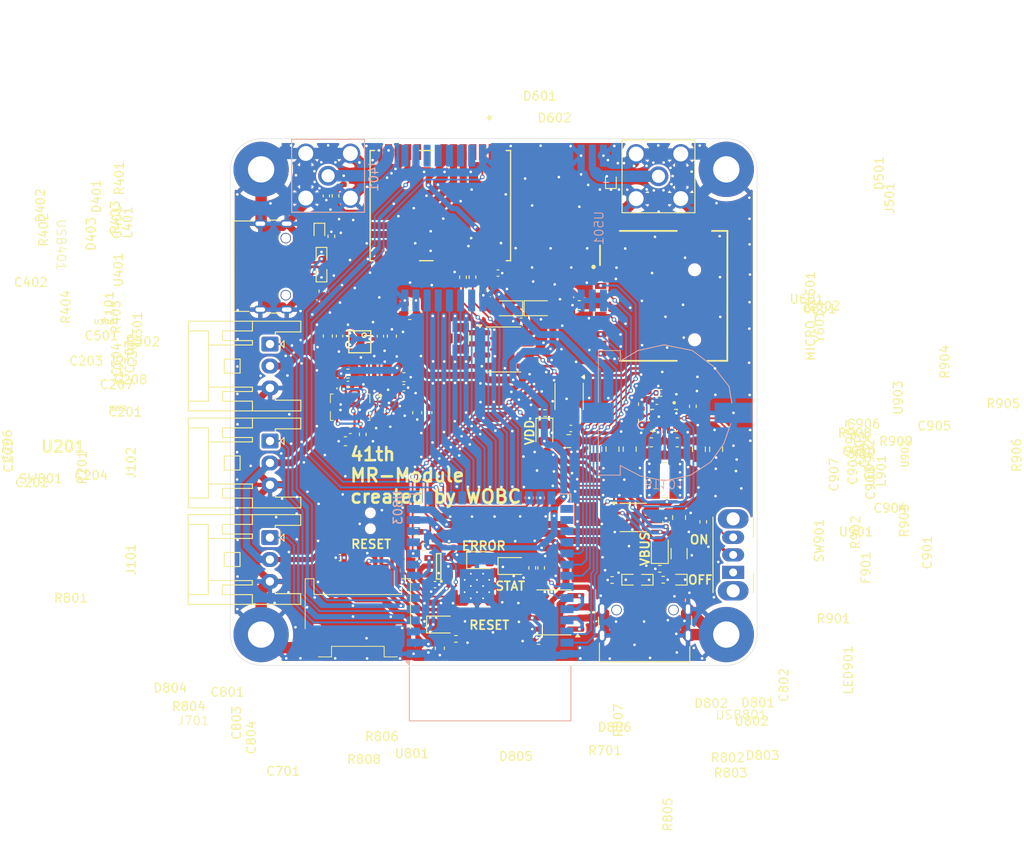
<source format=kicad_pcb>
(kicad_pcb (version 20241229) (generator "pcbnew") (generator_version "9.0")
  (layers (0 "F.Cu" signal) (2 "B.Cu" signal) (13 "F.Paste" user) (15 "B.Paste" user) (5 "F.SilkS" user "F.Silkscreen") (7 "B.SilkS" user "B.Silkscreen") (1 "F.Mask" user) (3 "B.Mask" user) (25 "Edge.Cuts" user))
  (net 0 "")
  (net 1 "GND")
  (net 2 "GPS_Backup")
  (net 3 "VDD")
  (net 4 "Net-(U202-SETC)")
  (net 5 "Net-(U202-STEP)")
  (net 6 "Net-(U202-C1)")
  (net 7 "Net-(C401-Pad1)")
  (net 8 "VPP")
  (net 9 "Net-(U901-Vin-)")
  (net 10 "Net-(U902-VAUX)")
  (net 11 "Net-(D501-A2)")
  (net 12 "/ESP32S3/VUSB")
  (net 13 "/ESP32S3/USB_D+")
  (net 14 "/ESP32S3/USB_D-")
  (net 15 "RESET")
  (net 16 "Net-(D804-A)")
  (net 17 "Net-(D805-A)")
  (net 18 "Net-(D806-A)")
  (net 19 "/hight")
  (net 20 "/pera")
  (net 21 "/airspeed")
  (net 22 "GPS_ANT1")
  (net 23 "/ESP32S3/CANL")
  (net 24 "/ESP32S3/CANH")
  (net 25 "Net-(U902-L1)")
  (net 26 "Net-(U902-L2)")
  (net 27 "Net-(LED901-K)")
  (net 28 "Net-(LED902-K)")
  (net 29 "/SS")
  (net 30 "/MOSI")
  (net 32 "/DET")
  (net 34 "/CLK")
  (net 35 "/MIOS")
  (net 36 "Net-(U201-SDO1)")
  (net 37 "VCC_RF")
  (net 38 "/RX")
  (net 39 "Net-(U401-RXD_{slash}_SPI_MOSI)")
  (net 40 "Net-(U401-TXD_{slash}_SPI_MISO)")
  (net 41 "/TX")
  (net 42 "Net-(USB801-CC1)")
  (net 43 "Net-(USB801-CC2)")
  (net 44 "Net-(U803-MTDI{slash}GPIO41{slash}CLK_OUT1)")
  (net 45 "/SCL")
  (net 46 "Net-(U803-MTMS{slash}GPIO42)")
  (net 47 "/SDA")
  (net 48 "Net-(SW901-B)")
  (net 49 "Net-(U902-PG)")
  (net 50 "Net-(U902-FB)")
  (net 51 "Net-(U801-MR)")
  (net 52 "Net-(SW901-C)")
  (net 68 "/RESET")
  (net 73 "/TIMEPULSE")
  (net 78 "/TRX")
  (net 79 "/M1")
  (net 80 "/RTX")
  (net 81 "/M0")
  (net 82 "/AUX")
  (net 84 "Net-(U601-OSCO)")
  (net 86 "Net-(U601-OSCI)")
  (net 87 "/ESP32S3/WDI")
  (net 89 "/ESP32S3/CAN_RX")
  (net 90 "/ESP32S3/CAN_TX")
  (net 91 "/ESP32S3/GPIO3{slash}ADC1_CH2")
  (net 95 "/ESP32S3/GPIO8{slash}ADC1_CH7")
  (net 102 "Net-(D401-A2)")
  (net 103 "/GPSActive/USB_D+")
  (net 104 "/ESP32S3/GPIO7{slash}ADC1_CH6")
  (net 105 "/ESP32S3/GPIO18")
  (net 106 "/GPSActive/USB_D-")
  (net 107 "Net-(USB401-CC1)")
  (net 108 "Net-(USB401-CC2)")
  (net 111 "Net-(D601-A1)")
  (footprint "Diode_SMD:D_SOD-882" (layer "F.Cu") (at 165.75 120.45 180)
    (property "Reference" "D801")
    (property "Value" "5V")
  )
  (footprint "Connector_JST:JST_XA_S03B-XASK-1N-BN_1x03_P2.50mm_Horizontal" (layer "F.Cu") (at 119.04 104.65 -90)
    (property "Reference" "J102")
    (property "Value" "pera")
  )
  (footprint "Connector_Coaxial:SMA_Amphenol_132203-12_Horizontal" (layer "F.Cu") (at 163.3 74.49)
    (property "Reference" "J501")
    (property "Value" "SMA")
  )
  (footprint "Capacitor_SMD:C_0603_1608Metric" (layer "F.Cu") (at 165.44 104.8 180)
    (property "Reference" "C904")
    (property "Value" "10uF")
  )
  (footprint "WOBCLibrary:_HMC5883L" (layer "F.Cu") (at 133.065 100.91685)
    (property "Reference" "U202")
    (property "Value" "QMC5883L" (hide yes))
  )
  (footprint "Capacitor_SMD:C_0603_1608Metric" (layer "F.Cu") (at 162.48 104.8)
    (property "Reference" "C906")
    (property "Value" "10uF")
  )
  (footprint "Capacitor_SMD:C_0402_1005Metric" (layer "F.Cu") (at 131.62 92.7 90)
    (property "Reference" "C302")
    (property "Value" "100nF")
  )
  (footprint "Diode_SMD:D_SOD-882D" (layer "F.Cu") (at 124.91 83.5 -90)
    (property "Reference" "D402")
    (property "Value" "5V")
  )
  (footprint "WOBCLibrary:Board_1U_60x60" (layer "F.Cu") (at 144.53 100.2)
    (property "Reference" "B101" (hide yes))
    (property "Value" "~" (hide yes))
    (fp_line (start -30 26.5) (end -30 -26.5) (stroke (width 0.05)) (layer "Edge.Cuts"))
    (fp_line (start -26.5 -30) (end 26.5 -30) (stroke (width 0.05)) (layer "Edge.Cuts"))
    (fp_line (start 26.5 30) (end -26.5 30) (stroke (width 0.05)) (layer "Edge.Cuts"))
    (fp_line (start 30 -26.5) (end 30 26.5) (stroke (width 0.05)) (layer "Edge.Cuts"))
    (fp_arc (start -30 -26.5) (mid -28.974874 -28.974874) (end -26.5 -30) (stroke (width 0.05)) (layer "Edge.Cuts"))
    (fp_arc (start -26.5 30) (mid -28.974874 28.974874) (end -30 26.5) (stroke (width 0.05)) (layer "Edge.Cuts"))
    (fp_arc (start 26.5 -30) (mid 28.974874 -28.974874) (end 30 -26.5) (stroke (width 0.05)) (layer "Edge.Cuts"))
    (fp_arc (start 30 26.5) (mid 28.974874 28.974874) (end 26.5 30) (stroke (width 0.05)) (layer "Edge.Cuts"))
  )
  (footprint "Capacitor_SMD:C_0402_1005Metric" (layer "F.Cu") (at 164.15 113.93 90)
    (property "Reference" "C901")
    (property "Value" "100nF")
  )
  (footprint "Resistor_SMD:R_0402_1005Metric" (layer "F.Cu") (at 161.41 100.45 -90)
    (property "Reference" "R906")
    (property "Value" "15k")
  )
  (footprint "Resistor_SMD:R_0402_1005Metric" (layer "F.Cu") (at 167.22 100.7 90)
    (property "Reference" "R904")
    (property "Value" "330k")
  )
  (footprint "LED_SMD:LED_0805_2012Metric" (layer "F.Cu") (at 146.7 118.89)
    (property "Reference" "D806")
    (property "Value" "STAT")
  )
  (footprint "Resistor_SMD:R_0402_1005Metric" (layer "F.Cu") (at 136.55 116.73 180)
    (property "Reference" "R806")
    (property "Value" "10k")
  )
  (footprint "WOBCLibrary:ATGM332D-5N31" (layer "F.Cu") (at 137.85 77.83 90)
    (property "Reference" "U401")
    (property "Value" "NEO-M9N-00B")
  )
  (footprint "Package_SO:VSSOP-10_3x3mm_P0.5mm" (layer "F.Cu") (at 153.12 99.57 -90)
    (property "Reference" "U903")
    (property "Value" "INA226")
  )
  (footprint "Button_Switch_THT:SW_Slide_SPDT_Angled_CK_OS102011MA1Q" (layer "F.Cu") (at 171.81 119.62 90)
    (property "Reference" "SW901")
    (property "Value" "Power Switch")
  )
  (footprint "Resistor_SMD:R_0402_1005Metric" (layer "F.Cu") (at 129.61 103.895 -90)
    (property "Reference" "R201")
    (property "Value" "4.7K")
  )
  (footprint "Fuse:Fuse_1206_3216Metric" (layer "F.Cu") (at 165.65 117.48 90)
    (property "Reference" "F901")
    (property "Value" "Polyfuse")
  )
  (footprint "WOBCLibrary:SOT_23_5" (layer "F.Cu") (at 138.26 118.93 180)
    (property "Reference" "U801")
    (property "Value" "TPS3820")
  )
  (footprint "Diode_SMD:D_SOD-882" (layer "F.Cu") (at 159.93 120.45)
    (property "Reference" "D803")
    (property "Value" "5V")
  )
  (footprint "Capacitor_SMD:C_0805_2012Metric" (layer "F.Cu") (at 160.02 105.57 -90)
    (property "Reference" "C907")
    (property "Value" "22uF")
  )
  (footprint "Capacitor_SMD:C_0603_1608Metric" (layer "F.Cu") (at 135.815 101.425 -90)
    (property "Reference" "C206")
    (property "Value" "4.7μF")
  )
  (footprint "LED_SMD:LED_0805_2012Metric" (layer "F.Cu") (at 138.5725 125.56)
    (property "Reference" "D804")
    (property "Value" "RESET")
  )
  (footprint "Capacitor_SMD:C_0402_1005Metric" (layer "F.Cu") (at 137.09 128.26 -90)
    (property "Reference" "C804")
    (property "Value" "100nF")
  )
  (footprint "Resistor_SMD:R_0402_1005Metric" (layer "F.Cu") (at 135.71 114.99 180)
    (property "Reference" "R808")
    (property "Value" "10k")
  )
  (footprint "Resistor_SMD:R_0402_1005Metric" (layer "F.Cu") (at 139.43 116.77)
    (property "Reference" "R801")
    (property "Value" "10k")
  )
  (footprint "Resistor_SMD:R_0402_1005Metric" (layer "F.Cu") (at 126.51 76.72 90)
    (property "Reference" "R403")
    (property "Value" "10")
  )
  (footprint "WOBCLibrary:BMI088" (layer "F.Cu") (at 128.17 100.8)
    (property "Reference" "U201")
    (property "Value" "BMI088" (hide yes))
  )
  (footprint "Capacitor_SMD:C_0402_1005Metric" (layer "F.Cu") (at 163.11 100.11 180)
    (property "Reference" "C905")
    (property "Value" "100nF")
  )
  (footprint "Capacitor_SMD:C_0603_1608Metric" (layer "F.Cu") (at 138.39 128.265 90)
    (property "Reference" "C803")
    (property "Value" "10uF")
  )
  (footprint "WOBCLibrary:TVAF06-A020B-R" (layer "F.Cu") (at 130.48 113.74 90)
    (property "Reference" "SW801")
    (property "Value" "RESET_sw")
  )
  (footprint "Resistor_SMD:R_0402_1005Metric" (layer "F.Cu") (at 149.93 119.11 90)
    (property "Reference" "R805")
    (property "Value" "470")
  )
  (footprint "Capacitor_SMD:C_0603_1608Metric" (layer "F.Cu") (at 132.93 92.7 90)
    (property "Reference" "C304")
    (property "Value" "10μF")
  )
  (footprint "Capacitor_SMD:C_0805_2012Metric" (layer "F.Cu") (at 169.87 105.59 -90)
    (property "Reference" "C902")
    (property "Value" "22uF")
  )
  (footprint "Package_SO:VSSOP-10_3x3mm_P0.5mm" (layer "F.Cu") (at 160.43 113.36)
    (property "Reference" "U901")
    (property "Value" "INA226")
  )
  (footprint "Inductor_SMD:L_0402_1005Metric" (layer "F.Cu") (at 127.46 74.93 -90)
    (property "Reference" "L401")
    (property "Value" "27nH, 300mA")
  )
  (footprint "Crystal:Crystal_SMD_3215-2Pin_3.2x1.5mm" (layer "F.Cu") (at 140.8 92.955 90)
    (property "Reference" "Y601")
    (property "Value" "Crystal")
  )
  (footprint "Resistor_SMD:R_0402_1005Metric" (layer "F.Cu") (at 148.92 119.11 90)
    (property "Reference" "R807")
    (property "Value" "470")
  )
  (footprint "Capacitor_SMD:C_0402_1005Metric" (layer "F.Cu") (at 125.46 76.72 -90)
    (property "Reference" "C401")
    (property "Value" "100nF")
  )
  (footprint "Diode_SMD:D_SOD-323" (layer "F.Cu") (at 146.2075 89.53 180)
    (property "Reference" "D602")
    (property "Value" "1N5819WS")
  )
  (footprint "Resistor_SMD:R_0402_1005Metric" (layer "F.Cu") (at 140.23 127.19)
    (property "Reference" "R804")
    (property "Value" "470")
  )
  (footprint "Resistor_SMD:R_0402_1005Metric" (layer "F.Cu") (at 158.02 120.48 180)
    (property "Reference" "R802")
    (property "Value" "5.1k")
  )
  (footprint "Diode_SMD:D_SOD-882" (layer "F.Cu") (at 161.87 120.46 180)
    (property "Reference" "D802")
    (property "Value" "5V")
  )
  (footprint "Diode_SMD:D_SOD-323" (layer "F.Cu") (at 149.6 89.52)
    (property "Reference" "D601")
    (property "Value" "1N5819WS")
  )
  (footprint "Capacitor_SMD:C_0402_1005Metric" (layer "F.Cu") (at 135.06 89.02 180)
    (property "Reference" "C502")
    (property "Value" "100nF")
  )
  (footprint "Resistor_SMD:R_0805_2012Metric" (layer "F.Cu") (at 153.08 104.66)
    (property "Reference" "R908")
    (property "Value" "50mΩ")
  )
  (footprint "Package_SO:SOIC-8_3.9x4.9mm_P1.27mm" (layer "F.Cu") (at 151.395 124.175 180)
    (property "Reference" "U802")
    (property "Value" "SN65HVD230")
  )
  (footprint "WOBCLibrary:Grove_4P_L_SMD" (layer "F.Cu") (at 129.05 124.04)
    (property "Reference" "J701")
    (property "Value" "Conn_01x04_MountingPin")
  )
  (footprint "LED_SMD:LED_0805_2012Metric" (layer "F.Cu") (at 150.3 103.73 -90)
    (property "Reference" "LED902")
    (property "Value" "VDD")
  )
  (footprint "Capacitor_SMD:C_0603_1608Metric" (layer "F.Cu") (at 127.635 104.675 180)
    (property "Reference" "C204")
    (property "Value" "10μF")
  )
  (footprint "Capacitor_SMD:C_0805_2012Metric" (layer "F.Cu") (at 156.1 105.57 -90)
    (property "Reference" "C909")
    (property "Value" "22uF")
  )
  (footprint "Capacitor_SMD:C_0402_1005Metric" (layer "F.Cu") (at 126.97 92.69 -90)
    (property "Reference" "C303")
    (property "Value" "100nF")
  )
  (footprint "Capacitor_SMD:C_0402_1005Metric" (layer "F.Cu") (at 127.92 98.205)
    (property "Reference" "C201")
    (property "Value" "100nF")
  )
  (footprint "Capacitor_SMD:C_0603_1608Metric" (layer "F.Cu") (at 154.28 89.17 180)
    (property "Reference" "C601")
    (property "Value" "10uF")
  )
  (footprint "Connector_JST:JST_XA_S03B-XASK-1N-BN_1x03_P2.50mm_Horizontal" (layer "F.Cu") (at 119.04 93.61 -90)
    (property "Reference" "J103")
    (property "Value" "airspeed")
  )
  (footprint "WOBCLibrary:BME280" (layer "F.Cu") (at 129.275 93.345)
    (property "Reference" "U301")
    (property "Value" "~")
  )
  (footprint "Package_SO:SOIC-8_3.9x4.9mm_P1.27mm" (layer "F.Cu") (at 145.65 94.22)
    (property "Reference" "U601")
    (property "Value" "PCF8563T")
  )
  (footprint "LED_SMD:LED_0805_2012Metric" (layer "F.Cu") (at 143.14 118.22)
    (property "Reference" "D805")
    (property "Value" "ERROR")
  )
  (footprint "Resistor_SMD:R_0402_1005Metric" (layer "F.Cu") (at 125.01 87.58 -90)
    (property "Reference" "R402")
    (property "Value" "5.1k")
  )
  (footprint "Capacitor_SMD:C_0402_1005Metric" (layer "F.Cu") (at 137.125 101.415 -90)
    (property "Reference" "C205")
    (property "Value" "0.22μF")
  )
  (footprint "Inductor_SMD:L_Wuerth_WE-TPC-3816" (layer "F.Cu") (at 164.01 109.08 -90)
    (property "Reference" "L901")
    (property "Value" "L")
  )
  (footprint "Capacitor_SMD:C_0603_1608Metric" (layer "F.Cu") (at 127.92 96.965)
    (property "Reference" "C203")
    (property "Value" "10μF")
  )
  (footprint "Resistor_SMD:R_0402_1005Metric" (layer "F.Cu") (at 163.54 99.17)
    (property "Reference" "R905")
    (property "Value" "100k")
  )
  (footprint "Capacitor_SMD:C_0402_1005Metric" (layer "F.Cu") (at 155.64 124.17 90)
    (property "Reference" "C802")
    (property "Value" "100nF")
  )
  (footprint "Capacitor_SMD:C_0603_1608Metric" (layer "F.Cu") (at 134.97 90.3 180)
    (property "Reference" "C501")
    (property "Value" "10uF")
  )
  (footprint "Diode_SMD:D_SOD-882D" (layer "F.Cu") (at 124.91 85.61 90)
    (property "Reference" "D403")
    (property "Value" "5V")
  )
  (footprint "Capacitor_SMD:C_0603_1608Metric" (layer "F.Cu") (at 125.63 92.69 -90)
    (property "Reference" "C301")
    (property "Value" "10μF")
  )
  (footprint "Capacitor_SMD:C_0402_1005Metric" (layer "F.Cu") (at 134.295 98.575)
    (property "Reference" "C207")
    (property "Value" "100nF")
  )
  (footprint "Diode_SMD:D_SOD-882" (layer "F.Cu") (at 157.88 75.07 90)
    (property "Reference" "D501")
    (property "Value" "ESD9B5.0ST5G")
  )
  (footprint "WOBCLibrary:TF-01A" (layer "F.Cu") (at 163.8894 88.1118 90)
    (property "Reference" "MICRO_SD601")
    (property "Value" "TF-01A")
  )
  (footprint "WOBCLibrary:USB_C_TYPEC-301S-ACP16X7" (layer "F.Cu") (at 161.77 126.01)
    (property "Reference" "USB801")
    (property "Value" "USB_C_Receptacle_USB2.0")
  )
  (footprint "Capacitor_SMD:C_0402_1005Metric" (layer "F.Cu") (at 147.65 91)
    (property "Reference" "C602")
    (property "Value" "100nF")
  )
  (footprint "Resistor_SMD:R_0402_1005Metric" (layer "F.Cu") (at 150.38 101.47)
    (property "Reference" "R909")
    (property "Value" "1k")
  )
  (footprint "Resistor_SMD:R_0402_1005Metric" (layer "F.Cu") (at 141.03 85.99 90)
    (property "Reference" "R405")
    (property "Value" "33")
  )
  (footprint "LED_SMD:LED_0805_2012Metric" (layer "F.Cu") (at 163.45 116.9125 90)
    (property "Reference" "LED901")
    (property "Value" "USB Power")
  )
  (footprint "Capacitor_SMD:C_0402_1005Metric" (layer "F.Cu") (at 145.02 85.52 180)
    (property "Reference" "C402")
    (property "Value" "100nF")
  )
  (footprint "Capacitor_SMD:C_0402_1005Metric" (layer "F.Cu") (at 153.31 103.22 180)
    (property "Reference" "C910")
    (property "Value" "100nF")
  )
  (footprint "Capacitor_SMD:C_0603_1608Metric" (layer "F.Cu") (at 134.295 97.375)
    (property "Reference" "C208")
    (property "Value" "10μF")
  )
  (footprint "Resistor_SMD:R_0402_1005Metric" (layer "F.Cu") (at 126.03 81.32 90)
    (property "Reference" "R401")
    (property "Value" "5.1k")
  )
  (footprint "Capacitor_SMD:C_0402_1005Metric" (layer "F.Cu") (at 137.85 121.01 180)
    (property "Reference" "C801")
    (property "Value" "100nF")
  )
  (footprint "Resistor_SMD:R_0805_2012Metric" (layer "F.Cu") (at 165.65 113.3725 90)
    (property "Reference" "R902")
    (property "Value" "50mΩ")
  )
  (footprint "Connector_JST:JST_XA_S03B-XASK-1N-BN_1x03_P2.50mm_Horizontal" (layer "F.Cu") (at 119.03 115.65 -90)
    (property "Reference" "J101")
    (property "Value" "hight")
  )
  (footprint "Capacitor_SMD:C_0402_1005Metric" (layer "F.Cu") (at 127.01 117.94)
    (property "Reference" "C701")
    (property "Value" "100nF")
  )
  (footprint "WOBCLibrary:USB_C_TYPEC-301S-ACP16X7" (layer "F.Cu") (at 118.73 84.78 -90)
    (property "Reference" "USB401")
    (property "Value" "USB_C_Receptacle_USB2.0")
  )
  (footprint "Resistor_SMD:R_0402_1005Metric" (layer "F.Cu") (at 163.45 119.21 180)
    (property "Reference" "R901")
    (property "Value" "1k")
  )
  (footprint "Resistor_SMD:R_0402_1005Metric" (layer "F.Cu") (at 168.4 113.86 90)
    (property "Reference" "R903")
    (property "Value" "10k")
  )
  (footprint "Capacitor_SMD:C_0805_2012Metric" (layer "F.Cu") (at 158.06 105.57 -90)
    (property "Reference" "C908")
    (property "Value" "22uF")
  )
  (footprint "Diode_SMD:D_SOD-882D" (layer "F.Cu") (at 124.67 80.75 -90)
    (property "Reference" "D401")
    (property "Value" "5V")
  )
  (footprint "Capacitor_SMD:C_0603_1608Metric" (layer "F.Cu") (at 143.35 87.27 90)
    (property "Reference" "C101")
    (property "Value" "10uF")
  )
  (footprint "Capacitor_SMD:C_0402_1005Metric" (layer "F.Cu") (at 128.2 103.435 180)
    (property "Reference" "C202")
    (property "Value" "100nF")
  )
  (footprint "WOBCLibrary:VREG_TPS63070RNMR" (layer "F.Cu") (at 163.94 102.2925 -90)
    (property "Reference" "U902")
    (property "Value" "TPS63070RNMR")
  )
  (footprint "Resistor_SMD:R_0402_1005Metric" (layer "F.Cu") (at 149.64 127.43 180)
    (property "Reference" "R701")
    (property "Value" "120")
  )
  (footprint "Capacitor_SMD:C_0805_2012Metric" (layer "F.Cu") (at 167.91 105.59 -90)
    (property "Reference" "C903")
    (property "Value" "22uF")
  )
  (footprint "Resistor_SMD:R_0402_1005Metric" (layer "F.Cu") (at 163.84 120.45)
    (property "Reference" "R803")
    (property "Value" "5.1k")
  )
  (footprint "Resistor_SMD:R_0402_1005Metric" (layer "F.Cu") (at 142.11 85.98 90)
    (property "Reference" "R404")
    (property "Value" "33")
  )
  (footprint "Resistor_SMD:R_0402_1005Metric" (layer "F.Cu") (at 161.41 102.31 -90)
    (property "Reference" "R907")
    (property "Value" "47k")
  )
  (footprint "RF_Module:ESP32-S3-WROOM-1" (layer "B.Cu") (at 144.12 123.63)
    (property "Reference" "U803")
    (property "Value" "ESP32-S3-WROOM-1")
  )
  (footprint "Connector_Coaxial:SMA_Amphenol_132203-12_Horizontal" (layer "B.Cu") (at 125.66 74.43 180)
    (property "Reference" "J401")
    (property "Value" "SMA")
  )
  (footprint "WOBCLibrary:cr1220" (layer "B.Cu") (at 163.95 101.44)
    (property "Reference" "BT101")
    (property "Value" "Battery")
  )
  (footprint "WOBCLibrary:E220-900T22S(JP)" (layer "B.Cu") (at 157.03 80.39 -90)
    (property "Reference" "U501")
    (property "Value" "E220-900T22S(JP)")
  )
  (gr_text "OFF" (at 166.56 121.06 0) (layer "F.SilkS") (effects (font (size 1 1) (thickness 0.2) (bold yes)) (justify left bottom)))
  (gr_text "VDD" (at 149.21 105.23 90) (layer "F.SilkS") (effects (font (size 1 1) (thickness 0.2) (bold yes)) (justify left bottom)))
  (gr_text "RESET" (at 128.17 116.99 0) (layer "F.SilkS") (effects (font (size 1 1) (thickness 0.2) (bold yes)) (justify left bottom)))
  (gr_text "STAT" (at 144.61 121.76 0) (layer "F.SilkS") (effects (font (size 1 1) (thickness 0.2) (bold yes)) (justify left bottom)))
  (gr_text "VBUS" (at 162.35 118.99 90) (layer "F.SilkS") (effects (font (size 1 1) (thickness 0.2) (bold yes)) (justify left bottom)))
  (gr_text "ERROR" (at 140.78 117.19 0) (layer "F.SilkS") (effects (font (size 1 1) (thickness 0.2) (bold yes)) (justify left bottom)))
  (gr_text "ON" (at 166.76 116.48 0) (layer "F.SilkS") (effects (font (size 1 1) (thickness 0.2) (bold yes)) (justify left bottom)))
  (gr_text "RESET" (at 141.63 126.21 0) (layer "F.SilkS") (effects (font (size 1 1) (thickness 0.2) (bold yes)) (justify left bottom)))
  (gr_text "41th\nMR-Module\ncreated by WOBC" (at 128.02 111.86 0) (layer "F.SilkS") (effects (font (size 1.5 1.5) (thickness 0.3) (bold yes)) (justify left bottom)))
  (segment (start 157.51 121.73) (end 158.12 122.34) (width 0.4) (layer "F.Cu") (net 1))
  (segment (start 163.577042 101.88223) (end 163.94 102.245188) (width 0.2) (layer "F.Cu") (net 1))
  (segment (start 122.4 81.345) (end 122.4 81.43) (width 0.8) (layer "F.Cu") (net 1))
  (segment (start 125.63 94.57) (end 126.58 95.52) (width 0.8) (layer "F.Cu") (net 1))
  (segment (start 118.365 89.25) (end 120.515 89.25) (width 0.8) (layer "F.Cu") (net 1))
  (segment (start 166.26 125.14) (end 166.26 124.505) (width 0.8) (layer "F.Cu") (net 1))
  (segment (start 126.97 93.17) (end 127.12 93.02) (width 0.4) (layer "F.Cu") (net 1))
  (segment (start 145.7725 118.79) (end 145.57125 118.99125) (width 0.2) (layer "F.Cu") (net 1))
  (segment (start 120.505 80.32) (end 120.94 79.885) (width 0.8) (layer "F.Cu") (net 1))
  (segment (start 168.819999 81.906199) (end 168.819999 94.469801) (width 1.3) (layer "F.Cu") (net 1))
  (segment (start 134.195 90.66) (end 132.93 91.925) (width 0.8) (layer "F.Cu") (net 1))
  (segment (start 167.410062 106.040062) (end 165.400062 106.040062) (width 0.8) (layer "F.Cu") (net 1))
  (segment (start 167.1894 96.7844) (end 167.7425 97.3375) (width 1.3) (layer "F.Cu") (net 1))
  (segment (start 125.35 117.76) (end 122.46 120.65) (width 0.6) (layer "F.Cu") (net 1))
  (segment (start 129.17 100.06) (end 128.9325 100.2975) (width 0.25) (layer "F.Cu") (net 1))
  (segment (start 128.15 94.32) (end 128.15 95.38) (width 0.4) (layer "F.Cu") (net 1))
  (segment (start 156.875 123.8) (end 157.29 124.215) (width 0.8) (layer "F.Cu") (net 1))
  (segment (start 157.51 120.48) (end 157.51 121.73) (width 0.4) (layer "F.Cu") (net 1))
  (segment (start 163.38 104.8) (end 163.255 104.8) (width 0.4) (layer "F.Cu") (net 1))
  (segment (start 162.63 113.86) (end 163.693154 113.86) (width 0.3) (layer "F.Cu") (net 1))
  (segment (start 168.819999 94.469801) (end 167.1894 96.1004) (width 1.3) (layer "F.Cu") (net 1))
  (segment (start 162.94 119.21) (end 162.94 119.274999) (width 0.8) (layer "F.Cu") (net 1))
  (segment (start 169.53 126.7) (end 166.665 123.835) (width 1.3) (layer "F.Cu") (net 1))
  (segment (start 129.0275 98.88) (end 128.45 98.88) (width 0.25) (layer "F.Cu") (net 1))
  (segment (start 164.665 105.305) (end 164.665 104.8) (width 0.8) (layer "F.Cu") (net 1))
  (segment (start 167.1894 80.2756) (end 168.819999 81.906199) (width 1.3) (layer "F.Cu") (net 1))
  (segment (start 156.875 123.8) (end 157.51 123.165) (width 0.4) (layer "F.Cu") (net 1))
  (segment (start 129.27 93.215) (end 129.075 93.02) (width 0.4) (layer "F.Cu") (net 1))
  (segment (start 163.94 104.25) (end 164.49 104.8) (width 0.4) (layer "F.Cu") (net 1))
  (segment (start 131.47 92.37) (end 131.62 92.22) (width 0.4) (layer "F.Cu") (net 1))
  (segment (start 126.53 117.94) (end 126.53 119.86) (width 0.6) (layer "F.Cu") (net 1))
  (segment (start 129.075 93.02) (end 129.725 92.37) (width 0.4) (layer "F.Cu") (net 1))
  (segment (start 127.55 88.09) (end 125.01 88.09) (width 0.8) (layer "F.Cu") (net 1))
  (segment (start 137.09 128.74) (end 137.39 129.04) (width 0.8) (layer "F.Cu") (net 1))
  (segment (start 118.03 126.7) (end 119.53 128.2) (width 1.3) (layer "F.Cu") (net 1))
  (segment (start 158.9296 96.1004) (end 159.8 95.23) (width 1.3) (layer "F.Cu") (net 1))
  (segment (start 158.06 106.52) (end 160.02 106.52) (width 0.8) (layer "F.Cu") (net 1))
  (segment (start 145.5 85.52) (end 145.45 85.47) (width 0.8) (layer "F.Cu") (net 1))
  (segment (start 166.1 120.45) (end 166.33 120.45) (width 0.4) (layer "F.Cu") (net 1))
  (segment (start 135.07 97.375) (end 135.07 98.320001) (width 0.8) (layer "F.Cu") (net 1))
  (segment (start 166.665 123.8) (end 166.58 123.8) (width 0.4) (layer "F.Cu") (net 1))
  (segment (start 157.589918 91.382) (end 158.3 92.092082) (width 0.8) (layer "F.Cu") (net 1))
  (segment (start 152.62 103.01) (end 152.83 103.22) (width 0.3) (layer "F.Cu") (net 1))
  (segment (start 117.94 79.885) (end 118.31 80.255) (width 0.8) (layer "F.Cu") (net 1))
  (segment (start 137.839999 121.81) (end 138.33 121.319999) (width 0.3) (layer "F.Cu") (net 1))
  (segment (start 146.75 91) (end 146.305 91) (width 0.8) (layer "F.Cu") (net 1))
  (segment (start 145.57125 118.99125) (end 144.0925 120.47) (width 0.2) (layer "F.Cu") (net 1))
  (segment (start 126.35 117.76) (end 125.35 117.76) (width 0.6) (layer "F.Cu") (net 1))
  (segment (start 134.35 127.84) (end 134.25 127.94) (width 0.8) (layer "F.Cu") (net 1))
  (segment (start 166.665 123.835) (end 166.665 123.8) (width 1.3) (layer "F.Cu") (net 1))
  (segment (start 125.2875 106.2475) (end 121.905 109.63) (width 0.8) (layer "F.Cu") (net 1))
  (segment (start 117.455 119.075) (end 119.03 120.65) (width 0.8) (layer "F.Cu") (net 1))
  (segment (start 163.34223 101.88223) (end 163.577042 101.88223) (width 0.2) (layer "F.Cu") (net 1))
  (segment (start 126.03 80.81) (end 125.57 80.35) (width 0.6) (layer "F.Cu") (net 1))
  (segment (start 147.17 91) (end 146.75 91) (width 0.8) (layer "F.Cu") (net 1))
  (segment (start 155.47 124.82) (end 155.599999 124.690001) (width 0.8) (layer "F.Cu") (net 1))
  (segment (start 166.485 126.62) (end 166.26 126.395) (width 0.8) (layer "F.Cu") (net 1))
  (segment (start 167.91 106.54) (end 167.410062 106.040062) (width 0.8) (layer "F.Cu") (net 1))
  (segment (start 157.88 75.42) (end 158.409204 75.42) (width 0.6) (layer "F.Cu") (net 1))
  (segment (start 134.4 90.095) (end 134.195 90.3) (width 0.8) (layer "F.Cu") (net 1))
  (segment (start 119.04 109.65) (end 117.455 111.235) (width 0.8) (layer "F.Cu") (net 1))
  (segment (start 158.3 95.2898) (end 157.4894 96.1004) (width 0.8) (layer "F.Cu") (net 1))
  (segment (start 163.94 102.245188) (end 163.94 102.8925) (width 0.2) (layer "F.Cu") (net 1))
  (segment (start 162.32 119.889376) (end 162.32 120.46) (width 0.8) (layer "F.Cu") (net 1))
  (segment (start 171.03 126.7) (end 169.53 126.7) (width 1.3) (layer "F.Cu") (net 1))
  (segment (start 131.45 84.85) (end 131.45 85.69) (width 0.8) (layer "F.Cu") (net 1))
  (segment (start 125.63 93.465) (end 126.715001 93.465) (width 0.8) (layer "F.Cu") (net 1))
  (segment (start 117.94 89.675) (end 118.365 89.25) (width 0.8) (layer "F.Cu") (net 1))
  (segment (start 167.22 96.131) (end 167.1894 96.1004) (width 0.2) (layer "F.Cu") (net 1))
  (segment (start 131.45 84.85) (end 131.44 84.84) (width 0.8) (layer "F.Cu") (net 1))
  (segment (start 129.095 88.09) (end 127.55 88.09) (width 0.8) (layer "F.Cu") (net 1))
  (segment (start 166.1 123.235) (end 166.1 121.697057) (width 0.4) (layer "F.Cu") (net 1))
  (segment (start 145.45 82.19) (end 145.45 83.93) (width 0.8) (layer "F.Cu") (net 1))
  (segment (start 153.505 93.4714) (end 156.134 96.1004) (width 0.6) (layer "F.Cu") (net 1))
  (segment (start 128.17 100.06) (end 128.17 99.635) (width 0.25) (layer "F.Cu") (net 1))
  (segment (start 120.94 89.675) (end 122.4 88.215) (width 0.8) (layer "F.Cu") (net 1))
  (segment (start 131.99 82.12) (end 135.59 82.12) (width 0.8) (layer "F.Cu") (net 1))
  (segment (start 163.94 104.075) (end 163.94 104.25) (width 0.4) (layer "F.Cu") (net 1))
  (segment (start 122.4 88.215) (end 122.4 88.13) (width 0.8) (layer "F.Cu") (net 1))
  (segment (start 117.455 111.235) (end 117.455 119.075) (width 0.8) (layer "F.Cu") (net 1))
  (segment (start 122.46 120.65) (end 119.03 120.65) (width 0.6) (layer "F.Cu") (net 1))
  (segment (start 123.12 76.97) (end 123.12 77.705) (width 0.8) (layer "F.Cu") (net 1))
  (segment (start 151.62 102.2) (end 151.62 102.6) (width 0.3) (layer "F.Cu") (net 1))
  (segment (start 163.19 101.73) (end 163.19 101.1425) (width 0.2) (layer "F.Cu") (net 1))
  (segment (start 145.48 91.825) (end 146.305 91) (width 0.8) (layer "F.Cu") (net 1))
  (segment (start 157.29 126.685) (end 157.355 126.62) (width 0.8) (layer "F.Cu") (net 1))
  (segment (start 128.695 97.91) (end 128.4 98.205) (width 0.6) (layer "F.Cu") (net 1))
  (segment (start 162.350001 100.11) (end 162.180001 99.94) (width 0.8) (layer "F.Cu") (net 1))
  (segment (start 118.31 80.255) (end 118.31 89.305) (width 0.8) (layer "F.Cu") (net 1))
  (segment (start 141.4925 118.93) (end 142.2025 118.22) (width 0.8) (layer "F.Cu") (net 1))
  (segment (start 163.94 104.24) (end 163.38 104.8) (width 0.4) (layer "F.Cu") (net 1))
  (segment (start 123.48 80.35) (end 122.4 81.43) (width 0.6) (layer "F.Cu") (net 1))
  (segment (start 153.505 89.17) (end 153.505 93.4714) (width 0.6) (layer "F.Cu") (net 1))
  (segment (start 118.03 121.65) (end 118.03 126.7) (width 1.3) (layer "F.Cu") (net 1))
  (segment (start 152.24 103.22) (end 152.83 103.22) (width 0.3) (layer "F.Cu") (net 1))
  (segment (start 128.15 94.32) (end 128.9 94.32) (width 0.4) (layer "F.Cu") (net 1))
  (segment (start 131.44 82.67) (end 131.99 82.12) (width 0.8) (layer "F.Cu") (net 1))
  (segment (start 167.7425 97.3375) (end 169.7875 99.3825) (width 1.3) (layer "F.Cu") (net 1))
  (segment (start 157.4894 96.1004) (end 158.9296 96.1004) (width 1.3) (layer "F.Cu") (net 1))
  (segment (start 132.93 91.925) (end 129.095 88.09) (width 0.8) (layer "F.Cu") (net 1))
  (segment (start 162.68 119.534999) (end 162.362811 119.852188) (width 0.8) (layer "F.Cu") (net 1))
  (segment (start 157.51 123.165) (end 157.51 121.73) (width 0.4) (layer "F.Cu") (net 1))
  (segment (start 164.103154 113.45) (end 164.15 113.45) (width 0.3) (layer "F.Cu") (net 1))
  (segment (start 155.599999 124.690001) (end 156.539999 124.690001) (width 0.8) (layer "F.Cu") (net 1))
  (segment (start 134.39 100.66685) (end 133.832156 100.66685) (width 0.3) (layer "F.Cu") (net 1))
  (segment (start 160.665 105.875) (end 162.27796 105.875) (width 0.8) (layer "F.Cu") (net 1))
  (segment (start 166.1 120.45) (end 166.1 121.697057) (width 0.4) (layer "F.Cu") (net 1))
  (segment (start 140.465 118.93) (end 141.4925 118.93) (width 0.8) (layer "F.Cu") (net 1))
  (segment (start 159.8 95.23) (end 166.319 95.23) (width 1.3) (layer "F.Cu") (net 1))
  (segment (start 135.28185 101.66685) (end 135.815 102.2) (width 0.3) (layer "F.Cu") (net 1))
  (segment (start 162.362811 119.852188) (end 162.357188 119.852188) (width 0.8) (layer "F.Cu") (net 1))
  (segment (start 141.305 119.77) (end 144.7925 119.77) (width 0.8) (layer "F.Cu") (net 1))
  (segment (start 157.4894 81.0506) (end 157.4894 80.3006) (width 1.3) (layer "F.Cu") (net 1))
  (segment (start 128.695 96.965) (end 128.695 97.91) (width 0.6) (layer "F.Cu") (net 1))
  (segment (start 129.17 99.635) (end 129.17 100.06) (width 0.25) (layer "F.Cu") (net 1))
  (segment (start 119.99 109.63) (end 124.145 109.63) (width 0.8) (layer "F.Cu") (net 1))
  (segment (start 117.465 108.075) (end 119.04 109.65) (width 0.8) (layer "F.Cu") (net 1))
  (segment (start 144.7925 119.77) (end 145.7725 118.79) (width 0.8) (layer "F.Cu") (net 1))
  (segment (start 145.36 82.1) (end 145.45 82.19) (width 0.8) (layer "F.Cu") (net 1))
  (segment (start 129.325 75.845) (end 129.325 73.015) (width 1.3) (layer "F.Cu") (net 1))
  (segment (start 118.03 79.795) (end 117.94 79.885) (width 1.3) (layer "F.Cu") (net 1))
  (segment (start 119.03 120.65) (end 118.03 121.65) (width 1.3) (layer "F.Cu") (net 1))
  (segment (start 129.17 99.635) (end 129.17 99.0225) (width 0.25) (layer "F.Cu") (net 1))
  (segment (start 127.12 93.02) (end 128.15 93.02) (width 0.4) (layer "F.Cu") (net 1))
  (segment (start 160.514602 73.314602) (end 160.76 73.069204) (width 0.6) (layer "F.Cu") (net 1))
  (segment (start 133.65 73.34) (end 133.65 71.42) (width 0.8) (layer "F.Cu") (net 1))
  (segment (start 124.97 88.13) (end 125.01 88.09) (width 0.8) (layer "F.Cu") (net 1))
  (segment (start 134.25 127.94) (end 123.91 127.94) (width 0.8) (layer "F.Cu") (net 1))
  (segment (start 154.3 124.82) (end 155.47 124.82) (width 0.8) (layer "F.Cu") (net 1))
  (segment (start 132.93 91.925) (end 131.915 91.925) (width 0.8) (layer "F.Cu") (net 1))
  (segment (start 163.255 104.89796) (end 163.255 104.8) (width 0.8) (layer "F.Cu") (net 1))
  (segment (start 159.745 76.015) (end 160.76 77.03) (width 0.6) (layer "F.Cu") (net 1))
  (segment (start 162.27796 105.875) (end 163.255 104.89796) (width 0.8) (layer "F.Cu") (net 1))
  (segment (start 124.145 109.63) (end 128.255 113.74) (width 0.8) (layer "F.Cu") (net 1))
  (segment (start 135.07 98.320001) (end 134.815001 98.575) (width 0.8) (layer "F.Cu") (net 1))
  (segment (start 122.4 88.13) (end 124.97 88.13) (width 0.8) (layer "F.Cu") (net 1))
  (segment (start 121.905 109.63) (end 119.99 109.63) (width 0.8) (layer "F.Cu") (net 1))
  (segment (start 152.62 101.77) (end 152.62 103.01) (width 0.3) (layer "F.Cu") (net 1))
  (segment (start 123.35 77.2) (end 123.12 76.97) (width 0.8) (layer "F.Cu") (net 1))
  (segment (start 166.26 124.505) (end 166.665 124.1) (width 0.8) (layer "F.Cu") (net 1))
  (segment (start 137.4 121.81) (end 137.839999 121.81) (width 0.3) (layer "F.Cu") (net 1))
  (segment (start 128.2 76.97) (end 129.325 75.845) (width 1.3) (layer "F.Cu") (net 1))
  (segment (start 124.91 86.01) (end 125.47 86.01) (width 0.6) (layer "F.Cu") (net 1))
  (segment (start 163.34223 101.88223) (end 163.19 101.73) (width 0.2) (layer "F.Cu") (net 1))
  (segment (start 135.55 129.04) (end 138.39 129.04) (width 1.3) (layer "F.Cu") (net 1))
  (segment (start 162.357188 119.852188) (end 162.32 119.889376) (width 0.8) (layer "F.Cu") (net 1))
  (segment (start 169.87 106.54) (end 167.91 106.54) (width 0.8) (layer "F.Cu") (net 1))
  (segment (start 118.31 89.305) (end 117.94 89.675) (width 0.8) (layer "F.Cu") (net 1))
  (segment (start 171.03 126.7) (end 167.32 126.7) (width 1.3) (layer "F.Cu") (net 1))
  (segment (start 117.94 79.885) (end 118.375 80.32) (width 0.8) (layer "F.Cu") (net 1))
  (segment (start 163.693154 113.86) (end 164.103154 113.45) (width 0.3) (layer "F.Cu") (net 1))
  (segment (start 156.7156 91.382) (end 157.589918 91.382) (width 0.8) (layer "F.Cu") (net 1))
  (segment (start 144.505 96.125) (end 145.48 95.15) (width 0.8) (layer "F.Cu") (net 1))
  (segment (start 128.4 98.83) (end 128.4 98.205) (width 0.4) (layer "F.Cu") (net 1))
  (segment (start 131.915 91.925) (end 131.62 92.22) (width 0.8) (layer "F.Cu") (net 1))
  (segment (start 134.35 127.84) (end 135.55 129.04) (width 1.3) (layer "F.Cu") (net 1))
  (segment (start 123.33 128.2) (end 123.75 127.78) (width 1.3) (layer "F.Cu") (net 1))
  (segment (start 123.12 77.705) (end 120.94 79.885) (width 0.8) (layer "F.Cu") (net 1))
  (segment (start 157.88 75.42) (end 159.15 75.42) (width 0.6) (layer "F.Cu") (net 1))
  (segment (start 125.47 86.01) (end 127.55 88.09) (width 0.6) (layer "F.Cu") (net 1))
  (segment (start 133.34 73.65) (end 133.65 73.34) (width 0.8) (layer "F.Cu") (net 1))
  (segment (start 128.17 99.635) (end 128.17 99.06) (width 0.25) (layer "F.Cu") (net 1))
  (segment (start 144.0925 120.47) (end 144.02 120.47) (width 0.2) (layer "F.Cu") (net 1))
  (segment (start 131.45 85.69) (end 134.4 88.64) (width 0.8) (layer "F.Cu") (net 1))
  (segment (start 143.175 96.125) (end 144.505 96.125) (width 0.8) (layer "F.Cu") (net 1))
  (segment (start 137.39 129.04) (end 138.39 129.04) (width 0.8) (layer "F.Cu") (net 1))
  (segment (start 169.7875 99.3825) (end 171.845 101.44) (width 1.3) (layer "F.Cu") (net 1))
  (segment (start 158.12 122.34) (end 158.42 122.34) (width 0.4) (layer "F.Cu") (net 1))
  (segment (start 119.04 98.61) (end 117.465 100.185) (width 0.8) (layer "F.Cu") (net 1))
  (segment (start 166.33 120.45) (end 166.34 120.44) (width 0.4) (layer "F.Cu") (net 1))
  (segment (start 128.9325 100.2975) (end 128.4075 100.2975) (width 0.25) (layer "F.Cu") (net 1))
  (segment (start 156.1 106.52) (end 158.06 106.52) (width 0.8) (layer "F.Cu") (net 1))
  (segment (start 162.94 119.274999) (end 162.68 119.534999) (width 0.8) (layer "F.Cu") (net 1))
  (segment (start 167.22 100.19) (end 167.22 96.131) (width 0.2) (layer "F.Cu") (net 1))
  (segment (start 165.33 126.62) (end 166.485 126.62) (width 0.8) (layer "F.Cu") (net 1))
  (segment (start 158.335 122.34) (end 157.51 123.165) (width 0.4) (layer "F.Cu") (net 1))
  (segment (start 156.875 124.1) (end 156.875 123.8) (width 0.8) (layer "F.Cu") (net 1))
  (segment (start 164.49 104.8) (end 164.665 104.8) (width 0.4) (layer "F.Cu") (net 1))
  (segment (start 134.195 90.3) (end 134.195 90.66) (width 0.8) (layer "F.Cu") (net 1))
  (segment (start 166.319 95.23) (end 167.1894 96.1004) (width 1.3) (layer "F.Cu") (net 1))
  (segment (start 129.27 93.95) (end 129.27 93.215) (width 0.4) (layer "F.Cu") (net 1))
  (segment (start 163.19 101.1425) (end 163.19 100.67) (width 0.2) (layer "F.Cu") (net 1))
  (segment (start 128.17 99.06) (end 128.4 98.83) (width 0.25) (layer "F.Cu") (net 1))
  (segment (start 145.48 95.15) (end 145.48 91.825) (width 0.8) (layer "F.Cu") (net 1))
  (segment (start 160.76 73.069204) (end 160.76 71.95) (width 0.6) (layer "F.Cu") (net 1))
  (segment (start 117.465 100.185) (end 117.465 108.075) (width 0.8) (layer "F.Cu") (net 1))
  (segment (start 157.29 124.215) (end 157.29 126.685) (width 0.8) (layer "F.Cu") (net 1))
  (segment (start 166.26 126.395) (end 166.26 125.14) (width 0.8) (layer "F.Cu") (net 1))
  (segment (start 125.63 93.465) (end 125.63 94.57) (width 0.8) (layer "F.Cu") (net 1))
  (segment (start 151.62 102.6) (end 152.24 103.22) (width 0.3) (layer "F.Cu") (net 1))
  (segment (start 133.65 71.42) (end 133.64 71.41) (width 0.8) (layer "F.Cu") (net 1))
  (segment (start 158.409204 75.42) (end 160.514602 73.314602) (width 0.6) (layer "F.Cu") (net 1))
  (segment (start 163.19 100.67) (end 162.63 100.11) (width 0.2) (layer "F.Cu") (net 1))
  (segment (start 158.3 92.092082) (end 158.3 95.2898) (width 0.8) (layer "F.Cu") (net 1))
  (segment (start 163.94 104.115) (end 163.94 104.24) (width 0.4) (layer "F.Cu") (net 1))
  (segment (start 126.53 119.86) (end 126.05 120.34) (width 0.6) (layer "F.Cu") (net 1))
  (segment (start 160.02 106.52) (end 160.665 105.875) (width 0.8) (layer "F.Cu") (net 1))
  (segment (start 166.26 124.205) (end 166.26 124.505) (width 0.8) (layer "F.Cu") (net 1))
  (segment (start 134.39 101.66685) (end 135.28185 101.66685) (width 0.3) (layer "F.Cu") (net 1))
  (segment (start 128.4075 100.2975) (end 128.17 100.06) (width 0.25) (layer "F.Cu") (net 1))
  (segment (start 128.9 94.32) (end 129.27 93.95) (width 0.4) (layer "F.Cu") (net 1))
  (segment (start 159.15 75.42) (end 159.745 76.015) (width 0.6) (layer "F.Cu") (net 1))
  (segment (start 162.63 100.11) (end 162.350001 100.11) (width 0.8) (layer "F.Cu") (net 1))
  (segment (start 145.7625 118.78) (end 145.7725 118.79) (width 0.2) (layer "F.Cu") (net 1))
  (segment (start 165.400062 106.040062) (end 164.665 105.305) (width 0.8) (layer "F.Cu") (net 1))
  (segment (start 158.42 122.34) (end 158.335 122.34) (width 0.4) (layer "F.Cu") (net 1))
  (segment (start 125.46 77.2) (end 123.35 77.2) (width 0.8) (layer "F.Cu") (net 1))
  (segment (start 166.965 126.8) (end 166.665 126.8) (width 1.3) (layer "F.Cu") (net 1))
  (segment (start 128.15 93.02) (end 129.075 93.02) (width 0.4) (layer "F.Cu") (net 1))
  (segment (start 120.515 89.25) (end 120.94 89.675) (width 0.8) (layer "F.Cu") (net 1))
  (segment (start 157.4894 80.3006) (end 160.76 77.03) (width 1.3) (layer "F.Cu") (net 1))
  (segment (start 167.1894 80.2756) (end 167.1894 78.3794) (width 1.3) (layer "F.Cu") (net 1))
  (segment (start 124.67 80.35) (end 123.48 80.35) (width 0.6) (layer "F.Cu") (net 1))
  (segment (start 126.715001 93.465) (end 126.97 93.210001) (width 0.8) (layer "F.Cu") (net 1))
  (segment (start 131.44 84.84) (end 131.44 82.67) (width 0.8) (layer "F.Cu") (net 1))
  (segment (start 167.1894 96.1004) (end 167.1894 96.7844) (width 1.3) (layer "F.Cu") (net 1))
  (segment (start 166.58 123.8) (end 165.12 122.34) (width 0.4) (layer "F.Cu") (net 1))
  (segment (start 150.89 101.47) (end 151.62 102.2) (width 0.3) (layer "F.Cu") (net 1))
  (segment (start 162.180001 99.94) (end 161.41 99.94) (width 0.8) (layer "F.Cu") (net 1))
  (segment (start 128.01 95.52) (end 128.695 96.205) (width 0.8) (layer "F.Cu") (net 1))
  (segment (start 120.94 79.885) (end 122.4 81.345) (width 0.8) (layer "F.Cu") (net 1))
  (segment (start 123.91 127.94) (end 123.75 127.78) (width 0.8) (layer "F.Cu") (net 1))
  (segment (start 129.725 92.37) (end 130.4 92.37) (width 0.4) (layer "F.Cu") (net 1))
  (segment (start 166.665 123.8) (end 166.1 123.235) (width 0.4) (layer "F.Cu") (net 1))
  (segment (start 156.279999 124.695001) (end 156.875 124.1) (width 0.8) (layer "F.Cu") (net 1))
  (segment (start 130.4 92.37) (end 131.47 92.37) (width 0.4) (layer "F.Cu") (net 1))
  (segment (start 127.72 103.435) (end 126.86 104.295) (width 0.8) (layer "F.Cu") (net 1))
  (segment (start 139.36 118.93) (end 140.465 118.93) (width 0.8) (layer "F.Cu") (net 1))
  (segment (start 157.355 126.62) (end 165.33 126.62) (width 0.8) (layer "F.Cu") (net 1))
  (segment (start 128.45 98.88) (end 128.4 98.83) (width 0.25) (layer "F.Cu") (net 1))
  (segment (start 129.325 73.015) (end 128.2 71.89) (width 1.3) (layer "F.Cu") (net 1))
  (segment (start 140.465 118.93) (end 141.305 119.77) (width 0.8) (layer "F.Cu") (net 1))
  (segment (start 163.94 104.075) (end 163.94 104.115) (width 0.2) (layer "F.Cu") (net 1))
  (segment (start 126.86 104.295) (end 126.86 104.675) (width 0.8) (layer "F.Cu") (net 1))
  (segment (start 166.665 123.8) (end 166.26 124.205) (width 0.8) (layer "F.Cu") (net 1))
  (segment (start 166.1 121.697057) (end 165.157057 122.64) (width 0.4) (layer "F.Cu") (net 1))
  (segment (start 125.57 80.35) (end 124.67 80.35) (width 0.6) (layer "F.Cu") (net 1))
  (segment (start 134.4 88.64) (end 134.4 90.095) (width 0.8) (layer "F.Cu") (net 1))
  (segment (start 167.1894 78.3794) (end 165.84 77.03) (width 1.3) (layer "F.Cu") (net 1))
  (segment (start 163.94 102.8925) (end 163.94 104.075) (width 0.2) (layer "F.Cu") (net 1))
  (segment (start 118.375 80.32) (end 120.505 80.32) (width 0.8) (layer "F.Cu") (net 1))
  (segment (start 167.06 126.705) (end 166.965 126.8) (width 1.3) (layer "F.Cu") (net 1))
  (segment (start 126.58 95.52) (end 128.01 95.52) (width 0.8) (layer "F.Cu") (net 1))
  (segment (start 119.53 128.2) (end 123.33 128.2) (width 1.3) (layer "F.Cu") (net 1))
  (segment (start 126.53 117.94) (end 126.35 117.76) (width 0.6) (layer "F.Cu") (net 1))
  (segment (start 128.695 96.205) (end 128.695 96.965) (width 0.8) (layer "F.Cu") (net 1))
  (segment (start 156.134 96.1004) (end 157.4894 96.1004) (width 0.6) (layer "F.Cu") (net 1))
  (segment (start 128.15 95.38) (end 128.01 95.52) (width 0.4) (layer "F.Cu") (net 1))
  (segment (start 145.45 85.47) (end 145.45 83.93) (width 0.8) (layer "F.Cu") (net 1))
  (segment (start 129.17 99.0225) (end 129.0275 98.88) (width 0.25) (layer "F.Cu") (net 1))
  (segment (start 138.33 121.319999) (end 138.33 121.01) (width 0.3) (layer "F.Cu") (net 1))
  (segment (start 118.03 73.7) (end 118.03 79.795) (width 1.3) (layer "F.Cu") (net 1))
  (via (at 141.4 90.39) (size 0.5) (drill 0.3) (layers "F.Cu" "B.Cu") (net 1))
  (via (at 173.68 82.25) (size 0.5) (drill 0.3) (layers "F.Cu" "B.Cu") (net 1))
  (via (at 166.83 121.94) (size 0.5) (drill 0.3) (layers "F.Cu" "B.Cu") (net 1))
  (via (at 158.32 115.02) (size 0.5) (drill 0.3) (layers "F.Cu" "B.Cu") (net 1))
  (via (at 151.26 109.76) (size 0.5) (drill 0.3) (layers "F.Cu" "B.Cu") (net 1))
  (via (at 123.31 110.43) (size 0.5) (drill 0.3) (layers "F.Cu" "B.Cu") (net 1))
  (via (at 121.46 104.95) (size 0.5) (drill 0.3) (layers "F.Cu" "B.Cu") (net 1))
  (via (at 126.86 104.675) (size 0.5) (drill 0.3) (layers "F.Cu" "B.Cu") (net 1))
  (via (at 127.07 101.12) (size 0.5) (drill 0.3) (layers "F.Cu" "B.Cu") (net 1))
  (via (at 130.1 129.42) (size 0.5) (drill 0.3) (layers "F.Cu" "B.Cu") (net 1))
  (via (at 150.35 121.84) (size 0.5) (drill 0.3) (layers "F.Cu" "B.Cu") (net 1))
  (via (at 167.1 117.67) (size 0.5) (drill 0.3) (layers "F.Cu" "B.Cu") (net 1))
  (via (at 146.04 87.33) (size 0.5) (drill 0.3) (layers "F.Cu" "B.Cu") (net 1))
  (via (at 121.43 70.98) (size 0.5) (drill 0.3) (layers "F.Cu" "B.Cu") (net 1))
  (via (at 144.66 94.99) (size 0.5) (drill 0.3) (layers "F.Cu" "B.Cu") (net 1))
  (via (at 136.24 94.97) (size 0.5) (drill 0.3) (layers "F.Cu" "B.Cu") (net 1))
  (via (at 132.93 91.925) (size 0.5) (drill 0.3) (layers "F.Cu" "B.Cu") (net 1))
  (via (at 122.65 104.75) (size 0.5) (drill 0.3) (layers "F.Cu" "B.Cu") (net 1))
  (via (at 141.91 73.99) (size 0.5) (drill 0.3) (layers "F.Cu" "B.Cu") (net 1))
  (via (at 140.12 90.41) (size 0.5) (drill 0.3) (layers "F.Cu" "B.Cu") (net 1))
  (via (at 126.89 94.46) (size 0.5) (drill 0.3) (layers "F.Cu" "B.Cu") (net 1))
  (via (at 154.4 129.42) (size 0.5) (drill 0.3) (layers "F.Cu" "B.Cu") (net 1))
  (via (at 138.33 121.01) (size 0.5) (drill 0.3) (layers "F.Cu" "B.Cu") (net 1))
  (via (at 128.16 84.03) (size 0.5) (drill 0.3) (layers "F.Cu" "B.Cu") (net 1))
  (via (at 142.85 109.88) (size 0.5) (drill 0.3) (layers "F.Cu" "B.Cu") (net 1))
  (via (at 160.32 114.74) (size 0.5) (drill 0.3) (layers "F.Cu" "B.Cu") (net 1))
  (via (at 153.37 84.88) (size 0.5) (drill 0.3) (layers "F.Cu" "B.Cu") (net 1))
  (via (at 170.31 85.98) (size 0.5) (drill 0.3) (layers "F.Cu" "B.Cu") (net 1))
  (via (at 159.55 91.28) (size 0.5) (drill 0.3) (layers "F.Cu" "B.Cu") (net 1))
  (via (at 149.46 108.01) (size 0.5) (drill 0.3) (layers "F.Cu" "B.Cu") (net 1))
  (via (at 158.97 92.51) (size 0.5) (drill 0.3) (layers "F.Cu" "B.Cu") (net 1))
  (via (at 115.34 102.74) (size 0.5) (drill 0.3) (layers "F.Cu" "B.Cu") (net 1))
  (via (at 130.92 94.97) (size 0.5) (drill 0.3) (layers "F.Cu" "B.Cu") (net 1))
  (via (at 140.87 104.11) (size 0.5) (drill 0.3) (layers "F.Cu" "B.Cu") (net 1))
  (via (at 169.7875 99.3825) (size 0.5) (drill 0.3) (layers "F.Cu" "B.Cu") (net 1))
  (via (at 160.514602 73.314602) (size 0.5) (drill 0.3) (layers "F.Cu" "B.Cu") (net 1))
  (via (at 147.92 106.42) (size 0.5) (drill 0.3) (layers "F.Cu" "B.Cu") (net 1))
  (via (at 132.59446 100.311287) (size 0.5) (drill 0.3) (layers "F.Cu" "B.Cu") (net 1))
  (via (at 141.96 81.53) (size 0.5) (drill 0.3) (layers "F.Cu" "B.Cu") (net 1))
  (via (at 138.53 123.11) (size 0.5) (drill 0.3) (layers "F.Cu" "B.Cu") (net 1))
  (via (at 145.8 96.36) (size 0.5) (drill 0.3) (layers "F.Cu" "B.Cu") (net 1))
  (via (at 116.84 107.48) (size 0.5) (drill 0.3) (layers "F.Cu" "B.Cu") (net 1))
  (via (at 145.36 82.1) (size 0.5) (drill 0.3) (layers "F.Cu" "B.Cu") (net 1))
  (via (at 124.58 111.81) (size 0.5) (drill 0.3) (layers "F.Cu" "B.Cu") (net 1))
  (via (at 133.85 129.43) (size 0.5) (drill 0.3) (layers "F.Cu" "B.Cu") (net 1))
  (via (at 126.31 85.8) (size 0.5) (drill 0.3) (layers "F.Cu" "B.Cu") (net 1))
  (via (at 122.08 112.93) (size 0.5) (drill 0.3) (layers "F.Cu" "B.Cu") (net 1))
  (via (at 141.38 101.41) (size 0.5) (drill 0.3) (layers "F.Cu" "B.Cu") (net 1))
  (via (at 125.2875 106.2475) (size 0.5) (drill 0.3) (layers "F.Cu" "B.Cu") (net 1))
  (via (at 148.68 102.09) (size 0.5) (drill 0.3) (layers "F.Cu" "B.Cu") (net 1))
  (via (at 172.21 106.76) (size 0.5) (drill 0.3) (layers "F.Cu" "B.Cu") (net 1))
  (via (at 151.31 106.22) (size 0.5) (drill 0.3) (layers "F.Cu" "B.Cu") (net 1))
  (via (at 147.34 123.11) (size 0.5) (drill 0.3) (layers "F.Cu" "B.Cu") (net 1))
  (via (at 138.85 98.05) (size 0.5) (drill 0.3) (layers "F.Cu" "B.Cu") (net 1))
  (via (at 129.4 95.13) (size 0.5) (drill 0.3) (layers "F.Cu" "B.Cu") (net 1))
  (via (at 173.74 103.4) (size 0.5) (drill 0.3) (layers "F.Cu" "B.Cu") (net 1))
  (via (at 142.01 102.95) (size 0.5) (drill 0.3) (layers "F.Cu" "B.Cu") (net 1))
  (via (at 138.25 108.67) (size 0.5) (drill 0.3) (layers "F.Cu" "B.Cu") (net 1))
  (via (at 124.51 120.71) (size 0.5) (drill 0.3) (layers "F.Cu" "B.Cu") (net 1))
  (via (at 140.12 98.03) (size 0.5) (drill 0.3) (layers "F.Cu" "B.Cu") (net 1))
  (via (at 148.775 100.525) (size 0.5) (drill 0.3) (layers "F.Cu" "B.Cu") (net 1))
  (via (at 167.68 98.95) (size 0.5) (drill 0.3) (layers "F.Cu" "B.Cu") (net 1))
  (via (at 167.33 128.22) (size 0.5) (drill 0.3) (layers "F.Cu" "B.Cu") (net 1))
  (via (at 134.19 92.22) (size 0.5) (drill 0.3) (layers "F.Cu" "B.Cu") (net 1))
  (via (at 154.08 116.88) (size 0.5) (drill 0.3) (layers "F.Cu" "B.Cu") (net 1))
  (via (at 147.4 99.94) (size 0.5) (drill 0.3) (layers "F.Cu" "B.Cu") (net 1))
  (via (at 161.66 125.22) (size 0.5) (drill 0.3) (layers "F.Cu" "B.Cu") (net 1))
  (via (at 151.01 82.7) (size 0.5) (drill 0.3) (layers "F.Cu" "B.Cu") (net 1))
  (via (at 156.63 76.001646) (size 0.5) (drill 0.3) (layers "F.Cu" "B.Cu") (net 1))
  (via (at 134.4 88.64) (size 0.5) (drill 0.3) (layers "F.Cu" "B.Cu") (net 1))
  (via (at 161.96 75.98) (size 0.5) (drill 0.3) (layers "F.Cu" "B.Cu") (net 1))
  (via (at 172.13 108.07) (size 0.5) (drill 0.3) (layers "F.Cu" "B.Cu") (net 1))
  (via (at 161.92 118.85) (size 0.5) (drill 0.3) (layers "F.Cu" "B.Cu") (net 1))
  (via (at 135.42 78.12) (size 0.5) (drill 0.3) (layers "F.Cu" "B.Cu") (net 1))
  (via (at 141.38 98.04) (size 0.5) (drill 0.3) (layers "F.Cu" "B.Cu") (net 1))
  (via (at 136.6 73.99) (size 0.5) (drill 0.3) (layers "F.Cu" "B.Cu") (net 1))
  (via (at 124.38 96.6) (size 0.5) (drill 0.3) (layers "F.Cu" "B.Cu") (net 1))
  (via (at 132.11 95.61) (size 0.5) (drill 0.3) (layers "F.Cu" "B.Cu") (net 1))
  (via (at 146.54 99.05) (size 0.5) (drill 0.3) (layers "F.Cu" "B.Cu") (net 1))
  (via (at 138.86 103.63) (size 0.5) (drill 0.3) (layers "F.Cu" "B.Cu") (net 1))
  (via (at 130.2 83.92) (size 0.5) (drill 0.3) (layers "F.Cu" "B.Cu") (net 1))
  (via (at 156.99 110.81) (size 0.5) (drill 0.3) (layers "F.Cu" "B.Cu") (net 1))
  (via (at 173.67 79.33) (size 0.5) (drill 0.3) (layers "F.Cu" "B.Cu") (net 1))
  (via (at 142.06 113.26) (size 0.5) (drill 0.3) (layers "F.Cu" "B.Cu") (net 1))
  (via (at 140.76 77.32) (size 0.5) (drill 0.3) (layers "F.Cu" "B.Cu") (net 1))
  (via (at 147.55 113.24) (size 0.5) (drill 0.3) (layers "F.Cu" "B.Cu") (net 1))
  (via (at 121.54 93.77) (size 0.5) (drill 0.3) (layers "F.Cu" "B.Cu") (net 1))
  (via (at 156.72 122.27) (size 0.5) (drill 0.3) (layers "F.Cu" "B.Cu") (net 1))
  (via (at 168 70.99) (size 0.5) (drill 0.3) (layers "F.Cu" "B.Cu") (net 1))
  (via (at 157.51 120.48) (size 0.5) (drill 0.3) (layers "F.Cu" "B.Cu") (net 1))
  (via (at 126.53 117.94) (size 0.5) (drill 0.3) (layers "F.Cu" "B.Cu") (net 1))
  (via (at 166.76 115) (size 0.5) (drill 0.3) (layers "F.Cu" "B.Cu") (net 1))
  (via (at 121.19 117.29) (size 0.5) (drill 0.3) (layers "F.Cu" "B.Cu") (net 1))
  (via (at 154.49 72.14) (size 0.5) (drill 0.3) (layers "F.Cu" "B.Cu") (net 1))
  (via (at 133.95 123.42) (size 0.5) (drill 0.3) (layers "F.Cu" "B.Cu") (net 1))
  (via (at 130.097611 75.690178) (size 0.5) (drill 0.3) (layers "F.Cu" "B.Cu") (net 1))
  (via (at 158.27 71.03) (size 0.5) (drill 0.3) (layers "F.Cu" "B.Cu") (net 1))
  (via (at 157.05 109.09) (size 0.5) (drill 0.3) (layers "F.Cu" "B.Cu") (net 1))
  (via (at 147.03 82.68) (size 0.5) (drill 0.3) (layers "F.Cu" "B.Cu") (net 1))
  (via (at 144.44 126.45) (size 0.5) (drill 0.3) (layers "F.Cu" "B.Cu") (net 1))
  (via (at 154.08 105.85) (size 0.5) (drill 0.3) (layers "F.Cu" "B.Cu") (net 1))
  (via (at 138.78 79.31) (size 0.5) (drill 0.3) (layers "F.Cu" "B.Cu") (net 1))
  (via (at 128.7 87.22) (size 0.5) (drill 0.3) (layers "F.Cu" "B.Cu") (net 1))
  (via (at 124.38 102.96) (size 0.5) (drill 0.3) (layers "F.Cu" "B.Cu") (net 1))
  (via (at 162.9 81.39) (size 0.5) (drill 0.3) (layers "F.Cu" "B.Cu") (net 1))
  (via (at 167.7425 97.3375) (size 0.5) (drill 0.3) (layers "F.Cu" "B.Cu") (net 1))
  (via (at 148.91 77.82) (size 0.5) (drill 0.3) (layers "F.Cu" "B.Cu") (net 1))
  (via (at 161.43 93.73) (size 0.5) (drill 0.3) (layers "F.Cu" "B.Cu") (net 1))
  (via (at 173.69 99.4) (size 0.5) (drill 0.3) (layers "F.Cu" "B.Cu") (net 1))
  (via (at 126.5 72.9) (size 0.5) (drill 0.3) (layers "F.Cu" "B.Cu") (net 1))
  (via (at 130.77 104.675) (size 0.5) (drill 0.3) (layers "F.Cu" "B.Cu") (net 1))
  (via (at 145.4 109.89) (size 0.5) (drill 0.3) (layers "F.Cu" "B.Cu") (net 1))
  (via (at 170.34 90.51) (size 0.5) (drill 0.3) (layers "F.Cu" "B.Cu") (net 1))
  (via (at 149.19 105.9) (size 0.5) (drill 0.3) (layers "F.Cu" "B.Cu") (net 1))
  (via (at 145.5 123.02) (size 0.5) (drill 0.3) (layers "F.Cu" "B.Cu") (net 1))
  (via (at 164.78 75.39) (size 0.5) (drill 0.3) (layers "F.Cu" "B.Cu") (net 1))
  (via (at 148.92 126.08) (size 0.5) (drill 0.3) (layers "F.Cu" "B.Cu") (net 1))
  (via (at 147.4 125.25) (size 0.5) (drill 0.3) (layers "F.Cu" "B.Cu") (net 1))
  (via (at 136.87 76.7) (size 0.5) (drill 0.3) (layers "F.Cu" "B.Cu") (net 1))
  (via (at 134.775 98.575) (size 0.5) (drill 0.3) (layers "F.Cu" "B.Cu") (net 1))
  (via (at 132.380215 74.650215) (size 0.5) (drill 0.3) (layers "F.Cu" "B.Cu") (net 1))
  (via (at 146.66 109.86) (size 0.5) (drill 0.3) (layers "F.Cu" "B.Cu") (net 1))
  (via (at 140.6 106.3) (size 0.5) (drill 0.3) (layers "F.Cu" "B.Cu") (net 1))
  (via (at 135.4 128.89) (size 0.5) (drill 0.3) (layers "F.Cu" "B.Cu") (net 1))
  (via (at 134.52 108.67) (size 0.5) (drill 0.3) (layers "F.Cu" "B.Cu") (net 1))
  (via (at 162.57 85.51) (size 0.5) (drill 0.3) (layers "F.Cu" "B.Cu") (net 1))
  (via (at 161.19 107.72) (size 0.5) (drill 0.3) (layers "F.Cu" "B.Cu") (net 1))
  (via (at 141.65 82.44) (size 0.5) (drill 0.3) (layers "F.Cu" "B.Cu") (net 1))
  (via (at 123.26 123.59) (size 0.5) (drill 0.3) (layers "F.Cu" "B.Cu") (net 1))
  (via (at 140.32 109.84) (size 0.5) (drill 0.3) (layers "F.Cu" "B.Cu") (net 1))
  (via (at 138.25 119.7) (size 0.5) (drill 0.3) (layers "F.Cu" "B.Cu") (net 1))
  (via (at 135 86.6) (size 0.5) (drill 0.3) (layers "F.Cu" "B.Cu") (net 1))
  (via (at 136.28 106.46) (size 0.5) (drill 0.3) (layers "F.Cu" "B.Cu") (net 1))
  (via (at 158.75 119.65) (size 0.5) (drill 0.3) (layers "F.Cu" "B.Cu") (net 1))
  (via (at 115.32 112.29) (size 0.5) (drill 0.3) (layers "F.Cu" "B.Cu") (net 1))
  (via (at 141.38 95.6) (size 0.5) (drill 0.3) (layers "F.Cu" "B.Cu") (net 1))
  (via (at 173.72 85.68) (size 0.5) (drill 0.3) (layers "F.Cu" "B.Cu") (net 1))
  (via (at 145.5 85.52) (size 0.5) (drill 0.3) (layers "F.Cu" "B.Cu") (net 1))
  (via (at 164.15 113.45) (size 0.5) (drill 0.3) (layers "F.Cu" "B.Cu") (net 1))
  (via (at 115.35 115.91) (size 0.5) (drill 0.3) (layers "F.Cu" "B.Cu") (net 1))
  (via (at 158.84 110.84) (size 0.5) (drill 0.3) (layers "F.Cu" "B.Cu") (net 1))
  (via (at 151.57 116.26) (size 0.5) (drill 0.3) (layers "F.Cu" "B.Cu") (net 1))
  (via (at 154.34 128.21) (size 0.5) (drill 0.3) (layers "F.Cu" "B.Cu") (net 1))
  (via (at 124.91 83.1) (size 0.5) (drill 0.3) (layers "F.Cu" "B.Cu") (net 1))
  (via (at 133.34 73.65) (size 0.5) (drill 0.3) (layers "F.Cu" "B.Cu") (net 1))
  (via (at 122.52 89.84) (size 0.5) (drill 0.3) (layers "F.Cu" "B.Cu") (net 1))
  (via (at 136.04 111.43) (size 0.5) (drill 0.3) (layers "F.Cu" "B.Cu") (net 1))
  (via (at 123.87 90.24) (size 0.5) (drill 0.3) (layers "F.Cu" "B.Cu") (net 1))
  (via (at 136.64 123.14) (size 0.5) (drill 0.3) (layers "F.Cu" "B.Cu") (net 1))
  (via (at 146.65 103.52) (size 0.5) (drill 0.3) (layers "F.Cu" "B.Cu") (net 1))
  (via (at 155.13 86.61) (size 0.5) (drill 0.3) (layers "F.Cu" "B.Cu") (net 1))
  (via (at 146.81 120.03) (size 0.5) (drill 0.3) (layers "F.Cu" "B.Cu") (net 1))
  (via (at 134.39 101.766852) (size 0.5) (drill 0.3) (layers "F.Cu" "B.Cu") (net 1))
  (via (at 141.26 125.2) (size 0.5) (drill 0.3) (layers "F.Cu" "B.Cu") (net 1))
  (via (at 171.845 101.44) (size 0.5) (drill 0.3) (layers "F.Cu" "B.Cu") (net 1))
  (via (at 164.29 94) (size 0.5) (drill 0.3) (layers "F.Cu" "B.Cu") (net 1))
  (via (at 167.87 107.78) (size 0.5) (drill 0.3) (layers "F.Cu" "B.Cu") (net 1))
  (via (at 130.04 127.12) (size 0.5) (drill 0.3) (layers "F.Cu" "B.Cu") (net 1))
  (via (at 135.07 97.375) (size 0.5) (drill 0.3) (layers "F.Cu" "B.Cu") (net 1))
  (via (at 165.34 101.4925) (size 0.5) (drill 0.3) (layers "F.Cu" "B.Cu") (net 1))
  (via (at 122.64 95.81) (size 0.5) (drill 0.3) (layers "F.Cu" "B.Cu") (net 1))
  (via (at 147.93 120.22) (size 0.5) (drill 0.3) (layers "F.Cu" "B.Cu") (net 1))
  (via (at 125.67 70.97) (size 0.5) (drill 0.3) (layers "F.Cu" "B.Cu") (net 1))
  (via (at 119.1 77.58) (size 0.5) (drill 0.3) (layers "F.Cu" "B.Cu") (net 1))
  (via (at 150.51 96.8) (size 0.5) (drill 0.3) (layers "F.Cu" "B.Cu") (net 1))
  (via (at 165.34 99.32) (size 0.5) (drill 0.3) (layers "F.Cu" "B.Cu") (net 1))
  (via (at 145.57125 118.99125) (size 0.5) (drill 0.3) (layers "F.Cu" "B.Cu") (net 1))
  (via (at 162.22 120.46) (size 0.5) (drill 0.3) (layers "F.Cu" "B.Cu") (net 1))
  (via (at 160.57 127.87) (size 0.5) (drill 0.3) (layers "F.Cu" "B.Cu") (net 1))
  (via (at 137.31 107.8) (size 0.5) (drill 0.3) (layers "F.Cu" "B.Cu") (net 1))
  (via (at 124.13 122.47) (size 0.5) (drill 0.3) (layers "F.Cu" "B.Cu") (net 1))
  (via (at 120.83 94.95) (size 0.5) (drill 0.3) (layers "F.Cu" "B.Cu") (net 1))
  (via (at 138.39 129.04) (size 0.5) (drill 0.3) (layers "F.Cu" "B.Cu") (net 1))
  (via (at 156.85 114.1) (size 0.5) (drill 0.3) (layers "F.Cu" "B.Cu") (net 1))
  (via (at 126.47 129.41) (size 0.5) (drill 0.3) (layers "F.Cu" "B.Cu") (net 1))
  (via (at 125.93 78.28) (size 0.5) (drill 0.3) (layers "F.Cu" "B.Cu") (net 1))
  (via (at 133.832156 100.66685) (size 0.5) (drill 0.3) (layers "F.Cu" "B.Cu") (net 1))
  (via (at 166.34 120.44) (size 0.5) (drill 0.3) (layers "F.Cu" "B.Cu") (net 1))
  (via (at 166.67 107.62) (size 0.5) (drill 0.3) (layers "F.Cu" "B.Cu") (net 1))
  (via (at 143.35 88.045) (size 0.5) (drill 0.3) (layers "F.Cu" "B.Cu") (net 1))
  (via (at 173.68 88.83) (size 0.5) (drill 0.3) (layers "F.Cu" "B.Cu") (net 1))
  (via (at 169.69 103.38) (size 0.5) (drill 0.3) (layers "F.Cu" "B.Cu") (net 1))
  (via (at 140.08 85.39) (size 0.5) (drill 0.3) (layers "F.Cu" "B.Cu") (net 1))
  (via (at 140.09 102.4) (size 0.5) (drill 0.3) (layers "F.Cu" "B.Cu") (net 1))
  (via (at 157.535 72.645) (size 0.5) (drill 0.3) (layers "F.Cu" "B.Cu") (net 1))
  (via (at 124.4 91.4) (size 0.5) (drill 0.3) (layers "F.Cu" "B.Cu") (net 1))
  (via (at 139.64 105.35) (size 0.5) (drill 0.3) (layers "F.Cu" "B.Cu") (net 1))
  (via (at 167.08 73.96) (size 0.5) (drill 0.3) (layers "F.Cu" "B.Cu") (net 1))
  (via (at 155.41 99.74) (size 0.5) (drill 0.3) (layers "F.Cu" "B.Cu") (net 1))
  (via (at 124.52 116.02) (size 0.5) (drill 0.3) (layers "F.Cu" "B.Cu") (net 1))
  (via (at 125.87 90.02) (size 0.5) (drill 0.3) (layers "F.Cu" "B.Cu") (net 1))
  (via (at 158.45 86.18) (size 0.5) (drill 0.3) (layers "F.Cu" "B.Cu") (net 1))
  (via (at 169.87 106.54) (size 0.5) (drill 0.3) (layers "F.Cu" "B.Cu") (net 1))
  (via (at 143.36 102.04) (size 0.5) (drill 0.3) (layers "F.Cu" "B.Cu") (net 1))
  (via (at 128.52 79.47) (size 0.5) (drill 0.3) (layers "F.Cu" "B.Cu") (net 1))
  (via (at 157.75 129.44) (size 0.5) (drill 0.3) (layers "F.Cu" "B.Cu") (net 1))
  (via (at 139.89 123.13) (size 0.5) (drill 0.3) (layers "F.Cu" "B.Cu") (net 1))
  (via (at 126.03 80.81) (size 0.5) (drill 0.3) (layers "F.Cu" "B.Cu") (net 1))
  (via (at 158.67 72.99) (size 0.5) (drill 0.3) (layers "F.Cu" "B.Cu") (net 1))
  (via (at 115.32 76.55) (size 0.5) (drill 0.3) (layers "F.Cu" "B.Cu") (net 1))
  (via (at 130.78 91.1) (size 0.5) (drill 0.3) (layers "F.Cu" "B.Cu") (net 1))
  (via (at 164.257647 111.57) (size 0.5) (drill 0.3) (layers "F.Cu" "B.Cu") (net 1))
  (via (at 169.8 110.93) (size 0.5) (drill 0.3) (layers "F.Cu" "B.Cu") (net 1))
  (via (at 142.66 91.46) (size 0.5) (drill 0.3) (layers "F.Cu" "B.Cu") (net 1))
  (via (at 124.46 93.95) (size 0.5) (drill 0.3) (layers "F.Cu" "B.Cu") (net 1))
  (via (at 163.28 98.38) (size 0.5) (drill 0.3) (layers "F.Cu" "B.Cu") (net 1))
  (via (at 161.41 99.94) (size 0.5) (drill 0.3) (layers "F.Cu" "B.Cu") (net 1))
  (via (at 130.13 117.42) (size 0.5) (drill 0.3) (layers "F.Cu" "B.Cu") (net 1))
  (via (at 144.54 100.19) (size 0.5) (drill 0.3) (layers "F.Cu" "B.Cu") (net 1))
  (via (at 163.28 70.98) (size 0.5) (drill 0.3) (layers "F.Cu" "B.Cu") (net 1))
  (via (at 115.36 89.74) (size 0.5) (drill 0.3) (layers "F.Cu" "B.Cu") (net 1))
  (via (at 121.15 121.89) (size 0.5) (drill 0.3) (layers "F.Cu" "B.Cu") (net 1))
  (via (at 160.26 99.7) (size 0.5) (drill 0.3) (layers "F.Cu" "B.Cu") (net 1))
  (via (at 148.11 74.75) (size 0.5) (drill 0.3) (layers "F.Cu" "B.Cu") (net 1))
  (via (at 146.75 91) (size 0.5) (drill 0.3) (layers "F.Cu" "B.Cu") (net 1))
  (via (at 121.94 125.86) (size 0.5) (drill 0.3) (layers "F.Cu" "B.Cu") (net 1))
  (via (at 166.7 110.78) (size 0.5) (drill 0.3) (layers "F.Cu" "B.Cu") (net 1))
  (via (at 119.74 113.32) (size 0.5) (drill 0.3) (layers "F.Cu" "B.Cu") (net 1))
  (via (at 166.97 112.84) (size 0.5) (drill 0.3) (layers "F.Cu" "B.Cu") (net 1))
  (via (at 154.81 97.38) (size 0.5) (drill 0.3) (layers "F.Cu" "B.Cu") (net 1))
  (via (at 133.104159 101.52098) (size 0.5) (drill 0.3) (layers "F.Cu" "B.Cu") (net 1))
  (via (at 144.63 113.26) (size 0.5) (drill 0.3) (layers "F.Cu" "B.Cu") (net 1))
  (via (at 132.8 124.68) (size 0.5) (drill 0.3) (layers "F.Cu" "B.Cu") (net 1))
  (via (at 155.43 94.28) (size 0.5) (drill 0.3) (layers "F.Cu" "B.Cu") (net 1))
  (via (at 169.83 107.81) (size 0.5) (drill 0.3) (layers "F.Cu" "B.Cu") (net 1))
  (via (at 137.4 121.81) (size 0.5) (drill 0.3) (layers "F.Cu" "B.Cu") (net 1))
  (via (at 173.63 95.73) (size 0.5) (drill 0.3) (layers "F.Cu" "B.Cu") (net 1))
  (via (at 130.44 85.47) (size 0.5) (drill 0.3) (layers "F.Cu" "B.Cu") (net 1))
  (via (at 163.49 115.01) (size 0.5) (drill 0.3) (layers "F.Cu" "B.Cu") (net 1))
  (via (at 115.33 99.28) (size 0.5) (drill 0.3) (layers "F.Cu" "B.Cu") (net 1))
  (via (at 157.89 76.001646) (size 0.5) (drill 0.3) (layers "F.Cu" "B.Cu") (net 1))
  (via (at 132.1 94.37) (size 0.5) (drill 0.3) (layers "F.Cu" "B.Cu") (net 1))
  (via (at 122.09 115.85) (size 0.5) (drill 0.3) (layers "F.Cu" "B.Cu") (net 1))
  (via (at 138.93 73.99) (size 0.5) (drill 0.3) (layers "F.Cu" "B.Cu") (net 1))
  (via (at 162.77 76.1) (size 0.5) (drill 0.3) (layers "F.Cu" "B.Cu") (net 1))
  (via (at 144.45 116.02) (size 0.5) (drill 0.3) (layers "F.Cu" "B.Cu") (net 1))
  (via (at 159.41 109.05) (size 0.5) (drill 0.3) (layers "F.Cu" "B.Cu") (net 1))
  (via (at 152.08 88.5) (size 0.5) (drill 0.3) (layers "F.Cu" "B.Cu") (net 1))
  (via (at 127.93 91.4) (size 0.5) (drill 0.3) (layers "F.Cu" "B.Cu") (net 1))
  (via (at 155.18 82.7) (size 0.5) (drill 0.3) (layers "F.Cu" "B.Cu") (net 1))
  (via (at 158.8 76.001646) (size 0.5) (drill 0.3) (layers "F.Cu" "B.Cu") (net 1))
  (via (at 115.36 93.05) (size 0.5) (drill 0.3) (layers "F.Cu" "B.Cu") (net 1))
  (via (at 161.33 97.08) (size 0.5) (drill 0.3) (layers "F.Cu" "B.Cu") (net 1))
  (via (at 168.99 116.7) (size 0.5) (drill 0.3) (layers "F.Cu" "B.Cu") (net 1))
  (via (at 164.37 125.06) (size 0.5) (drill 0.3) (layers "F.Cu" "B.Cu") (net 1))
  (via (at 162.34 129.36) (size 0.5) (drill 0.3) (layers "F.Cu" "B.Cu") (net 1))
  (via (at 141.81 116.06) (size 0.5) (drill 0.3) (layers "F.Cu" "B.Cu") (net 1))
  (via (at 152.25 94.19) (size 0.5) (drill 0.3) (layers "F.Cu" "B.Cu") (net 1))
  (via (at 154.070002 113.82) (size 0.5) (drill 0.3) (layers "F.Cu" "B.Cu") (net 1))
  (via (at 129.26 101.09) (size 0.5) (drill 0.3) (layers "F.Cu" "B.Cu") (net 1))
  (via (at 155.294438 75.474438) (size 0.5) (drill 0.3) (layers "F.Cu" "B.Cu") (net 1))
  (via (at 124.68 75.86) (size 0.5) (drill 0.3) (layers "F.Cu" "B.Cu") (net 1))
  (via (at 146.46 71.04) (size 0.5) (drill 0.3) (layers "F.Cu" "B.Cu") (net 1))
  (via (at 151.41 97.73) (size 0.5) (drill 0.3) (layers "F.Cu" "B.Cu") (net 1))
  (via (at 147.19 102.1) (size 0.5) (drill 0.3) (layers "F.Cu" "B.Cu") (net 1))
  (via (at 128.5 124.65) (size 0.5) (drill 0.3) (layers "F.Cu" "B.Cu") (net 1))
  (via (at 159.05 103.57) (size 0.5) (drill 0.3) (layers "F.Cu" "B.Cu") (net 1))
  (via (at 143.02 98.08) (size 0.5) (drill 0.3) (layers "F.Cu" "B.Cu") (net 1))
  (via (at 153.45 108.31) (size 0.5) (drill 0.3) (layers "F.Cu" "B.Cu") (net 1))
  (via (at 156.93 117.89) (size 0.5) (drill 0.3) (layers "F.Cu" "B.Cu") (net 1))
  (via (at 137.47 86.89) (size 0.5) (drill 0.3) (layers "F.Cu" "B.Cu") (net 1))
  (via (at 127.63 108.66) (size 0.5) (drill 0.3) (layers "F.Cu" "B.Cu") (net 1))
  (via (at 173.76 104.62) (size 0.5) (drill 0.3) (layers "F.Cu" "B.Cu") (net 1))
  (via (at 163.89 72.92) (size 0.5) (drill 0.3) (layers "F.Cu" "B.Cu") (net 1))
  (via (at 165.39 128.74) (size 0.5) (drill 0.3) (layers "F.Cu" "B.Cu") (net 1))
  (via (at 134.1 125.95) (size 0.5) (drill 0.3) (layers "F.Cu" "B.Cu") (net 1))
  (via (at 130.03 71.03) (size 0.5) (drill 0.3) (layers "F.Cu" "B.Cu") (net 1))
  (via (at 158.47 125.22) (size 0.5) (drill 0.3) (layers "F.Cu" "B.Cu") (net 1))
  (via (at 128.49 123.41) (size 0.5) (drill 0.3) (layers "F.Cu" "B.Cu") (net 1))
  (via (at 159.67 101.05) (size 0.5) (drill 0.3) (layers "F.Cu" "B.Cu") (net 1))
  (via (at 150 99) (size 0.5) (drill 0.3) (layers "F.Cu" "B.Cu") (net 1))
  (via (at 137.58 90.4) (size 0.5) (drill 0.3) (layers "F.Cu" "B.Cu") (net 1))
  (via (at 131.14 103.18) (size 0.5) (drill 0.3) (layers "F.Cu" "B.Cu") (net 1))
  (via (at 129.681628 98.195361) (size 0.5) (drill 0.3) (layers "F.Cu" "B.Cu") (net 1))
  (via (at 160.08 89.46) (size 0.5) (drill 0.3) (layers "F.Cu" "B.Cu") (net 1))
  (via (at 150.4 117.75) (size 0.5) (drill 0.3) (layers "F.Cu" "B.Cu") (net 1))
  (via (at 154.04 109) (size 0.5) (drill 0.3) (layers "F.Cu" "B.Cu") (net 1))
  (via (at 153.38 105.89) (size 0.5) (drill 0.3) (layers "F.Cu" "B.Cu") (net 1))
  (via (at 159.58 120.45) (size 0.5) (drill 0.3) (layers "F.Cu" "B.Cu") (net 1))
  (via (at 141.58 109.87) (size 0.5) (drill 0.3) (layers "F.Cu" "B.Cu") (net 1))
  (via (at 138.18 75.45) (size 0.5) (drill 0.3) (layers "F.Cu" "B.Cu") (net 1))
  (via (at 137.35 80.75) (size 0.5) (drill 0.3) (layers "F.Cu" "B.Cu") (net 1))
  (via (at 159.11 102.38) (size 0.5) (drill 0.3) (layers "F.Cu" "B.Cu") (net 1))
  (via (at 139.32 107.57) (size 0.5) (drill 0.3) (layers "F.Cu" "B.Cu") (net 1))
  (via (at 139.36 118.93) (size 0.5) (drill 0.3) (layers "F.Cu" "B.Cu") (net 1))
  (via (at 148.9 84.88) (size 0.5) (drill 0.3) (layers "F.Cu" "B.Cu") (net 1))
  (via (at 169.91 77.55) (size 0.5) (drill 0.3) (layers "F.Cu" "B.Cu") (net 1))
  (via (at 158.3 95.2898) (size 0.5) (drill 0.3) (layers "F.Cu" "B.Cu") (net 1))
  (via (at 172.74 110.05) (size 0.5) (drill 0.3) (layers "F.Cu" "B.Cu") (net 1))
  (via (at 158.52 84.9) (size 0.5) (drill 0.3) (layers "F.Cu" "B.Cu") (net 1))
  (via (at 115.3 109.03) (size 0.5) (drill 0.3) (layers "F.Cu" "B.Cu") (net 1))
  (via (at 131.79 112.53) (size 0.5) (drill 0.3) (layers "F.Cu" "B.Cu") (net 1))
  (via (at 120.32 106.07) (size 0.5) (drill 0.3) (layers "F.Cu" "B.Cu") (net 1))
  (via (at 131 106.82) (size 0.5) (drill 0.3) (layers "F.Cu" "B.Cu") (net 1))
  (via (at 159.745 76.015) (size 0.5) (drill 0.3) (layers "F.Cu" "B.Cu") (net 1))
  (via (at 151.25 100.12) (size 0.5) (drill 0.3) (layers "F.Cu" "B.Cu") (net 1))
  (via (at 127.32 110.73) (size 0.5) (drill 0.3) (layers "F.Cu" "B.Cu") (net 1))
  (via (at 167.78 102.84) (size 0.5) (drill 0.3) (layers "F.Cu" "B.Cu") (net 1))
  (via (at 138.89 95.59) (size 0.5) (drill 0.3) (layers "F.Cu" "B.Cu") (net 1))
  (via (at 167.86 109.94) (size 0.5) (drill 0.3) (layers "F.Cu" "B.Cu") (net 1))
  (via (at 163.34223 101.88223) (size 0.5) (drill 0.3) (layers "F.Cu" "B.Cu") (net 1))
  (via (at 166.26 125.14) (size 0.5) (drill 0.3) (layers "F.Cu" "B.Cu") (net 1))
  (via (at 165.12 122.34) (size 0.5) (drill 0.3) (layers "F.Cu" "B.Cu") (net 1))
  (via (at 152.34 91.51) (size 0.5) (drill 0.3) (layers "F.Cu" "B.Cu") (net 1))
  (via (at 149.03 86.48) (size 0.5) (drill 0.3) (layers "F.Cu" "B.Cu") (net 1))
  (via (at 146.98 116.06) (size 0.5) (drill 0.3) (layers "F.Cu" "B.Cu") (net 1))
  (via (at 115.3 105.92) (size 0.5) (drill 0.3) (layers "F.Cu" "B.Cu") (net 1))
  (via (at 115.32 123.81) (size 0.5) (drill 0.3) (layers "F.Cu" "B.Cu") (net 1))
  (via (at 170.11 118.43) (size 0.5) (drill 0.3) (layers "F.Cu" "B.Cu") (net 1))
  (via (at 122.9 107.08) (size 0.5) (drill 0.3) (layers "F.Cu" "B.Cu") (net 1))
  (via (at 135.63 99.19) (size 0.5) (drill 0.3) (layers "F.Cu" "B.Cu") (net 1))
  (via (at 159.37 72.99) (size 0.5) (drill 0.3) (layers "F.Cu" "B.Cu") (net 1))
  (via (at 129.26 114.09) (size 0.5) (drill 0.3) (layers "F.Cu" "B.Cu") (net 1))
  (via (at 152.83 99.84) (size 0.5) (drill 0.3) (layers "F.Cu" "B.Cu") (net 1))
  (via (at 164.92 74.46) (size 0.5) (drill 0.3) (layers "F.Cu" "B.Cu") (net 1))
  (via (at 163.32 78.52) (size 0.5) (drill 0.3) (layers "F.Cu" "B.Cu") (net 1))
  (via (at 134.087981 120.713095) (size 0.5) (drill 0.3) (layers "F.Cu" "B.Cu") (net 1))
  (via (at 162.94 119.21) (size 0.5) (drill 0.3) (layers "F.Cu" "B.Cu") (net 1))
  (via (at 169.62 122.45) (size 0.5) (drill 0.3) (layers "F.Cu" "B.Cu") (net 1))
  (via (at 160.79 98.36) (size 0.5) (drill 0.3) (layers "F.Cu" "B.Cu") (net 1))
  (via (at 130.06 82.13) (size 0.5) (drill 0.3) (layers "F.Cu" "B.Cu") (net 1))
  (via (at 147.96 109.89) (size 0.5) (drill 0.3) (layers "F.Cu" "B.Cu") (net 1))
  (via (at 141.8 105.04) (size 0.5) (drill 0.3) (layers "F.Cu" "B.Cu") (net 1))
  (via (at 132.5 98.81) (size 0.5) (drill 0.3) (layers "F.Cu" "B.Cu") (net 1))
  (via (at 153.29 71.05) (size 0.5) (drill 0.3) (layers "F.Cu" "B.Cu") (net 1))
  (via (at 150.2 93.46) (size 0.5) (drill 0.3) (layers "F.Cu" "B.Cu") (net 1))
  (via (at 166.1 89.13) (size 0.5) (drill 0.3) (layers "F.Cu" "B.Cu") (net 1))
  (via (at 130.93 98.96) (size 0.5) (drill 0.3) (layers "F.Cu" "B.Cu") (net 1))
  (via (at 173.65 76.93) (size 0.5) (drill 0.3) (layers "F.Cu" "B.Cu") (net 1))
  (via (at 144.72 103.47) (size 0.5) (drill 0.3) (layers "F.Cu" "B.Cu") (net 1))
  (via (at 130.72934 72.65066) (size 0.5) (drill 0.3) (layers "F.Cu" "B.Cu") (net 1))
  (via (at 139.58 113.26) (size 0.5) (drill 0.3) (layers "F.Cu" "B.Cu") (net 1))
  (via (at 143.02 100.22) (size 0.5) (drill 0.3) (layers "F.Cu" "B.Cu") (net 1))
  (via (at 163.87 76.09) (size 0.5) (drill 0.3) (layers "F.Cu" "B.Cu") (net 1))
  (via (at 137.62 95.58) (size 0.5) (drill 0.3) (layers "F.Cu" "B.Cu") (net 1))
  (via (at 137.59 98.08) (size 0.5) (drill 0.3) (layers "F.Cu" "B.Cu") (net 1))
  (via (at 121.24 101.61) (size 0.5) (drill 0.3) (layers "F.Cu" "B.Cu") (net 1))
  (via (at 142.01 76) (size 0.5) (drill 0.3) (layers "F.Cu" "B.Cu") (net 1))
  (via (at 120.42 111.2) (size 0.5) (drill 0.3) (layers "F.Cu" "B.Cu") (net 1))
  (via (at 149.2 116.02) (size 0.5) (drill 0.3) (layers "F.Cu" "B.Cu") (net 1))
  (via (at 127.11 80.93) (size 0.5) (drill 0.3) (layers "F.Cu" "B.Cu") (net 1))
  (via (at 115.33 96.16) (size 0.5) (drill 0.3) (layers "F.Cu" "B.Cu") (net 1))
  (via (at 151.95 74.58) (size 0.5) (drill 0.3) (layers "F.Cu" "B.Cu") (net 1))
  (via (at 122.53 93.15) (size 0.5) (drill 0.3) (layers "F.Cu" "B.Cu") (net 1))
  (via (at 137.56 104.82) (size 0.5) (drill 0.3) (layers "F.Cu" "B.Cu") (net 1))
  (via (at 127.09 100.49) (size 0.5) (drill 0.3) (layers "F.Cu" "B.Cu") (net 1))
  (via (at 137.09 128.74) (size 0.5) (drill 0.3) (layers "F.Cu" "B.Cu") (net 1))
  (via (at 149.123909 98.163909) (size 0.5) (drill 0.3) (layers "F.Cu" "B.Cu") (net 1))
  (via (at 117.97 97.22) (size 0.5) (drill 0.3) (layers "F.Cu" "B.Cu") (net 1))
  (via (at 171.845 105.18) (size 0.5) (drill 0.3) (layers "F.Cu" "B.Cu") (net 1))
  (via (at 153.91 95.63) (size 0.5) (drill 0.3) (layers "F.Cu" "B.Cu") (net 1))
  (via (at 165.33 126.62) (size 0.5) (drill 0.3) (layers "F.Cu" "B.Cu") (net 1))
  (via (at 134.15 112.24) (size 0.5) (drill 0.3) (layers "F.Cu" "B.Cu") (net 1))
  (via (at 149.91 90.78) (size 0.5) (drill 0.3) (layers "F.Cu" "B.Cu") (net 1))
  (via (at 129.23 72.92) (size 0.5) (drill 0.3) (layers "F.Cu" "B.Cu") (net 1))
  (via (at 136.64 125.2) (size 0.5) (drill 0.3) (layers "F.Cu" "B.Cu") (net 1))
  (via (at 163.73 96.78) (size 0.5) (drill 0.3) (layers "F.Cu" "B.Cu") (net 1))
  (via (at 159 93.88) (size 0.5) (drill 0.3) (layers "F.Cu" "B.Cu") (net 1))
  (via (at 154.29 77.96) (size 0.5) (drill 0.3) (layers "F.Cu" "B.Cu") (net 1))
  (via (at 153.505 89.17) (size 0.5) (drill 0.3) (layers "F.Cu" "B.Cu") (net 1))
  (via (at 122.12 111.03) (size 0.5) (drill 0.3) (layers "F.Cu" "B.Cu") (net 1))
  (via (at 154.11 111.93) (size 0.5) (drill 0.3) (layers "F.Cu" "B.Cu") (net 1))
  (via (at 124.12 75.13) (size 0.5) (drill 0.3) (layers "F.Cu" "B.Cu") (net 1))
  (via (at 135.815 102.2) (size 0.5) (drill 0.3) (layers "F.Cu" "B.Cu") (net 1))
  (via (at 150.45 113.24) (size 0.5) (drill 0.3) (layers "F.Cu" "B.Cu") (net 1))
  (via (at 133.14 77.62) (size 0.5) (drill 0.3) (layers "F.Cu" "B.Cu") (net 1))
  (via (at 157.59 99.76) (size 0.5) (drill 0.3) (layers "F.Cu" "B.Cu") (net 1))
  (via (at 149.87 71.01) (size 0.5) (drill 0.3) (layers "F.Cu" "B.Cu") (net 1))
  (via (at 154.49 74.27) (size 0.5) (drill 0.3) (layers "F.Cu" "B.Cu") (net 1))
  (via (at 159.94 116.63) (size 0.5) (drill 0.3) (layers "F.Cu" "B.Cu") (net 1))
  (via (at 119.57 123.1) (size 0.5) (drill 0.3) (layers "F.Cu" "B.Cu") (net 1))
  (via (at 138.33 106.64) (size 0.5) (drill 0.3) (layers "F.Cu" "B.Cu") (net 1))
  (via (at 135.56 107.59) (size 0.5) (drill 0.3) (layers "F.Cu" "B.Cu") (net 1))
  (via (at 157.03 107.75) (size 0.5) (drill 0.3) (layers "F.Cu" "B.Cu") (net 1))
  (via (at 151.18 103.72) (size 0.5) (drill 0.3) (layers "F.Cu" "B.Cu") (net 1))
  (via (at 166.33 83.77) (size 0.5) (drill 0.3) (layers "F.Cu" "B.Cu") (net 1))
  (via (at 162.72 72.93) (size 0.5) (drill 0.3) (layers "F.Cu" "B.Cu") (net 1))
  (via (at 122 74.37) (size 0.5) (drill 0.3) (layers "F.Cu" "B.Cu") (net 1))
  (via (at 161.41 88.68) (size 0.5) (drill 0.3) (layers "F.Cu" "B.Cu") (net 1))
  (via (at 151.59 120.01) (size 0.5) (drill 0.3) (layers "F.Cu" "B.Cu") (net 1))
  (via (at 166.63 103.65) (size 0.5) (drill 0.3) (layers "F.Cu" "B.Cu") (net 1))
  (via (at 124.89 72.89) (size 0.5) (drill 0.3) (layers "F.Cu" "B.Cu") (net 1))
  (via (at 124.91 86.01) (size 0.5) (drill 0.3) (layers "F.Cu" "B.Cu") (net 1))
  (via (at 140.12 95.62) (size 0.5) (drill 0.3) (layers "F.Cu" "B.Cu") (net 1))
  (via (at 144.59 91.967817) (size 0.5) (drill 0.3) (layers "F.Cu" "B.Cu") (net 1))
  (via (at 141.55 127.62) (size 0.5) (drill 0.3) (layers "F.Cu" "B.Cu") (net 1))
  (via (at 133.48 95.02) (size 0.5) (drill 0.3) (layers "F.Cu" "B.Cu") (net 1))
  (via (at 136.28 103.74) (size 0.5) (drill 0.3) (layers "F.Cu" "B.Cu") (net 1))
  (via (at 164.1 90.49) (size 0.5) (drill 0.3) (layers "F.Cu" "B.Cu") (net 1))
  (via (at 162.63 100.11) (size 0.5) (drill 0.3) (layers "F.Cu" "B.Cu") (net 1))
  (via (at 157.22 119.37) (size 0.5) (drill 0.3) (layers "F.Cu" "B.Cu") (net 1))
  (via (at 126.91 79.37) (size 0.5) (drill 0.3) (layers "F.Cu" "B.Cu") (net 1))
  (via (at 144.12 109.88) (size 0.5) (drill 0.3) (layers "F.Cu" "B.Cu") (net 1))
  (via (at 161.33 103.72) (size 0.5) (drill 0.3) (layers "F.Cu" "B.Cu") (net 1))
  (via (at 142.98 103.87) (size 0.5) (drill 0.3) (layers "F.Cu" "B.Cu") (net 1))
  (via (at 159.51 82.72) (size 0.5) (drill 0.3) (layers "F.Cu" "B.Cu") (net 1))
  (via (at 139.44 116.07) (size 0.5) (drill 0.3) (layers "F.Cu" "B.Cu") (net 1))
  (via (at 155.38 90.66) (size 0.5) (drill 0.3) (layers "F.Cu" "B.Cu") (net 1))
  (via (at 122.51 129.4) (size 0.5) (drill 0.3) (layers "F.Cu" "B.Cu") (net 1))
  (via (at 136.17 108.69) (size 0.5) (drill 0.3) (layers "F.Cu" "B.Cu") (net 1))
  (via (at 151.12 95.42) (size 0.5) (drill 0.3) (layers "F.Cu" "B.Cu") (net 1))
  (via (at 170.27 81.31) (size 0.5) (drill 0.3) (layers "F.Cu" "B.Cu") (net 1))
  (via (at 135.59 82.12) (size 0.5) (drill 0.3) (layers "F.Cu" "B.Cu") (net 1))
  (via (at 131.5 88.29) (size 0.5) (drill 0.3) (layers "F.Cu" "B.Cu") (net 1))
  (via (at 164.35 120.45) (size 0.5) (drill 0.3) (layers "F.Cu" "B.Cu") (net 1))
  (via (at 153.8 110.39) (size 0.5) (drill 0.3) (layers "F.Cu" "B.Cu") (net 1))
  (via (at 127.02 88.88) (size 0.5) (drill 0.3) (layers "F.Cu" "B.Cu") (net 1))
  (via (at 124.1 73.91) (size 0.5) (drill 0.3) (layers "F.Cu" "B.Cu") (net 1))
  (via (at 164.67 73.53) (size 0.5) (drill 0.3) (layers "F.Cu" "B.Cu") (net 1))
  (via (at 127.24 86.89) (size 0.5) (drill 0.3) (layers "F.Cu" "B.Cu") (net 1))
  (via (at 145.9 76.55) (size 0.5) (drill 0.3) (layers "F.Cu" "B.Cu") (net 1))
  (via (at 143.175 96.125) (size 0.5) (drill 0.3) (layers "F.Cu" "B.Cu") (net 1))
  (via (at 115.34 120.09) (size 0.5) (drill 0.3) (layers "F.Cu" "B.Cu") (net 1))
  (via (at 147.82 127.44) (size 0.5) (drill 0.3) (layers "F.Cu" "B.Cu") (net 1))
  (via (at 140.338518 117.618493) (size 0.5) (drill 0.3) (layers "F.Cu" "B.Cu") (net 1))
  (via (at 173.65 91.85) (size 0.5) (drill 0.3) (layers "F.Cu" "B.Cu") (net 1))
  (via (at 151.48 86.81) (size 0.5) (drill 0.3) (layers "F.Cu" "B.Cu") (net 1))
  (via (at 137.34 82.98) (size 0.5) (drill 0.3) (layers "F.Cu" "B.Cu") (net 1))
  (via (at 125.46 77.2) (size 0.5) (drill 0.3) (layers "F.Cu" "B.Cu") (net 1))
  (via (at 168.27 129.41) (size 0.5) (drill 0.3) (layers "F.Cu" "B.Cu") (net 1))
  (via (at 151.39 108.12) (size 0.5) (drill 0.3) (layers "F.Cu" "B.Cu") (net 1))
  (via (at 131.43866 71.540578) (size 0.5) (drill 0.3) (layers "F.Cu" "B.Cu") (net 1))
  (via (at 120.89 129.41) (size 0.5) (drill 0.3) (layers "F.Cu" "B.Cu") (net 1))
  (via (at 161.94 73.3) (size 0.5) (drill 0.3) (layers "F.Cu" "B.Cu") (net 1))
  (via (at 157.03 72.14) (size 0.5) (drill 0.3) (layers "F.Cu" "B.Cu") (net 1))
  (via (at 121.03 97.19) (size 0.5) (drill 0.3) (layers "F.Cu" "B.Cu") (net 1))
  (via (at 169.74 96.38) (size 0.5) (drill 0.3) (layers "F.Cu" "B.Cu") (net 1))
  (via (at 132.75 103.02) (size 0.5) (drill 0.3) (layers "F.Cu" "B.Cu") (net 1))
  (via (at 161.28 110.9) (size 0.5) (drill 0.3) (layers "F.Cu" "B.Cu") (net 1))
  (via (at 148.62 97.04) (size 0.5) (drill 0.3) (layers "F.Cu" "B.Cu") (net 1))
  (via (at 138.84 90.4) (size 0.5) (drill 0.3) (layers "F.Cu" "B.Cu") (net 1))
  (via (at 132.880215 74.150215) (size 0.5) (drill 0.3) (layers "F.Cu" "B.Cu") (net 1))
  (via (at 133.67 79.03) (size 0.5) (drill 0.3) (layers "F.Cu" "B.Cu") (net 1))
  (via (at 166.18 92.87) (size 0.5) (drill 0.3) (layers "F.Cu" "B.Cu") (net 1))
  (segment (start 168.62 115) (end 166.76 115) (width 0.8) (layer "B.Cu") (net 1))
  (segment (start 170.98 106.54) (end 169.87 106.54) (width 0.8) (layer "B.Cu") (net 1))
  (segment (start 123.12 71.89) (end 128.2 71.89) (width 1.3) (layer "B.Cu") (net 1))
  (segment (start 145.5 85.52) (end 144.86 85.52) (width 0.8) (layer "B.Cu") (net 1))
  (segment (start 169.46 112.815837) (end 170.79 111.485837) (width 0.8) (layer "B.Cu") (net 1))
  (segment (start 124.560001 83.1) (end 123.363238 84.296763) (width 0.6) (layer "B.Cu") (net 1))
  (segment (start 148.92 126.08) (end 148.58 126.42) (width 0.8) (layer "B.Cu") (net 1))
  (segment (start 136.18 81.53) (end 135.59 82.12) (width 0.8) (layer "B.Cu") (net 1))
  (segment (start 153.505 89.17) (end 153.505 88.885) (width 0.6) (layer "B.Cu") (net 1))
  (segment (start 123.12 71.89) (end 119.84 71.89) (width 1.3) (layer "B.Cu") (net 1))
  (segment (start 159.59 120.46) (end 159.58 120.45) (width 0.8) (layer "B.Cu") (net 1))
  (segment (start 136.980001 128.89) (end 137.09 128.780001) (width 0.8) (layer "B.Cu") (net 1))
  (segment (start 119.84 71.89) (end 118.03 73.7) (width 1.3) (layer "B.Cu") (net 1))
  (segment (start 136.6 73.99) (end 137.46 73.99) (width 0.8) (layer "B.Cu") (net 1))
  (segment (start 159.72 72.99) (end 160.76 71.95) (width 1.3) (layer "B.Cu") (net 1))
  (segment (start 167.7 77.03) (end 171.03 73.7) (width 1.3) (layer "B.Cu") (net 1))
  (segment (start 156.875 124.1) (end 156.875 123.8) (width 0.8) (layer "B.Cu") (net 1))
  (segment (start 159.37 72.99) (end 158.67 72.99) (width 1.3) (layer "B.Cu") (net 1))
  (segment (start 157.89 76.001646) (end 156.63 76.001646) (width 1.3) (layer "B.Cu") (net 1))
  (segment (start 129.23 72.92) (end 129.4 73.09) (width 0.8) (layer "B.Cu") (net 1))
  (segment (start 126.86 104.675) (end 130.77 104.675) (width 0.8) (layer "B.Cu") (net 1))
  (segment (start 123.12 76.97) (end 128.2 76.97) (width 1.3) (layer "B.Cu") (net 1))
  (segment (start 130.77 104.675) (end 133.34 104.675) (width 0.8) (layer "B.Cu") (net 1))
  (segment (start 145.5 85.52) (end 145.610001 85.52) (width 0.8) (layer "B.Cu") (net 1))
  (segment (start 133.68 73.99) (end 135.069999 73.99) (width 0.8) (layer "B.Cu") (net 1))
  (segment (start 157.535 72.645) (end 157.03 72.14) (width 1.3) (layer "B.Cu") (net 1))
  (segment (start 133.34 73.65) (end 133.68 73.99) (width 0.8) (layer "B.Cu") (net 1))
  (segment (start 158.67 72.99) (end 158.128528 72.99) (width 1.3) (layer "B.Cu") (net 1))
  (segment (start 130.097611 75.690178) (end 129.479822 75.690178) (width 0.8) (layer "B.Cu") (net 1))
  (segment (start 165.84 71.95) (end 160.76 71.95) (width 1.3) (layer "B.Cu") (net 1))
  (segment (start 170.785 111.265) (end 170.785 106.735) (width 0.8) (layer "B.Cu") (net 1))
  (segment (start 162.94 119.01) (end 166.76 115.19) (width 0.8) (layer "B.Cu") (net 1))
  (segment (start 157.704264 72.814264) (end 157.535 72.645) (width 1.3) (layer "B.Cu") (net 1))
  (segment (start 162.22 120.46) (end 159.59 120.46) (width 0.8) (layer "B.Cu") (net 1))
  (segment (start 159.37 72.99) (end 159.72 72.99) (width 1.3) (layer "B.Cu") (net 1))
  (segment (start 129.4 73.09) (end 129.66868 73.09) (width 0.8) (layer "B.Cu") (net 1))
  (segment (start 125.2875 106.2475) (end 126.86 104.675) (width 0.8) (layer "B.Cu") (net 1))
  (segment (start 133.832156 101.209008) (end 134.39 101.766852) (width 0.3) (layer "B.Cu") (net 1))
  (segment (start 133.34 73.65) (end 133.34 73.69043) (width 0.8) (layer "B.Cu") (net 1))
  (segment (start 135.4 128.89) (end 136.980001 128.89) (width 0.8) (layer "B.Cu") (net 1))
  (segment (start 148.92 126.08) (end 147.27 126.08) (width 0.8) (layer "B.Cu") (net 1))
  (segment (start 155.296134 75.474438) (end 155.378653 75.556957) (width 1.3) (layer "B.Cu") (net 1))
  (segment (start 160.76 77.03) (end 159.731646 76.001646) (width 1.3) (layer "B.Cu") (net 1))
  (segment (start 154.49 74.27) (end 154.49 74.52) (width 0.8) (layer "B.Cu") (net 1))
  (segment (start 152.87 128.89) (end 155.085 128.89) (width 0.8) (layer "B.Cu") (net 1))
  (segment (start 171.845 105.675) (end 170.98 106.54) (width 0.8) (layer "B.Cu") (net 1))
  (segment (start 143.29 87.09) (end 143.29 88.64) (width 0.8) (layer "B.Cu") (net 1))
  (segment (start 170.79 111.485837) (end 170.79 111.27) (width 0.8) (layer "B.Cu") (net 1))
  (segment (start 141.96 81.53) (end 136.18 81.53) (width 0.8) (layer "B.Cu") (net 1))
  (segment (start 141.91 73.99) (end 142.61272 73.99) (width 0.8) (layer "B.Cu") (net 1))
  (segment (start 142.62 121.43) (end 142.62 121.17) (width 0.8) (layer "B.Cu") (net 1))
  (segment (start 144.37 74.39272) (end 143.29 73.31272) (width 0.8) (layer "B.Cu") (net 1))
  (segment (start 141.92 119.77) (end 143.32 119.77) (width 0.8) (layer "B.Cu") (net 1))
  (segment (start 148.58 128.29) (end 148.73 128.44) (width 0.8) (layer "B.Cu") (net 1))
  (segment (start 123.363238 85.711858) (end 123.802577 86.151197) (width 0.6) (layer "B.Cu") (net 1))
  (segment (start 124.768803 86.151197) (end 124.91 86.01) (width 0.6) (layer "B.Cu") (net 1))
  (segment (start 153.76 88.63) (end 154.48 88.63) (width 0.6) (layer "B.Cu") (net 1))
  (segment (start 171.845 101.44) (end 171.845 105.675) (width 0.8) (layer "B.Cu") (net 1))
  (segment (start 157.51 123.165) (end 157.51 120.48) (width 0.8) (layer "B.Cu") (net 1))
  (segment (start 156.56723 76.001646) (end 156.63 76.001646) (width 1.3) (layer "B.Cu") (net 1))
  (segment (start 135.67 73.389999) (end 136.270001 73.99) (width 0.8) (layer "B.Cu") (net 1))
  (segment (start 146.305 91) (end 143.35 88.045) (width 0.8) (layer "B.Cu") (net 1))
  (segment (start 147.27 126.08) (end 142.62 121.43) (width 0.8) (layer "B.Cu") (net 1))
  (segment (start 155.294438 75.474438) (end 155.296134 75.474438) (width 1.3) (layer "B.Cu") (net 1))
  (segment (start 169.46 114.16) (end 167.83 115.79) (width 0.4) (layer "B.Cu") (net 1))
  (segment (start 144.79 81.53) (end 144.37 81.11) (width 0.8) (layer "B.Cu") (net 1))
  (segment (start 165.34 101.4925) (end 165.34 100.95) (width 0.6) (layer "B.Cu") (net 1))
  (segment (start 137.46 73.99) (end 138.93 73.99) (width 0.8) (layer "B.Cu") (net 1))
  (segment (start 157.54 120.45) (end 157.51 120.48) (width 0.8) (layer "B.Cu") (net 1))
  (segment (start 164.5 100.11) (end 162.63 100.11) (width 0.6) (layer "B.Cu") (net 1))
  (segment (start 136.14 101.875) (end 135.815 102.2) (width 0.8) (layer "B.Cu") (net 1))
  (segment (start 123.802577 86.151197) (end 124.768803 86.151197) (width 0.6) (layer "B.Cu") (net 1))
  (segment (start 165.84 71.95) (end 165.84 77.03) (width 1.3) (layer "B.Cu") (net 1))
  (segment (start 149.37 129.08) (end 148.73 128.44) (width 0.8) (layer "B.Cu") (net 1))
  (segment (start 156.875 123.8) (end 157.51 123.165) (width 0.8) (layer "B.Cu") (net 1))
  (segment (start 166.76 115) (end 165.21 113.45) (width 0.8) (layer "B.Cu") (net 1))
  (segment (start 132.93 91.925) (end 135.07 94.065) (width 0.8) (layer "B.Cu") (net 1))
  (segment (start 131.23641 71.729376) (end 131.23641 71.402898) (width 0.8) (layer "B.Cu") (net 1))
  (segment (start 165.34 100.95) (end 164.5 100.11) (width 0.6) (layer "B.Cu") (net 1))
  (segment (start 128.2 71.89) (end 129.23 72.92) (width 0.8) (layer "B.Cu") (net 1))
  (segment (start 128.2 76.97) (end 128.2 77.04) (width 0.8) (layer "B.Cu") (net 1))
  (segment (start 162.23 120.45) (end 164.35 120.45) (width 0.8) (layer "B.Cu") (net 1))
  (segment (start 142.61272 73.99) (end 143.29 73.31272) (width 0.8) (layer "B.Cu") (net 1))
  (segment (start 153.505 88.885) (end 153.76 88.63) (width 0.6) (layer "B.Cu") (net 1))
  (segment (start 166.76 115.19) (end 166.76 115) (width 0.8) (layer "B.Cu") (net 1))
  (segment (start 162.22 120.46) (end 162.23 120.45) (width 0.8) (layer "B.Cu") (net 1))
  (segment (start 134.775 98.575) (end 134.775 99.724006) (width 0.3) (layer "B.Cu") (net 1))
  (segment (start 118.03 73.7) (end 121.3 76.97) (width 1.3) (layer "B.Cu") (net 1))
  (segment (start 148.13 129.04) (end 138.39 129.04) (width 0.8) (layer "B.Cu") (net 1))
  (segment (start 165.12 121.22) (end 164.35 120.45) (width 0.8) (layer "B.Cu") (net 1))
  (segment (start 154.49 74.67) (end 154.49 74.52) (width 1.3) (layer "B.Cu") (net 1))
  (segment (start 132.380215 74.650215) (end 132.218931 74.811499) (width 0.8) (layer "B.Cu") (net 1))
  (segment (start 170.79 111.27) (end 170.785 111.265) (width 0.8) (layer "B.Cu") (net 1))
  (segment (start 124.91 83.1) (end 124.560001 83.1) (width 0.6) (layer "B.Cu") (net 1))
  (segment (start 169.46 114.16) (end 168.62 115) (width 0.8) (layer "B.Cu") (net 1))
  (segment (start 159.731646 76.001646) (end 158.8 76.001646) (width 1.3) (layer "B.Cu") (net 1))
  (segment (start 136.270001 73.99) (end 136.6 73.99) (width 0.8) (layer "B.Cu") (net 1))
  (segment (start 144.86 85.52) (end 143.29 87.09) (width 0.8) (layer "B.Cu") (net 1))
  (segment (start 154.49 72.14) (end 154.49 74.27) (width 0.8) (layer "B.Cu") (net 1))
  (segment (start 135.67 72.14) (end 135.67 73.389999) (width 0.8) (layer "B.Cu") (net 1))
  (segment (start 164.95027 101.88223) (end 165.34 101.4925) (width 0.6) (layer "B.Cu") (net 1))
  (segment (start 123.12 71.89) (end 123.12 76.97) (width 1.3) (layer "B.Cu") (net 1))
  (segment (start 152.87 128.89) (end 152.68 129.08) (width 0.8) (layer "B.Cu") (net 1))
  (segment (start 165.21 113.45) (end 164.15 113.45) (width 0.8) (layer "B.Cu") (net 1))
  (segment (start 158.8 76.001646) (end 157.89 76.001646) (width 1.3) (layer "B.Cu") (net 1))
  (segment (start 136.14 98.445) (end 136.14 101.875) (width 0.8) (layer "B.Cu") (net 1))
  (segment (start 167.83 118.95) (end 166.34 120.44) (width 0.4) (layer "B.Cu") (net 1))
  (segment (start 163.34223 101.88223) (end 164.95027 101.88223) (width 0.6) (layer "B.Cu") (net 1))
  (segment (start 138.33 121.01) (end 139.36 119.98) (width 0.8) (layer "B.Cu") (net 1))
  (segment (start 139.36 119.98) (end 139.36 118.93) (width 0.8) (layer "B.Cu") (net 1))
  (segment (start 126.03 81.98) (end 124.91 83.1) (width 0.6) (layer "B.Cu") (net 1))
  (segment (start 133.34 73.69043) (end 132.880215 74.150215) (width 0.8) (layer "B.Cu") (net 1))
  (segment (start 132.880215 74.150215) (end 132.380215 74.650215) (width 0.8) (layer "B.Cu") (net 1))
  (segment (start 145.610001 85.52) (end 149.260001 89.17) (width 0.8) (layer "B.Cu") (net 1))
  (segment (start 155.76 88.64) (end 157.03 88.64) (width 0.6) (layer "B.Cu") (net 1))
  (segment (start 121.3 76.97) (end 123.12 76.97) (width 1.3) (layer "B.Cu") (net 1))
  (segment (start 165.12 122.34) (end 165.12 121.22) (width 0.8) (layer "B.Cu") (net 1))
  (segment (start 159.58 120.45) (end 157.54 120.45) (width 0.8) (layer "B.Cu") (net 1))
  (segment (start 126.03 80.81) (end 126.03 81.98) (width 0.6) (layer "B.Cu") (net 1))
  (segment (start 144.37 81.11) (end 144.37 74.39272) (width 0.8) (layer "B.Cu") (net 1))
  (segment (start 152.68 129.08) (end 149.37 129.08) (width 0.8) (layer "B.Cu") (net 1))
  (segment (start 131.43866 71.45134) (end 131.46 71.43) (width 0.4) (layer "B.Cu") (net 1))
  (segment (start 148.73 128.44) (end 148.13 129.04) (width 0.8) (layer "B.Cu") (net 1))
  (segment (start 169.46 114.16) (end 169.46 112.815837) (width 0.8) (layer "B.Cu") (net 1))
  (segment (start 144.79 81.53) (end 141.96 81.53) (width 0.8) (layer "B.Cu") (net 1))
  (segment (start 146.75 91) (end 146.305 91) (width 0.8) (layer "B.Cu") (net 1))
  (segment (start 167.83 115.79) (end 167.83 118.95) (width 0.4) (layer "B.Cu") (net 1))
  (segment (start 169.28 71.95) (end 171.03 73.7) (width 1.3) (layer "B.Cu") (net 1))
  (segment (start 143.29 73.31272) (end 143.29 72.14) (width 0.8) (layer "B.Cu") (net 1))
  (segment (start 130.72934 72.65066) (end 130.943517 72.436483) (width 0.8) (layer "B.Cu") (net 1))
  (segment (start 148.58 126.42) (end 148.58 128.29) (width 0.8) (layer "B.Cu") (net 1))
  (segment (start 162.94 119.21) (end 162.94 119.01) (width 0.8) (layer "B.Cu") (net 1))
  (segment (start 135.07 97.375) (end 136.14 98.445) (width 0.8) (layer "B.Cu") (net 1))
  (segment (start 154.49 88.64) (end 155.76 88.64) (width 0.6) (layer "B.Cu") (net 1))
  (segment (start 123.363238 84.296763) (end 123.363238 85.711858) (width 0.6) (layer "B.Cu") (net 1))
  (segment (start 135.37 128.89) (end 135.4 128.89) (width 0.8) (layer "B.Cu") (net 1))
  (segment (start 131.43866 71.540578) (end 131.43866 71.45134) (width 0.4) (layer "B.Cu") (net 1))
  (segment (start 165.12 122.34) (end 165.157057 122.34) (width 0.8) (layer "B.Cu") (net 1))
  (segment (start 165.84 77.03) (end 160.76 77.03) (width 1.3) (layer "B.Cu") (net 1))
  (segment (start 135.069999 73.99) (end 135.67 73.389999) (width 0.8) (layer "B.Cu") (net 1))
  (segment (start 170.785 106.735) (end 170.98 106.54) (width 0.8) (layer "B.Cu") (net 1))
  (segment (start 154.48 88.63) (end 154.49 88.64) (width 0.6) (layer "B.Cu") (net 1))
  (segment (start 129.479822 75.690178) (end 128.2 76.97) (width 0.8) (layer "B.Cu") (net 1))
  (segment (start 166.665 123.847943) (end 166.665 124.1) (width 0.8) (layer "B.Cu") (net 1))
  (segment (start 131.23641 71.402898) (end 131.290383 71.348925) (width 0.8) (layer "B.Cu") (net 1))
  (segment (start 165.84 71.95) (end 169.28 71.95) (width 1.3) (layer "B.Cu") (net 1))
  (segment (start 138.93 73.99) (end 141.91 73.99) (width 0.8) (layer "B.Cu") (net 1))
  (segment (start 145.36 82.1) (end 144.79 81.53) (width 0.8) (layer "B.Cu") (net 1))
  (segment (start 165.157057 122.34) (end 166.665 123.847943) (width 0.8) (layer "B.Cu") (net 1))
  (segment (start 135.07 94.065) (end 135.07 97.375) (width 0.8) (layer "B.Cu") (net 1))
  (segment (start 134.775 99.724006) (end 133.832156 100.66685) (width 0.3) (layer "B.Cu") (net 1))
  (segment (start 155.294438 75.474438) (end 154.49 74.67) (width 1.3) (layer "B.Cu") (net 1))
  (segment (start 155.085 128.89) (end 156.875 127.1) (width 0.8) (layer "B.Cu") (net 1))
  (segment (start 133.34 104.675) (end 135.815 102.2) (width 0.8) (layer "B.Cu") (net 1))
  (segment (start 149.260001 89.17) (end 153.505 89.17) (width 0.8) (layer "B.Cu") (net 1))
  (segment (start 165.84 77.03) (end 167.7 77.03) (width 1.3) (layer "B.Cu") (net 1))
  (segment (start 133.832156 100.66685) (end 133.832156 101.209008) (width 0.3) (layer "B.Cu") (net 1))
  (arc (start 129.66868 73.09) (mid 130.242705 72.975819) (end 130.72934 72.65066) (width 0.8) (layer "B.Cu") (net 1))
  (arc (start 130.097611 75.690178) (mid 131.245661 75.461817) (end 132.218931 74.811499) (width 0.8) (layer "B.Cu") (net 1))
  (arc (start 155.378653 75.556957) (mid 155.933172 75.886288) (end 156.56723 76.001646) (width 1.3) (layer "B.Cu") (net 1))
  (arc (start 158.128528 72.99) (mid 157.898918 72.944328) (end 157.704264 72.814264) (width 1.3) (layer "B.Cu") (net 1))
  (arc (start 131.23641 71.729376) (mid 131.16029 72.112059) (end 130.943517 72.436483) (width 0.8) (layer "B.Cu") (net 1))
  (segment (start 143.25 86.07) (end 143.25 83.93) (width 0.8) (layer "F.Cu") (net 2))
  (segment (start 145.12 89.4925) (end 145.1575 89.53) (width 0.8) (layer "F.Cu") (net 2))
  (segment (start 145.12 87.94) (end 145.12 89.4925) (width 0.8) (layer "F.Cu") (net 2))
  (segment (start 145.12 87.94) (end 143.25 86.07) (width 0.8) (layer "F.Cu") (net 2))
  (via (at 145.12 87.94) (size 0.5) (drill 0.3) (layers "F.Cu" "B.Cu") (net 2))
  (segment (start 156.375 96.795) (end 156.375 101.44) (width 0.8) (layer "B.Cu") (net 2))
  (segment (start 145.12 87.94) (end 149.7 92.52) (width 0.8) (layer "B.Cu") (net 2))
  (segment (start 149.7 92.52) (end 152.1 92.52) (width 0.8) (layer "B.Cu") (net 2))
  (segment (start 152.1 92.52) (end 156.375 96.795) (width 0.8) (layer "B.Cu") (net 2))
  (segment (start 130.4 93.02) (end 131.46 93.02) (width 0.4) (layer "F.Cu") (net 3))
  (segment (start 136.74 121.02) (end 136.12 120.4) (width 0.6) (layer "F.Cu") (net 3))
  (segment (start 156.7036 89.17) (end 156.7156 89.182) (width 0.6) (layer "F.Cu") (net 3))
  (segment (start 161.4125 102.8175) (end 161.41 102.82) (width 0.8) (layer "F.Cu") (net 3))
  (segment (start 135.2 95.4) (end 135.2 93.71) (width 0.8) (layer "F.Cu") (net 3))
  (segment (start 162.2 104.305) (end 162.2 103.1575) (width 0.8) (layer "F.Cu") (net 3))
  (segment (start 138.29 118.705) (end 138.29 117.255) (width 0.6) (layer "F.Cu") (net 3))
  (segment (start 129.77 99.535) (end 129.67 99.635) (width 0.25) (layer "F.Cu") (net 3))
  (segment (start 134.44 95.4) (end 135.2 95.4) (width 0.8) (layer "F.Cu") (net 3))
  (segment (start 153.79 102.44) (end 153.12 101.77) (width 0.3) (layer "F.Cu") (net 3))
  (segment (start 133.52 96.32) (end 134.44 95.4) (width 0.8) (layer "F.Cu") (net 3))
  (segment (start 138.095 118.9) (end 138.29 118.705) (width 0.6) (layer "F.Cu") (net 3))
  (segment (start 133.52 98.28) (end 133.815 98.575) (width 0.8) (layer "F.Cu") (net 3))
  (segment (start 133.275 93.475) (end 135.2 95.4) (width 0.8) (layer "F.Cu") (net 3))
  (segment (start 125.63 91.915) (end 125.155 91.915) (width 0.8) (layer "F.Cu") (net 3))
  (segment (start 128.41 104.675) (end 128.68 104.405) (width 0.6) (layer "F.Cu") (net 3))
  (segment (start 126.768976 116.96) (end 125.01863 116.96) (width 0.6) (layer "F.Cu") (net 3))
  (segment (start 151.14 122.880661) (end 151.14 127.661768) (width 0.6) (layer "F.Cu") (net 3))
  (segment (start 162.63 114.36) (end 164.1 114.36) (width 0.3) (layer "F.Cu") (net 3))
  (segment (start 128.67 101.965) (end 128.67 103.425) (width 0.25) (layer "F.Cu") (net 3))
  (segment (start 127.145 96.965) (end 127.145 97.91) (width 0.6) (layer "F.Cu") (net 3))
  (segment (start 136.58 118.9) (end 138.095 118.9) (width 0.6) (layer "F.Cu") (net 3))
  (segment (start 127.49 117.94) (end 127.49 117.681024) (width 0.6) (layer "F.Cu") (net 3))
  (segment (start 162.2 103.1575) (end 162.54 102.8175) (width 0.8) (layer "F.Cu") (net 3))
  (segment (start 128.41 105.15) (end 128.41 104.675) (width 0.8) (layer "F.Cu") (net 3))
  (segment (start 151.14 127.661768) (end 150.331768 128.47) (width 0.6) (layer "F.Cu") (net 3))
  (segment (start 123.815 93.255) (end 123.115 93.955) (width 0.8) (layer "F.Cu") (net 3))
  (segment (start 150.995 94.155) (end 151.27 93.88) (width 0.8) (layer "F.Cu") (net 3))
  (segment (start 150.97 89.35) (end 150.82 89.35) (width 0.8) (layer "F.Cu") (net 3))
  (segment (start 137.08 74.75) (end 138.84 72.99) (width 0.6) (layer "F.Cu") (net 3))
  (segment (start 144.54 85.864213) (end 145.095787 86.42) (width 0.6) (layer "F.Cu") (net 3))
  (segment (start 158.06 104.62) (end 160.02 104.62) (width 0.8) (layer "F.Cu") (net 3))
  (segment (start 135.745 93.165) (end 135.745 90.3) (width 0.8) (layer "F.Cu") (net 3))
  (segment (start 155.64 121.721606) (end 155.226404 121.30801) (width 0.6) (layer "F.Cu") (net 3))
  (segment (start 136.24 115.01) (end 136.22 114.99) (width 0.6) (layer "F.Cu") (net 3))
  (segment (start 160.36 112.22) (end 160.36 111.440761) (width 0.4) (layer "F.Cu") (net 3))
  (segment (start 128.67 101.965) (end 128.67 101.386268) (width 0.25) (layer "F.Cu") (net 3))
  (segment (start 126.110786 96.965) (end 125.3175 97.758286) (width 0.8) (layer "F.Cu") (net 3))
  (segment (start 137.08 75.49) (end 137.08 74.75) (width 0.6) (layer "F.Cu") (net 3))
  (segment (start 152.875 100.695) (end 153.12 100.94) (width 0.3) (layer "F.Cu") (net 3))
  (segment (start 149.99 116.82) (end 150.76 116.82) (width 0.8) (layer "F.Cu") (net 3))
  (segment (start 138.39 127.49) (end 137.665004 127.49) (width 0.8) (layer "F.Cu") (net 3))
  (segment (start 136.97 97.17) (end 135.2 95.4) (width 0.8) (layer "F.Cu") (net 3))
  (segment (start 161.705 104.8) (end 162.2 104.305) (width 0.8) (layer "F.Cu") (net 3))
  (segment (start 144.35 85.26) (end 144.41 85.32) (width 0.8) (layer "F.Cu") (net 3))
  (segment (start 153.79 104.4575) (end 153.9925 104.66) (width 0.8) (layer "F.Cu") (net 3))
  (segment (start 132.465002 101.23) (end 132.465002 101.344998) (width 0.25) (layer "F.Cu") (net 3))
  (segment (start 144.35 82.21) (end 144.35 83.93) (width 0.6) (layer "F.Cu") (net 3))
  (segment (start 153.79 103.22) (end 153.79 102.44) (width 0.3) (layer "F.Cu") (net 3))
  (segment (start 136.12 119.36) (end 136.58 118.9) (width 0.6) (layer "F.Cu") (net 3))
  (segment (start 160.36 111.440761) (end 157.359239 108.44) (width 0.4) (layer "F.Cu") (net 3))
  (segment (start 132.93 93.475) (end 131.874999 93.475) (width 0.8) (layer "F.Cu") (net 3))
  (segment (start 161.525 104.62) (end 161.705 104.8) (width 0.8) (layer "F.Cu") (net 3))
  (segment (start 129.77 99.03) (end 129.77 99.535) (width 0.25) (layer "F.Cu") (net 3))
  (segment (start 132.465002 101.344998) (end 132.16815 101.64185) (width 0.25) (layer "F.Cu") (net 3))
  (segment (start 153.62 101.77) (end 153.62 103.05) (width 0.3) (layer "F.Cu") (net 3))
  (segment (start 138.1 127.78) (end 138.39 127.49) (width 0.8) (layer "F.Cu") (net 3))
  (segment (start 135.67 90.225) (end 135.745 90.3) (width 0.6) (layer "F.Cu") (net 3))
  (segment (start 127.145 97.91) (end 127.44 98.205) (width 0.6) (layer "F.Cu") (net 3))
  (segment (start 150.97 89.35) (end 150.97 88.23) (width 0.8) (layer "F.Cu") (net 3))
  (segment (start 127.49 117.94) (end 127.49 119.78) (width 0.6) (layer "F.Cu") (net 3))
  (segment (start 127.44 98.73) (end 127.67 98.96) (width 0.25) (layer "F.Cu") (net 3))
  (segment (start 137.37 121.01) (end 137.36 121.02) (width 0.6) (layer "F.Cu") (net 3))
  (segment (start 132.465002 101.23) (end 132.465002 100.995002) (width 0.25) (layer "F.Cu") (net 3))
  (segment (start 149.275 88.195) (end 150.935 88.195) (width 0.6) (layer "F.Cu") (net 3))
  (segment (start 125.3175 103.3625) (end 121.55 107.13) (width 0.8) (layer "F.Cu") (net 3))
  (segment (start 123.115 93.955) (end 123.115 93.969214) (width 0.8) (layer "F.Cu") (net 3))
  (segment (start 122.46 94.61) (end 122.620786 94.449214) (width 0.8) (layer "F.Cu") (net 3))
  (segment (start 125.155 91.915) (end 123.815 93.255) (width 0.8) (layer "F.Cu") (net 3))
  (segment (start 129.61 104.405) (end 129.055 104.405) (width 0.6) (layer "F.Cu") (net 3))
  (segment (start 136.69 115.01) (end 136.24 115.01) (width 0.6) (layer "F.Cu") (net 3))
  (segment (start 144.41 85.32) (end 144.54 85.45) (width 0.6) (layer "F.Cu") (net 3))
  (segment (start 133.592082 124.27) (end 131.962082 122.64) (width 0.8) (layer "F.Cu") (net 3))
  (segment (start 135.67 88.64) (end 135.67 90.225) (width 0.6) (layer "F.Cu") (net 3))
  (segment (start 133.52 97.375) (end 133.52 98.28) (width 0.8) (layer "F.Cu") (net 3))
  (segment (start 153.99 103.02) (end 153.79 103.22) (width 0.3) (layer "F.Cu") (net 3))
  (segment (start 155.055 89.17) (end 153.575 87.69) (width 0.6) (layer "F.Cu") (net 3))
  (segment (start 125.3175 97.758286) (end 125.3175 103.3625) (width 0.8) (layer "F.Cu") (net 3))
  (segment (start 123.595 94.449214) (end 123.717893 94.572107) (width 0.8) (layer "F.Cu") (net 3))
  (segment (start 127.67 98.96) (end 127.67 99.635) (width 0.25) (layer "F.Cu") (net 3))
  (segment (start 152.1675 104.66) (end 150.3075 104.66) (width 0.8) (layer "F.Cu") (net 3))
  (segment (start 152.712651 121.30801) (end 151.14 122.880661) (width 0.6) (layer "F.Cu") (net 3))
  (segment (start 150.331768 128.47) (end 140.4 128.47) (width 0.6) (layer "F.Cu") (net 3))
  (segment (start 122.620786 94.449214) (end 123.595 94.449214) (width 0.8) (layer "F.Cu") (net 3))
  (segment (start 133.815 99.59185) (end 133.815 98.575) (width 0.3) (layer "F.Cu") (net 3))
  (segment (start 128.68 104.405) (end 128.68 103.435) (width 0.6) (layer "F.Cu") (net 3))
  (segment (start 125.3175 104.78046) (end 126.29704 105.76) (width 0.8) (layer "F.Cu") (net 3))
  (segment (start 139.42 127.49) (end 139.72 127.19) (width 0.8) (layer "F.Cu") (net 3))
  (segment (start 129.055 104.405) (end 128.68 104.03) (width 0.6) (layer "F.Cu") (net 3))
  (segment (start 137.805 116.77) (end 137.765 116.73) (width 0.4) (layer "F.Cu") (net 3))
  (segment (start 142.43 80.29) (end 144.35 82.21) (width 0.6) (layer "F.Cu") (net 3))
  (segment (start 123.82863 118.15) (end 119.03 118.15) (width 0.6) (layer "F.Cu") (net 3))
  (segment (start 152.76 121.30801) (end 152.712651 121.30801) (width 0.6) (layer "F.Cu") (net 3))
  (segment (start 132.93 93.475) (end 133.275 93.475) (width 0.8) (layer "F.Cu") (net 3))
  (segment (start 162.54 102.8175) (end 161.4125 102.8175) (width 0.8) (layer "F.Cu") (net 3))
  (segment (start 153.11 107.07) (end 150.7075 104.6675) (width 0.4) (layer "F.Cu") (net 3))
  (segment (start 153.99 101.9) (end 153.99 103.02) (width 0.3) (layer "F.Cu") (net 3))
  (segment (start 137.16 119.88) (end 137.5 120.22) (width 0.6) (layer "F.Cu") (net 3))
  (segment (start 164.1 114.36) (end 164.15 114.41) (width 0.3) (layer "F.Cu") (net 3))
  (segment (start 155.055 89.17) (end 156.7036 89.17) (width 0.6) (layer "F.Cu") (net 3))
  (segment (start 153.79 101.81) (end 153.83 101.77) (width 0.3) (layer "F.Cu") (net 3))
  (segment (start 153.12 101.77) (end 153.62 101.77) (width 0.3) (layer "F.Cu") (net 3))
  (segment (start 156.3 108.44) (end 154.93 107.07) (width 0.4) (layer "F.Cu") (net 3))
  (segment (start 123.717893 94.572107) (end 126.110786 96.965) (width 0.8) (layer "F.Cu") (net 3))
  (segment (start 150.76 116.82) (end 152.76 118.82) (width 0.8) (layer "F.Cu") (net 3))
  (segment (start 126.110786 96.965) (end 127.145 96.965) (width 0.8) (layer "F.Cu") (net 3))
  (segment (start 128.67 101.386268) (end 128.523647 101.239915) (width 0.25) (layer "F.Cu") (net 3))
  (segment (start 153.62 101.77) (end 153.83 101.77) (width 0.3) (layer "F.Cu") (net 3))
  (segment (start 152.12 100.94188) (end 152.36688 100.695) (width 0.3) (layer "F.Cu") (net 3))
  (segment (start 154.93 107.07) (end 153.11 107.07) (width 0.4) (layer "F.Cu") (net 3))
  (segment (start 125.63 91.915) (end 126.675 91.915) (width 0.8) (layer "F.Cu") (net 3))
  (segment (start 154.3 123.55) (end 155.5 123.55) (width 0.8) (layer "F.Cu") (net 3))
  (segment (start 127.8 105.76) (end 128.41 105.15) (width 0.8) (layer "F.Cu") (net 3))
  (segment (start 144.54 85.45) (end 144.54 85.864213) (width 0.6) (layer "F.Cu") (net 3))
  (segment (start 128.67 103.425) (end 128.68 103.435) (width 0.25) (layer "F.Cu") (net 3))
  (segment (start 138.39 127.49) (end 139.42 127.49) (width 0.8) (layer "F.Cu") (net 3))
  (segment (start 151.41 112.08) (end 151.41 113.16) (width 0.8) (layer "F.Cu") (net 3))
  (segment (start 127.13 92.37) (end 126.97 92.21) (width 0.4) (layer "F.Cu") (net 3))
  (segment (start 147.5 86.42) (end 149.275 88.195) (width 0.6) (layer "F.Cu") (net 3))
  (segment (start 123.115 93.969214) (end 123.717893 94.572107) (width 0.8) (layer "F.Cu") (net 3))
  (segment (start 153.62 103.05) (end 153.79 103.22) (width 0.3) (layer "F.Cu") (net 3))
  (segment (start 154.0325 104.62) (end 153.9925 104.66) (width 0.8) (layer "F.Cu") (net 3))
  (segment (start 137.36 121.02) (end 136.74 121.02) (width 0.6) (layer "F.Cu") (net 3))
  (segment (start 123.595 93.475) (end 123.595 94.449214) (width 0.8) (layer "F.Cu") (net 3))
  (segment (start 150.7075 104.6675) (end 150.3 104.6675) (width 0.4) (layer "F.Cu") (net 3))
  (segment (start 135.2 93.71) (end 135.745 93.165) (width 0.8) (layer "F.Cu") (net 3))
  (segment (start 159.18885 112.86) (end 159.188851 112.860001) (width 0.3) (layer "F.Cu") (net 3))
  (segment (start 131.962082 122.64) (end 128.922082 122.64) (width 0.8) (layer "F.Cu") (net 3))
  (segment (start 132.13685 100.66685) (end 131.74 100.66685) (width 0.25) (layer "F.Cu") (net 3))
  (segment (start 138.84 72.99) (end 138.84 71.41) (width 0.6) (layer "F.Cu") (net 3))
  (segment (start 153.79 103.22) (end 153.79 101.81) (width 0.3) (layer "F.Cu") (net 3))
  (segment (start 121.55 107.13) (end 119.99 107.13) (width 0.8) (layer "F.Cu") (net 3))
  (segment (start 140.4 128.47) (end 139.42 127.49) (width 0.6) (layer "F.Cu") (net 3))
  (segment (start 150.82 89.35) (end 150.65 89.52) (width 0.8) (layer "F.Cu") (net 3))
  (segment (start 128.05 121.767918) (end 128.05 120.34) (width 0.8) (layer "F.Cu") (net 3))
  (segment (start 127.49 117.681024) (end 126.768976 116.96) (width 0.6) (layer "F.Cu") (net 3))
  (segment (start 123.115 93.955) (end 122.46 94.61) (width 0.8) (layer "F.Cu") (net 3))
  (segment (start 128.922082 122.64) (end 128.05 121.767918) (width 0.8) (layer "F.Cu") (net 3))
  (segment (start 137.09 127.78) (end 138.1 127.78) (width 0.6) (layer "F.Cu") (net 3))
  (segment (start 156.1 104.62) (end 158.06 104.62) (width 0.8) (layer "F.Cu") (net 3))
  (segment (start 160.02 104.62) (end 161.525 104.62) (width 0.8) (layer "F.Cu") (net 3))
  (segment (start 120.96 96.11) (end 119.04 96.11) (width 0.8) (layer "F.Cu") (net 3))
  (segment (start 150.3075 104.66) (end 150.3 104.6675) (width 0.8) (layer "F.Cu") (net 3))
  (segment (start 132.465002 100.995002) (end 132.13685 100.66685) (width 0.25) (layer "F.Cu") (net 3))
  (segment (start 131.46 93.02) (end 131.62 93.18) (width 0.4) (layer "F.Cu") (net 3))
  (segment (start 132.16815 101.64185) (end 131.765 101.64185) (width 0.25) (layer "F.Cu") (net 3))
  (segment (start 138.29 117.255) (end 137.765 116.73) (width 0.6) (layer "F.Cu") (net 3))
  (segment (start 152.12 101.77) (end 152.12 100.94188) (width 0.3) (layer "F.Cu") (net 3))
  (segment (start 126.675 91.915) (end 126.97 92.21) (width 0.8) (layer "F.Cu") (net 3))
  (segment (start 150.97 90.29) (end 150.97 89.35) (width 0.8) (layer "F.Cu") (net 3))
  (segment (start 151.44 87.69) (end 150.935 88.195) (width 0.6) (layer "F.Cu") (net 3))
  (segment (start 153.79 103.22) (end 153.79 104.4575) (width 0.8) (layer "F.Cu") (net 3))
  (segment (start 144.35 83.93) (end 144.35 85.26) (width 0.8) (layer "F.Cu") (net 3))
  (segment (start 127.44 98.73) (end 127.44 98.205) (width 0.6) (layer "F.Cu") (net 3))
  (segment (start 137.765 116.73) (end 137.06 116.73) (width 0.6) (layer "F.Cu") (net 3))
  (segment (start 131.874999 93.475) (end 131.62 93.220001) (width 0.8) (layer "F.Cu") (net 3))
  (segment (start 155.226404 121.30801) (end 152.76 121.30801) (width 0.6) (layer "F.Cu") (net 3))
  (segment (start 157.359239 108.44) (end 156.3 108.44) (width 0.4) (layer "F.Cu") (net 3))
  (segment (start 123.815 93.255) (end 123.595 93.475) (width 0.8) (layer "F.Cu") (net 3))
  (segment (start 137.5 120.88) (end 137.37 121.01) (width 0.6) (layer "F.Cu") (net 3))
  (segment (start 151.27 90.59) (end 150.97 90.29) (width 0.8) (layer "F.Cu") (net 3))
  (segment (start 127.49 119.78) (end 128.05 120.34) (width 0.6) (layer "F.Cu") (net 3))
  (segment (start 128.15 92.37) (end 127.13 92.37) (width 0.4) (layer "F.Cu") (net 3))
  (segment (start 153.12 100.94) (end 153.12 101.77) (width 0.3) (layer "F.Cu") (net 3))
  (segment (start 137.665004 127.49) (end 134.445004 124.27) (width 0.8) (layer "F.Cu") (net 3))
  (segment (start 122.46 94.61) (end 120.96 96.11) (width 0.8) (layer "F.Cu") (net 3))
  (segment (start 152.76 118.82) (end 152.76 121.30801) (width 0.8) (layer "F.Cu") (net 3))
  (segment (start 146.75 97.68) (end 143.902082 97.68) (width 0.8) (layer "F.Cu") (net 3))
  (segment (start 143.392082 97.17) (end 136.97 97.17) (width 0.8) (layer "F.Cu") (net 3))
  (segment (start 151.27 93.88) (end 151.27 90.59) (width 0.8) (layer "F.Cu") (net 3))
  (segment (start 126.29704 105.76) (end 127.8 105.76) (width 0.8) (layer "F.Cu") (net 3))
  (segment (start 153.83 101.77) (end 154.12 101.77) (width 0.3) (layer "F.Cu") (net 3))
  (segment (start 136.12 120.4) (end 136.12 119.36) (width 0.6) (layer "F.Cu") (net 3))
  (segment (start 137.5 120.22) (end 137.5 120.88) (width 0.6) (layer "F.Cu") (net 3))
  (segment (start 156.1 104.62) (end 154.0325 104.62) (width 0.8) (layer "F.Cu") (net 3))
  (segment (start 152.5 110.99) (end 151.41 112.08) (width 0.8) (layer "F.Cu") (net 3))
  (segment (start 145.095787 86.42) (end 147.5 86.42) (width 0.6) (layer "F.Cu") (net 3))
  (segment (start 154.12 101.77) (end 153.99 101.9) (width 0.3) (layer "F.Cu") (net 3))
  (segment (start 143.902082 97.68) (end 143.392082 97.17) (width 0.8) (layer "F.Cu") (net 3))
  (segment (start 125.01863 116.96) (end 123.82863 118.15) (width 0.6) (layer "F.Cu") (net 3))
  (segment (start 125.3175 103.3625) (end 125.3175 104.78046) (width 0.8) (layer "F.Cu") (net 3))
  (segment (start 134.445004 124.27) (end 133.592082 124.27) (width 0.8) (layer "F.Cu") (net 3))
  (segment (start 152.36688 100.695) (end 152.875 100.695) (width 0.3) (layer "F.Cu") (net 3))
  (segment (start 150.97 88.23) (end 150.935 88.195) (width 0.8) (layer "F.Cu") (net 3))
  (segment (start 155.64 123.69) (end 155.64 121.721606) (width 0.6) (layer "F.Cu") (net 3))
  (segment (start 155.5 123.55) (end 155.64 123.69) (width 0.8) (layer "F.Cu") (net 3))
  (segment (start 158.23 112.86) (end 159.18885 112.86) (width 0.3) (layer "F.Cu") (net 3))
  (segment (start 133.52 96.32) (end 133.52 97.375) (width 0.8) (layer "F.Cu") (net 3))
  (segment (start 138.92 116.77) (end 137.805 116.77) (width 0.4) (layer "F.Cu") (net 3))
  (segment (start 153.575 87.69) (end 151.44 87.69) (width 0.6) (layer "F.Cu") (net 3))
  (via (at 127.145 96.965) (size 0.5) (drill 0.3) (layers "F.Cu" "B.Cu") (net 3))
  (via (at 133.915002 99.59185) (size 0.5) (drill 0.3) (layers "F.Cu" "B.Cu") (net 3))
  (via (at 127.44 98.73) (size 0.5) (drill 0.3) (layers "F.Cu" "B.Cu") (net 3))
  (via (at 150.3 104.6675) (size 0.5) (drill 0.3) (layers "F.Cu" "B.Cu") (net 3))
  (via (at 160.36 112.22) (size 0.5) (drill 0.3) (layers "F.Cu" "B.Cu") (net 3))
  (via (at 159.188851 112.860001) (size 0.5) (drill 0.3) (layers "F.Cu" "B.Cu") (net 3))
  (via (at 137.08 75.49) (size 0.5) (drill 0.3) (layers "F.Cu" "B.Cu") (net 3))
  (via (at 137.06 116.73) (size 0.5) (drill 0.3) (layers "F.Cu" "B.Cu") (net 3))
  (via (at 151.41 113.16) (size 0.5) (drill 0.3) (layers "F.Cu" "B.Cu") (net 3))
  (via (at 128.523647 101.239915) (size 0.5) (drill 0.3) (layers "F.Cu" "B.Cu") (net 3))
  (via (at 163.03 99.17) (size 0.5) (drill 0.3) (layers "F.Cu" "B.Cu") (net 3))
  (via (at 164.15 114.41) (size 0.5) (drill 0.3) (layers "F.Cu" "B.Cu") (net 3))
  (via (at 161.41 102.82) (size 0.5) (drill 0.3) (layers "F.Cu" "B.Cu") (net 3))
  (via (at 129.77 99.03) (size 0.5) (drill 0.3) (layers "F.Cu" "B.Cu") (net 3))
  (via (at 133.52 96.32) (size 0.5) (drill 0.3) (layers "F.Cu" "B.Cu") (net 3))
  (via (at 130.4 93.02) (size 0.5) (drill 0.3) (layers "F.Cu" "B.Cu") (net 3))
  (via (at 127.49 117.94) (size 0.5) (drill 0.3) (layers "F.Cu" "B.Cu") (net 3))
  (via (at 142.43 80.29) (size 0.5) (drill 0.3) (layers "F.Cu" "B.Cu") (net 3))
  (via (at 135.67 88.64) (size 0.5) (drill 0.3) (layers "F.Cu" "B.Cu") (net 3))
  (via (at 137.09 127.78) (size 0.5) (drill 0.3) (layers "F.Cu" "B.Cu") (net 3))
  (via (at 128.15 93.67) (size 0.5) (drill 0.3) (layers "F.Cu" "B.Cu") (net 3))
  (via (at 128.15 92.37) (size 0.5) (drill 0.3) (layers "F.Cu" "B.Cu") (net 3))
  (via (at 150.995 94.155) (size 0.5) (drill 0.3) (layers "F.Cu" "B.Cu") (net 3))
  (via (at 136.69 115.01) (size 0.5) (drill 0.3) (layers "F.Cu" "B.Cu") (net 3))
  (via (at 132.465002 101.23) (size 0.5) (drill 0.3) (layers "F.Cu" "B.Cu") (net 3))
  (via (at 149.99 116.82) (size 0.5) (drill 0.3) (layers "F.Cu" "B.Cu") (net 3))
  (via (at 152.5 110.99) (size 0.5) (drill 0.3) (layers "F.Cu" "B.Cu") (net 3))
  (via (at 146.75 97.68) (size 0.5) (drill 0.3) (layers "F.Cu" "B.Cu") (net 3))
  (segment (start 152.5 106.04) (end 151.55 105.09) (width 0.8) (layer "B.Cu") (net 3))
  (segment (start 150.73 94.42) (end 148.02 94.42) (width 0.8) (layer "B.Cu") (net 3))
  (segment (start 136.88 115.2) (end 136.69 115.01) (width 0.6) (layer "B.Cu") (net 3))
  (segment (start 151.41 115.217918) (end 151.41 113.16) (width 0.8) (layer "B.Cu") (net 3))
  (segment (start 136.88 116.55) (end 136.88 115.2) (width 0.6) (layer "B.Cu") (net 3))
  (segment (start 161.96 102.27) (end 161.41 102.82) (width 0.2) (layer "B.Cu") (net 3))
  (segment (start 133.52 96.32) (end 133.25 96.59) (width 0.8) (layer "B.Cu") (net 3))
  (segment (start 149.99 116.82) (end 149.99 116.637918) (width 0.8) (layer "B.Cu") (net 3))
  (segment (start 148.02 94.42) (end 146.72 95.72) (width 0.8) (layer "B.Cu") (net 3))
  (segment (start 163.03 99.17) (end 162.721472 99.17) (width 0.2) (layer "B.Cu") (net 3))
  (segment (start 135.37 127.62) (end 136.93 127.62) (width 0.8) (layer "B.Cu") (net 3))
  (segment (start 128.523647 101.239915) (end 128.523647 100.786353) (width 0.25) (layer "B.Cu") (net 3))
  (segment (start 132.465002 101.23) (end 132.58 101.23) (width 0.25) (layer "B.Cu") (net 3))
  (segment (start 116.36 109.83) (end 116.36 116.59) (width 0.8) (layer "B.Cu") (net 3))
  (segment (start 164.35 114.61) (end 164.35 114.998529) (width 0.3) (layer "B.Cu") (net 3))
  (segment (start 147.32 98.25) (end 147.91 98.25) (width 0.8) (layer "B.Cu") (net 3))
  (segment (start 133.25 96.59) (end 127.52 96.59) (width 0.8) (layer "B.Cu") (net 3))
  (segment (start 149.99 116.637918) (end 151.41 115.217918) (width 0.8) (layer "B.Cu") (net 3))
  (segment (start 161.96 99.931472) (end 161.96 102.27) (width 0.2) (layer "B.Cu") (net 3))
  (segment (start 150.3 100.64) (end 150.3 104.6675) (width 0.8) (layer "B.Cu") (net 3))
  (segment (start 133.257156 100.249696) (end 133.915002 99.59185) (width 0.25) (layer "B.Cu") (net 3))
  (segment (start 163.658529 115.69) (end 162.118529 115.69) (width 0.3) (layer "B.Cu") (net 3))
  (segment (start 128.8 93.02) (end 130.4 93.02) (width 0.6) (layer "B.Cu") (net 3))
  (segment (start 164.15 114.41) (end 162.55 114.41) (width 0.4) (layer "B.Cu") (net 3))
  (segment (start 152.5 110.99) (end 152.5 106.04) (width 0.8) (layer "B.Cu") (net 3))
  (segment (start 136.92 115.01) (end 136.69 115.01) (width 0.6) (layer "B.Cu") (net 3))
  (segment (start 117.92 118.15) (end 119.03 118.15) (width 0.8) (layer "B.Cu") (net 3))
  (segment (start 164.15 114.41) (end 164.35 114.61) (width 0.3) (layer "B.Cu") (net 3))
  (segment (start 136.93 127.62) (end 137.09 127.78) (width 0.8) (layer "B.Cu") (net 3))
  (segment (start 129.77 99.54) (end 129.77 99.03) (width 0.25) (layer "B.Cu") (net 3))
  (segment (start 149.99 116.82) (end 138.73 116.82) (width 0.6) (layer "B.Cu") (net 3))
  (segment (start 137.06 116.73) (end 136.88 116.55) (width 0.6) (layer "B.Cu") (net 3))
  (segment (start 133.257156 100.552844) (end 133.257156 100.249696) (width 0.25) (layer "B.Cu") (net 3))
  (segment (start 162.118529 115.69) (end 159.28853 112.860001) (width 0.3) (layer "B.Cu") (net 3))
  (segment (start 146.75 97.68) (end 147.32 98.25) (width 0.8) (layer "B.Cu") (net 3))
  (segment (start 150.995 94.155) (end 150.73 94.42) (width 0.8) (layer "B.Cu") (net 3))
  (segment (start 129.77 99.03) (end 129.47 98.73) (width 0.25) (layer "B.Cu") (net 3))
  (segment (start 129.47 98.73) (end 127.44 98.73) (width 0.25) (layer "B.Cu") (net 3))
  (segment (start 116.36 116.59) (end 117.92 118.15) (width 0.8) (layer "B.Cu") (net 3))
  (segment (start 119.04 107.15) (end 116.36 109.83) (width 0.8) (layer "B.Cu") (net 3))
  (segment (start 137.08 75.49) (end 139.75 78.16) (width 0.6) (layer "B.Cu") (net 3))
  (segment (start 128.15 93.67) (end 128.8 93.02) (width 0.6) (layer "B.Cu") (net 3))
  (segment (start 127.52 96.59) (end 127.145 96.965) (width 0.8) (layer "B.Cu") (net 3))
  (segment (start 147.91 98.25) (end 150.3 100.64) (width 0.8) (layer "B.Cu") (net 3))
  (segment (start 139.75 78.16) (end 140.3 78.16) (width 0.6) (layer "B.Cu") (net 3))
  (segment (start 151.55 105.09) (end 150.7225 105.09) (width 0.8) (layer "B.Cu") (net 3))
  (segment (start 140.3 78.16) (end 142.43 80.29) (width 0.6) (layer "B.Cu") (net 3))
  (segment (start 164.35 114.998529) (end 163.658529 115.69) (width 0.3) (layer "B.Cu") (net 3))
  (segment (start 132.58 101.23) (end 133.257156 100.552844) (width 0.25) (layer "B.Cu") (net 3))
  (segment (start 128.523647 100.786353) (end 129.77 99.54) (width 0.25) (layer "B.Cu") (net 3))
  (segment (start 138.73 116.82) (end 136.92 115.01) (width 0.6) (layer "B.Cu") (net 3))
  (segment (start 162.55 114.41) (end 160.36 112.22) (width 0.4) (layer "B.Cu") (net 3))
  (segment (start 146.72 95.72) (end 146.72 97.65) (width 0.8) (layer "B.Cu") (net 3))
  (segment (start 128.8 93.02) (end 128.15 92.37) (width 0.6) (layer "B.Cu") (net 3))
  (segment (start 159.28853 112.860001) (end 159.188851 112.860001) (width 0.3) (layer "B.Cu") (net 3))
  (segment (start 150.7225 105.09) (end 150.3 104.6675) (width 0.8) (layer "B.Cu") (net 3))
  (segment (start 146.72 97.65) (end 146.75 97.68) (width 0.8) (layer "B.Cu") (net 3))
  (segment (start 162.721472 99.17) (end 161.96 99.931472) (width 0.2) (layer "B.Cu") (net 3))
  (segment (start 137.125 100.595) (end 137.125 100.935) (width 0.3) (layer "F.Cu") (net 4))
  (segment (start 136.38 99.85) (end 137.125 100.595) (width 0.3) (layer "F.Cu") (net 4))
  (segment (start 134.39 100.16685) (end 134.70685 99.85) (width 0.3) (layer "F.Cu") (net 4))
  (segment (start 134.70685 99.85) (end 136.38 99.85) (width 0.3) (layer "F.Cu") (net 4))
  (segment (start 136.309408 103) (end 137.125 102.184408) (width 0.3) (layer "F.Cu") (net 5))
  (segment (start 137.125 102.184408) (end 137.125 101.895) (width 0.3) (layer "F.Cu") (net 5))
  (segment (start 134.57315 103) (end 136.309408 103) (width 0.3) (layer "F.Cu") (net 5))
  (segment (start 133.815 102.24185) (end 134.57315 103) (width 0.3) (layer "F.Cu") (net 5))
  (segment (start 134.39 101.16685) (end 135.29815 101.16685) (width 0.3) (layer "F.Cu") (net 6))
  (segment (start 135.29815 101.16685) (end 135.815 100.65) (width 0.3) (layer "F.Cu") (net 6))
  (segment (start 127.305 75.415) (end 127.46 75.415) (width 0.6) (layer "F.Cu") (net 7))
  (segment (start 126.51 76.21) (end 127.305 75.415) (width 0.6) (layer "F.Cu") (net 7))
  (segment (start 125.46 76.24) (end 126.48 76.24) (width 0.6) (layer "F.Cu") (net 7))
  (segment (start 126.48 76.24) (end 126.51 76.21) (width 0.6) (layer "F.Cu") (net 7))
  (segment (start 162.63 112.36) (end 161.80188 112.36) (width 0.3) (layer "F.Cu") (net 8))
  (segment (start 162.91688 115.975) (end 161.555 114.61312) (width 0.3) (layer "F.Cu") (net 8))
  (segment (start 161.80188 112.36) (end 161.555 112.60688) (width 0.3) (layer "F.Cu") (net 8))
  (segment (start 161.555 113.11312) (end 161.80188 113.36) (width 0.3) (layer "F.Cu") (net 8))
  (segment (start 163.45 115.975) (end 165.545 115.975) (width 0.3) (layer "F.Cu") (net 8))
  (segment (start 165.525 114.41) (end 165.65 114.285) (width 0.2) (layer "F.Cu") (net 8))
  (segment (start 162.63 113.36) (end 161.80188 113.36) (width 0.3) (layer "F.Cu") (net 8))
  (segment (start 165.65 114.285) (end 165.655 114.285) (width 0.2) (layer "F.Cu") (net 8))
  (segment (start 161.555 114.61312) (end 161.555 113.60688) (width 0.3) (layer "F.Cu") (net 8))
  (segment (start 165.545 115.975) (end 165.65 116.08) (width 0.3) (layer "F.Cu") (net 8))
  (segment (start 161.555 113.60688) (end 161.80188 113.36) (width 0.3) (layer "F.Cu") (net 8))
  (segment (start 161.555 112.60688) (end 161.555 113.11312) (width 0.3) (layer "F.Cu") (net 8))
  (segment (start 163.45 115.975) (end 162.91688 115.975) (width 0.3) (layer "F.Cu") (net 8))
  (segment (start 165.65 116.08) (end 165.65 114.285) (width 0.8) (layer "F.Cu") (net 8))
  (segment (start 169.87 104.64) (end 167.91 104.64) (width 0.8) (layer "F.Cu") (net 9))
  (segment (start 167.91 104.64) (end 166.375 104.64) (width 0.8) (layer "F.Cu") (net 9))
  (segment (start 165.715 103.1925) (end 165.34 102.8175) (width 0.8) (layer "F.Cu") (net 9))
  (segment (start 168.4 113) (end 168.4 113.35) (width 0.4) (layer "F.Cu") (net 9))
  (segment (start 169.90401 104.64) (end 169.87 104.64) (width 0.8) (layer "F.Cu") (net 9))
  (segment (start 166.095 104.8) (end 165.715 104.42) (width 0.8) (layer "F.Cu") (net 9))
  (segment (start 166.275 111.835) (end 167.235 111.835) (width 0.8) (layer "F.Cu") (net 9))
  (segment (start 167.235 111.835) (end 171.195 107.875) (width 0.8) (layer "F.Cu") (net 9))
  (segment (start 171.195 105.93099) (end 169.90401 104.64) (width 0.8) (layer "F.Cu") (net 9))
  (segment (start 171.195 107.875) (end 171.195 105.93099) (width 0.8) (layer "F.Cu") (net 9))
  (segment (start 166.215 104.8) (end 166.095 104.8) (width 0.8) (layer "F.Cu") (net 9))
  (segment (start 165.65 112.46) (end 166.275 111.835) (width 0.8) (layer "F.Cu") (net 9))
  (segment (start 163.733154 112.86) (end 164.133154 112.46) (width 0.3) (layer "F.Cu") (net 9))
  (segment (start 167.235 111.835) (end 168.4 113) (width 0.4) (layer "F.Cu") (net 9))
  (segment (start 164.133154 112.46) (end 165.65 112.46) (width 0.3) (layer "F.Cu") (net 9))
  (segment (start 165.715 104.42) (end 165.715 103.1925) (width 0.8) (layer "F.Cu") (net 9))
  (segment (start 166.375 104.64) (end 166.215 104.8) (width 0.8) (layer "F.Cu") (net 9))
  (segment (start 162.63 112.86) (end 163.733154 112.86) (width 0.3) (layer "F.Cu") (net 9))
  (segment (start 163.69 101.1425) (end 163.69 100.21) (width 0.2) (layer "F.Cu") (net 10))
  (segment (start 163.69 100.21) (end 163.59 100.11) (width 0.2) (layer "F.Cu") (net 10))
  (segment (start 157.88 74.72) (end 157.642153 74.72) (width 0.25) (layer "F.Cu") (net 11))
  (segment (start 157.642153 74.72) (end 157.412153 74.49) (width 0.25) (layer "F.Cu") (net 11))
  (via (at 157.412153 74.49) (size 0.5) (drill 0.3) (layers "F.Cu" "B.Cu") (net 11))
  (segment (start 156.915097 74.49) (end 157.412153 74.49) (width 1.3) (layer "B.Cu") (net 11))
  (segment (start 155.76 72.14) (end 155.76 73.666274) (width 0.8) (layer "B.Cu") (net 11))
  (segment (start 156.161863 74.068137) (end 156.349412 74.255686) (width 1.3) (layer "B.Cu") (net 11))
  (segment (start 155.76 73.666274) (end 156.161863 74.068137) (width 0.8) (layer "B.Cu") (net 11))
  (segment (start 163.3 74.49) (end 157.412153 74.49) (width 1.3) (layer "B.Cu") (net 11))
  (arc (start 156.915097 74.49) (mid 156.608951 74.429104) (end 156.349412 74.255686) (width 1.3) (layer "B.Cu") (net 11))
  (segment (start 164.02 122.34) (end 164.02 121.29) (width 0.3) (layer "F.Cu") (net 12))
  (segment (start 165.4 120.84) (end 165.4 120.45) (width 0.3) (layer "F.Cu") (net 12))
  (segment (start 165.4 119.13) (end 165.4 120.45) (width 0.6) (layer "F.Cu") (net 12))
  (segment (start 164.02 123.84) (end 164.02 122.64) (width 0.3) (layer "F.Cu") (net 12))
  (segment (start 159.52 123.85) (end 160.11 124.44) (width 0.4) (layer "F.Cu") (net 12))
  (segment (start 165.4 120.66) (end 165.4 120.45) (width 0.3) (layer "F.Cu") (net 12))
  (segment (start 159.52 122.34) (end 159.52 123.85) (width 0.3) (layer "F.Cu") (net 12))
  (segment (start 160.11 124.44) (end 163.43 124.44) (width 0.4) (layer "F.Cu") (net 12))
  (segment (start 163.43 124.44) (end 164.02 123.85) (width 0.4) (layer "F.Cu") (net 12))
  (segment (start 164.02 121.29) (end 164.19 121.12) (width 0.3) (layer "F.Cu") (net 12))
  (segment (start 164.32 122.34) (end 164.32 121.33) (width 0.3) (layer "F.Cu") (net 12))
  (segment (start 165.12 121.12) (end 165.4 120.84) (width 0.3) (layer "F.Cu") (net 12))
  (segment (start 164.02 123.85) (end 164.02 123.84) (width 0.4) (layer "F.Cu") (net 12))
  (segment (start 164.19 121.12) (end 164.53 121.12) (width 0.3) (layer "F.Cu") (net 12))
  (segment (start 164.53 121.12) (end 165.12 121.12) (width 0.3) (layer "F.Cu") (net 12))
  (segment (start 165.65 118.88) (end 165.4 119.13) (width 0.6) (layer "F.Cu") (net 12))
  (segment (start 164.32 121.33) (end 164.53 121.12) (width 0.3) (layer "F.Cu") (net 12))
  (segment (start 161.52 122.34) (end 161.52 120.46) (width 0.3) (layer "F.Cu") (net 13))
  (segment (start 139.154214 114.16) (end 152.27051 114.16) (width 0.8) (layer "F.Cu") (net 13))
  (segment (start 161.59 121.2) (end 161.52 121.13) (width 0.25) (layer "F.Cu") (net 13))
  (segment (start 152.27051 114.16) (end 153.09051 114.98) (width 0.8) (layer "F.Cu") (net 13))
  (segment (start 162.25 121.2) (end 161.59 121.2) (width 0.25) (layer "F.Cu") (net 13))
  (segment (start 162.52 121.47) (end 162.25 121.2) (width 0.25) (layer "F.Cu") (net 13))
  (segment (start 153.09051 114.98) (end 156.894214 114.98) (width 0.8) (layer "F.Cu") (net 13))
  (segment (start 162.52 122.64) (end 162.52 121.47) (width 0.3) (layer "F.Cu") (net 13))
  (segment (start 156.894214 114.98) (end 161.032107 119.117893) (width 0.8) (layer "F.Cu") (net 13))
  (segment (start 161.319999 119.405785) (end 161.032107 119.117893) (width 0.6) (layer "F.Cu") (net 13))
  (segment (start 161.319999 120.259999) (end 161.52 120.46) (width 0.4) (layer "F.Cu") (net 13))
  (segment (start 161.319999 120.259999) (end 161.319999 119.405785) (width 0.6) (layer "F.Cu") (net 13))
  (via (at 139.154214 114.16) (size 0.5) (drill 0.3) (layers "F.Cu" "B.Cu") (net 13))
  (segment (start 135.47 112.48) (end 135.37 112.38) (width 0.8) (layer "B.Cu") (net 13))
  (segment (start 137.474214 112.48) (end 135.47 112.48) (width 0.8) (layer "B.Cu") (net 13))
  (segment (start 139.154214 114.16) (end 137.474214 112.48) (width 0.8) (layer "B.Cu") (net 13))
  (segment (start 161.75 123.74) (end 161.29 123.74) (width 0.2) (layer "F.Cu") (net 14))
  (segment (start 138.74 115.16) (end 151.856296 115.16) (width 0.8) (layer "F.Cu") (net 14))
  (segment (start 156.48 115.98) (end 160.17 119.67) (width 0.8) (layer "F.Cu") (net 14))
  (segment (start 160.36 119.86) (end 160.36 120.37) (width 0.6) (layer "F.Cu") (net 14))
  (segment (start 152.676296 115.98) (end 156.48 115.98) (width 0.8) (layer "F.Cu") (net 14))
  (segment (start 161.02 123.47) (end 161.02 121.19) (width 0.3) (layer "F.Cu") (net 14))
  (segment (start 151.856296 115.16) (end 152.676296 115.98) (width 0.8) (layer "F.Cu") (net 14))
  (segment (start 138.03 114.45) (end 138.74 115.16) (width 0.8) (layer "F.Cu") (net 14))
  (segment (start 161.29 123.74) (end 161.02 123.47) (width 0.2) (layer "F.Cu") (net 14))
  (segment (start 161.02 121.19) (end 160.28 120.45) (width 0.3) (layer "F.Cu") (net 14))
  (segment (start 160.17 119.67) (end 160.36 119.86) (width 0.6) (layer "F.Cu") (net 14))
  (segment (start 162.02 122.34) (end 162.02 123.47) (width 0.2) (layer "F.Cu") (net 14))
  (segment (start 162.02 123.47) (end 161.75 123.74) (width 0.2) (layer "F.Cu") (net 14))
  (via (at 138.03 114.45) (size 0.5) (drill 0.3) (layers "F.Cu" "B.Cu") (net 14))
  (segment (start 135.37 113.65) (end 137.23 113.65) (width 0.8) (layer "B.Cu") (net 14))
  (segment (start 137.23 113.65) (end 138.03 114.45) (width 0.8) (layer "B.Cu") (net 14))
  (segment (start 139.13 121.45) (end 139.36 121.22) (width 0.4) (layer "F.Cu") (net 15))
  (segment (start 139.36 121.22) (end 139.36 119.88) (width 0.4) (layer "F.Cu") (net 15))
  (via (at 139.13 121.45) (size 0.5) (drill 0.3) (layers "F.Cu" "B.Cu") (net 15))
  (via (at 137.635 125.56) (size 0.5) (drill 0.3) (layers "F.Cu" "B.Cu") (net 15))
  (segment (start 137.64 125.555) (end 137.635 125.56) (width 0.4) (layer "B.Cu") (net 15))
  (segment (start 137.635 125.56) (end 136.845 126.35) (width 0.4) (layer "B.Cu") (net 15))
  (segment (start 137.64 122.94) (end 137.64 125.555) (width 0.4) (layer "B.Cu") (net 15))
  (segment (start 136.845 126.35) (end 135.37 126.35) (width 0.4) (layer "B.Cu") (net 15))
  (segment (start 139.13 121.45) (end 137.64 122.94) (width 0.4) (layer "B.Cu") (net 15))
  (segment (start 139.51 125.56) (end 140.54 125.56) (width 0.4) (layer "F.Cu") (net 16))
  (segment (start 141.12 126.81) (end 140.74 127.19) (width 0.4) (layer "F.Cu") (net 16))
  (segment (start 140.54 125.56) (end 141.12 126.14) (width 0.4) (layer "F.Cu") (net 16))
  (segment (start 141.12 126.14) (end 141.12 126.81) (width 0.4) (layer "F.Cu") (net 16))
  (segment (start 149.36 118.03) (end 149.93 118.6) (width 0.2) (layer "F.Cu") (net 17))
  (segment (start 144.4075 117.89) (end 148.113232 117.89) (width 0.2) (layer "F.Cu") (net 17))
  (segment (start 148.113232 117.89) (end 148.253232 118.03) (width 0.2) (layer "F.Cu") (net 17))
  (segment (start 148.253232 118.03) (end 149.36 118.03) (width 0.2) (layer "F.Cu") (net 17))
  (segment (start 144.0775 118.22) (end 144.4075 117.89) (width 0.2) (layer "F.Cu") (net 17))
  (segment (start 148.93 118.44) (end 148.0875 118.44) (width 0.2) (layer "F.Cu") (net 18))
  (segment (start 148.0875 118.44) (end 147.6375 118.89) (width 0.2) (layer "F.Cu") (net 18))
  (segment (start 120.92 115.65) (end 121.78 116.51) (width 0.2) (layer "B.Cu") (net 19))
  (segment (start 123.98 125.31) (end 135.14 125.31) (width 0.2) (layer "B.Cu") (net 19))
  (segment (start 121.78 123.11) (end 123.98 125.31) (width 0.2) (layer "B.Cu") (net 19))
  (segment (start 119.03 115.65) (end 120.92 115.65) (width 0.2) (layer "B.Cu") (net 19))
  (segment (start 121.78 116.51) (end 121.78 123.11) (width 0.2) (layer "B.Cu") (net 19))
  (segment (start 135.14 125.31) (end 135.37 125.08) (width 0.2) (layer "B.Cu") (net 19))
  (segment (start 119.99 104.63) (end 120.28 104.63) (width 0.2) (layer "B.Cu") (net 20))
  (segment (start 121.13 105.48) (end 121.13 110.977818) (width 0.2) (layer "B.Cu") (net 20))
  (segment (start 135.16 124.02) (end 135.37 123.81) (width 0.2) (layer "B.Cu") (net 20))
  (segment (start 122.74 122.09) (end 124.67 124.02) (width 0.2) (layer "B.Cu") (net 20))
  (segment (start 124.67 124.02) (end 135.16 124.02) (width 0.2) (layer "B.Cu") (net 20))
  (segment (start 121.13 110.977818) (end 122.74 112.587818) (width 0.2) (layer "B.Cu") (net 20))
  (segment (start 120.28 104.63) (end 121.13 105.48) (width 0.2) (layer "B.Cu") (net 20))
  (segment (start 122.74 112.587818) (end 122.74 122.09) (width 0.2) (layer "B.Cu") (net 20))
  (segment (start 122.08 110.12) (end 123.83 111.87) (width 0.2) (layer "B.Cu") (net 21))
  (segment (start 119.04 93.61) (end 120.45 93.61) (width 0.2) (layer "B.Cu") (net 21))
  (segment (start 123.83 121.04) (end 125.58 122.79) (width 0.2) (layer "B.Cu") (net 21))
  (segment (start 135.12 122.79) (end 135.37 122.54) (width 0.2) (layer "B.Cu") (net 21))
  (segment (start 125.58 122.79) (end 135.12 122.79) (width 0.2) (layer "B.Cu") (net 21))
  (segment (start 120.45 93.61) (end 122.08 95.24) (width 0.2) (layer "B.Cu") (net 21))
  (segment (start 122.08 95.24) (end 122.08 110.12) (width 0.2) (layer "B.Cu") (net 21))
  (segment (start 123.83 111.87) (end 123.83 121.04) (width 0.2) (layer "B.Cu") (net 21))
  (via (at 132.55 71.54) (size 0.5) (drill 0.3) (layers "F.Cu" "B.Cu") (net 22))
  (via (at 127.44 74.43) (size 0.5) (drill 0.3) (layers "F.Cu" "B.Cu") (net 22))
  (segment (start 131.954214 73.295786) (end 131.405787 73.844213) (width 1.3) (layer "B.Cu") (net 22))
  (segment (start 125.66 74.43) (end 127.44 74.43) (width 1.3) (layer "B.Cu") (net 22))
  (segment (start 132.53866 71.55134) (end 132.53866 72.012573) (width 1.3) (layer "B.Cu") (net 22))
  (segment (start 132.55 71.54) (end 132.53866 71.55134) (width 1.3) (layer "B.Cu") (net 22))
  (segment (start 129.991573 74.43) (end 127.44 74.43) (width 1.3) (layer "B.Cu") (net 22))
  (arc (start 131.405787 73.844213) (mid 130.75694 74.277759) (end 129.991573 74.43) (width 1.3) (layer "B.Cu") (net 22))
  (arc (start 132.53866 72.012573) (mid 132.36172 72.706985) (end 131.954214 73.295786) (width 1.3) (layer "B.Cu") (net 22))
  (segment (start 130.05 118.58) (end 130.05 120.34) (width 0.4) (layer "F.Cu") (net 23))
  (segment (start 148.6 123.86) (end 148.92 123.54) (width 0.4) (layer "F.Cu") (net 23))
  (segment (start 149.34 123.54) (end 149.72 123.54) (width 0.4) (layer "F.Cu") (net 23))
  (segment (start 149.72 123.54) (end 150.35 124.17) (width 0.4) (layer "F.Cu") (net 23))
  (segment (start 149.34 123.54) (end 148.92 123.54) (width 0.3) (layer "F.Cu") (net 23))
  (segment (start 133.952177 121.472177) (end 136.34 123.86) (width 0.4) (layer "F.Cu") (net 23))
  (segment (start 150.35 127.23) (end 150.15 127.43) (width 0.4) (layer "F.Cu") (net 23))
  (segment (start 136.34 123.86) (end 148.6 123.86) (width 0.4) (layer "F.Cu") (net 23))
  (segment (start 130.315 118.315) (end 130.05 118.58) (width 0.4) (layer "F.Cu") (net 23))
  (segment (start 133.927823 121.472177) (end 133.952177 121.472177) (width 0.4) (layer "F.Cu") (net 23))
  (segment (start 150.35 124.17) (end 150.35 127.23) (width 0.4) (layer "F.Cu") (net 23))
  (via (at 133.927823 121.472177) (size 0.5) (drill 0.3) (layers "F.Cu" "B.Cu") (net 23))
  (via (at 130.315 118.315) (size 0.5) (drill 0.3) (layers "F.Cu" "B.Cu") (net 23))
  (segment (start 133.43 120.974354) (end 133.927823 121.472177) (width 0.4) (layer "B.Cu") (net 23))
  (segment (start 132.425 118.315) (end 133.43 119.32) (width 0.4) (layer "B.Cu") (net 23))
  (segment (start 130.315 118.315) (end 132.425 118.315) (width 0.4) (layer "B.Cu") (net 23))
  (segment (start 133.43 119.32) (end 133.43 120.974354) (width 0.4) (layer "B.Cu") (net 23))
  (segment (start 135.996407 124.46) (end 132.95 121.413593) (width 0.4) (layer "F.Cu") (net 24))
  (segment (start 148.93 124.82) (end 148.57 124.46) (width 0.4) (layer "F.Cu") (net 24))
  (segment (start 131.72 120.01) (end 132.05 120.34) (width 0.4) (layer "F.Cu") (net 24))
  (segment (start 148.57 124.46) (end 135.996407 124.46) (width 0.4) (layer "F.Cu") (net 24))
  (segment (start 131.72 117.61) (end 131.72 120.01) (width 0.4) (layer "F.Cu") (net 24))
  (segment (start 131.97 117.36) (end 131.72 117.61) (width 0.4) (layer "F.Cu") (net 24))
  (segment (start 132.95 117.69) (end 132.62 117.36) (width 0.4) (layer "F.Cu") (net 24))
  (segment (start 149.13 127.36) (end 149.13 127.43) (width 0.4) (layer "F.Cu") (net 24))
  (segment (start 132.95 121.413593) (end 132.95 117.69) (width 0.4) (layer "F.Cu") (net 24))
  (segment (start 149.44 127.05) (end 149.13 127.36) (width 0.4) (layer "F.Cu") (net 24))
  (segment (start 132.62 117.36) (end 131.97 117.36) (width 0.4) (layer "F.Cu") (net 24))
  (via (at 149.44 127.05) (size 0.5) (drill 0.3) (layers "F.Cu" "B.Cu") (net 24))
  (via (at 148.92 124.81) (size 0.5) (drill 0.3) (layers "F.Cu" "B.Cu") (net 24))
  (segment (start 149.81 125.7) (end 148.92 124.81) (width 0.4) (layer "B.Cu") (net 24))
  (segment (start 149.81 126.68) (end 149.81 125.7) (width 0.4) (layer "B.Cu") (net 24))
  (segment (start 149.44 127.05) (end 149.81 126.68) (width 0.4) (layer "B.Cu") (net 24))
  (segment (start 164.802857 103.646915) (end 164.44 103.284058) (width 0.3) (layer "F.Cu") (net 25))
  (segment (start 164.44 103.284058) (end 164.44 103.0675) (width 0.2) (layer "F.Cu") (net 25))
  (via (at 165.76 109.08) (size 0.5) (drill 0.3) (layers "F.Cu" "B.Cu") (net 25))
  (via (at 165.76 107.28) (size 0.5) (drill 0.3) (layers "F.Cu" "B.Cu") (net 25))
  (via (at 164.802857 103.646915) (size 0.5) (drill 0.3) (layers "F.Cu" "B.Cu") (net 25))
  (via (at 164.802857 103.646915) (size 0.5) (drill 0.3) (layers "F.Cu" "B.Cu") (net 25))
  (via (at 165.76 110.83) (size 0.5) (drill 0.3) (layers "F.Cu" "B.Cu") (net 25))
  (via (at 165.76 109.92) (size 0.5) (drill 0.3) (layers "F.Cu" "B.Cu") (net 25))
  (via (at 165.76 108.22) (size 0.5) (drill 0.3) (layers "F.Cu" "B.Cu") (net 25))
  (segment (start 165.76 109.92) (end 165.76 110.83) (width 0.8) (layer "B.Cu") (net 25))
  (segment (start 165.76 109.08) (end 165.76 109.92) (width 0.8) (layer "B.Cu") (net 25))
  (segment (start 165.76 107.28) (end 165.76 108.22) (width 0.8) (layer "B.Cu") (net 25))
  (segment (start 165.76 110.83) (end 165.75 110.83) (width 0.8) (layer "B.Cu") (net 25))
  (segment (start 164.802857 103.646915) (end 165.49 104.334058) (width 0.8) (layer "B.Cu") (net 25))
  (segment (start 164.97 108.29) (end 165.76 109.08) (width 0.8) (layer "B.Cu") (net 25))
  (segment (start 165.49 107.01) (end 165.76 107.28) (width 0.8) (layer "B.Cu") (net 25))
  (segment (start 164.96 110.04) (end 164.96 108.3) (width 0.8) (layer "B.Cu") (net 25))
  (segment (start 164.802857 107.102857) (end 164.97 107.27) (width 0.8) (layer "B.Cu") (net 25))
  (segment (start 165.75 110.83) (end 164.96 110.04) (width 0.8) (layer "B.Cu") (net 25))
  (segment (start 164.97 107.27) (end 164.97 108.29) (width 0.8) (layer "B.Cu") (net 25))
  (segment (start 164.96 108.3) (end 164.97 108.29) (width 0.8) (layer "B.Cu") (net 25))
  (segment (start 165.49 104.334058) (end 165.49 107.01) (width 0.8) (layer "B.Cu") (net 25))
  (segment (start 164.802857 103.646915) (end 164.802857 107.102857) (width 0.8) (layer "B.Cu") (net 25))
  (segment (start 165.76 108.22) (end 165.76 109.08) (width 0.8) (layer "B.Cu") (net 25))
  (segment (start 163.44 103.48) (end 163.44 103.0675) (width 0.2) (layer "F.Cu") (net 26))
  (segment (start 163.25 103.67) (end 163.44 103.48) (width 0.3) (layer "F.Cu") (net 26))
  (via (at 163.25 103.67) (size 0.5) (drill 0.3) (layers "F.Cu" "B.Cu") (net 26))
  (via (at 162.26 110.82) (size 0.5) (drill 0.3) (layers "F.Cu" "B.Cu") (net 26))
  (via (at 163.25 103.67) (size 0.5) (drill 0.3) (layers "F.Cu" "B.Cu") (net 26))
  (via (at 162.26 109.08) (size 0.5) (drill 0.3) (layers "F.Cu" "B.Cu") (net 26))
  (via (at 162.26 108.17) (size 0.5) (drill 0.3) (layers "F.Cu" "B.Cu") (net 26))
  (via (at 162.26 109.95) (size 0.5) (drill 0.3) (layers "F.Cu" "B.Cu") (net 26))
  (via (at 162.26 107.24) (size 0.5) (drill 0.3) (layers "F.Cu" "B.Cu") (net 26))
  (segment (start 162.97 107.22) (end 162.97 108.37) (width 0.8) (layer "B.Cu") (net 26))
  (segment (start 163.25 103.67) (end 162.54 104.38) (width 0.8) (layer "B.Cu") (net 26))
  (segment (start 163.23 106.96) (end 162.97 107.22) (width 0.8) (layer "B.Cu") (net 26))
  (segment (start 162.26 108.17) (end 162.26 109.08) (width 0.8) (layer "B.Cu") (net 26))
  (segment (start 163.06 110.02) (end 162.26 110.82) (width 0.8) (layer "B.Cu") (net 26))
  (segment (start 162.26 109.95) (end 162.26 110.82) (width 0.8) (layer "B.Cu") (net 26))
  (segment (start 163.06 109.88) (end 163.06 107.31) (width 0.8) (layer "B.Cu") (net 26))
  (segment (start 163.06 109.88) (end 163.06 110.02) (width 0.8) (layer "B.Cu") (net 26))
  (segment (start 162.26 107.24) (end 162.26 108.17) (width 0.8) (layer "B.Cu") (net 26))
  (segment (start 162.54 106.96) (end 162.26 107.24) (width 0.8) (layer "B.Cu") (net 26))
  (segment (start 162.54 104.38) (end 162.54 106.96) (width 0.8) (layer "B.Cu") (net 26))
  (segment (start 162.26 109.08) (end 162.26 109.95) (width 0.8) (layer "B.Cu") (net 26))
  (segment (start 162.97 108.37) (end 162.26 109.08) (width 0.8) (layer "B.Cu") (net 26))
  (segment (start 163.06 107.31) (end 162.97 107.22) (width 0.8) (layer "B.Cu") (net 26))
  (segment (start 163.23 103.69) (end 163.23 106.96) (width 0.8) (layer "B.Cu") (net 26))
  (segment (start 163.25 103.67) (end 163.23 103.69) (width 0.8) (layer "B.Cu") (net 26))
  (segment (start 163.96 118.36) (end 163.45 117.85) (width 0.2) (layer "F.Cu") (net 27))
  (segment (start 163.96 119.21) (end 163.96 118.36) (width 0.2) (layer "F.Cu") (net 27))
  (segment (start 150.3 101.9) (end 149.87 101.47) (width 0.3) (layer "F.Cu") (net 28))
  (segment (start 150.3 102.7925) (end 150.3 101.9) (width 0.3) (layer "F.Cu") (net 28))
  (segment (start 155.243728 103.031272) (end 160.705 97.57) (width 0.2) (layer "F.Cu") (net 29))
  (segment (start 155.243728 103.039999) (end 155.243728 103.031272) (width 0.2) (layer "F.Cu") (net 29))
  (via (at 155.243728 103.039999) (size 0.5) (drill 0.3) (layers "F.Cu" "B.Cu") (net 29))
  (via (at 160.705 97.57) (size 0.5) (drill 0.3) (layers "F.Cu" "B.Cu") (net 29))
  (via (at 156.718466 86.940004) (size 0.5) (drill 0.3) (layers "F.Cu" "B.Cu") (net 29))
  (segment (start 158.610004 86.940004) (end 156.718466 86.940004) (width 0.2) (layer "B.Cu") (net 29))
  (segment (start 154.7 117.1) (end 154.7 103.583727) (width 0.2) (layer "B.Cu") (net 29))
  (segment (start 154.34 117.46) (end 154.7 117.1) (width 0.2) (layer "B.Cu") (net 29))
  (segment (start 160.705 89.035) (end 158.610004 86.940004) (width 0.2) (layer "B.Cu") (net 29))
  (segment (start 152.87 117.46) (end 154.34 117.46) (width 0.2) (layer "B.Cu") (net 29))
  (segment (start 160.705 97.57) (end 160.705 89.035) (width 0.2) (layer "B.Cu") (net 29))
  (segment (start 154.7 103.583727) (end 155.243728 103.039999) (width 0.2) (layer "B.Cu") (net 29))
  (segment (start 156.021547 103.039999) (end 156.021547 103.033453) (width 0.2) (layer "F.Cu") (net 30))
  (segment (start 158.32 88.63) (end 157.772 88.082) (width 0.2) (layer "F.Cu") (net 30))
  (segment (start 156.021547 103.033453) (end 160.155 98.9) (width 0.2) (layer "F.Cu") (net 30))
  (segment (start 157.772 88.082) (end 156.7156 88.082) (width 0.2) (layer "F.Cu") (net 30))
  (via (at 156.021547 103.039999) (size 0.5) (drill 0.3) (layers "F.Cu" "B.Cu") (net 30))
  (via (at 158.32 88.63) (size 0.5) (drill 0.3) (layers "F.Cu" "B.Cu") (net 30))
  (via (at 160.155 98.9) (size 0.5) (drill 0.3) (layers "F.Cu" "B.Cu") (net 30))
  (segment (start 160.155 98.9) (end 160.155 90.465) (width 0.2) (layer "B.Cu") (net 30))
  (segment (start 154.55 118.73) (end 155.1 118.18) (width 0.2) (layer "B.Cu") (net 30))
  (segment (start 160.155 90.465) (end 158.32 88.63) (width 0.2) (layer "B.Cu") (net 30))
  (segment (start 152.87 118.73) (end 154.55 118.73) (width 0.2) (layer "B.Cu") (net 30))
  (segment (start 155.1 118.18) (end 155.1 103.961546) (width 0.2) (layer "B.Cu") (net 30))
  (segment (start 155.1 103.961546) (end 156.021547 103.039999) (width 0.2) (layer "B.Cu") (net 30))
  (via (at 156.7156 94.682) (size 0.5) (drill 0.3) (layers "F.Cu" "B.Cu") (net 32))
  (segment (start 152.87 127.62) (end 155.19 127.62) (width 0.2) (layer "B.Cu") (net 32))
  (segment (start 156.3 105.095) (end 158.505 102.89) (width 0.2) (layer "B.Cu") (net 32))
  (segment (start 158.505 102.89) (end 158.505 96.4714) (width 0.2) (layer "B.Cu") (net 32))
  (segment (start 155.19 127.62) (end 156.03 126.78) (width 0.2) (layer "B.Cu") (net 32))
  (segment (start 156.03 119.885686) (end 156.3 119.615686) (width 0.2) (layer "B.Cu") (net 32))
  (segment (start 156.3 119.615686) (end 156.3 105.095) (width 0.2) (layer "B.Cu") (net 32))
  (segment (start 158.505 96.4714) (end 156.7156 94.682) (width 0.2) (layer "B.Cu") (net 32))
  (segment (start 156.03 126.78) (end 156.03 119.885686) (width 0.2) (layer "B.Cu") (net 32))
  (segment (start 157.692 90.282) (end 158.23 90.82) (width 0.2) (layer "F.Cu") (net 34))
  (segment (start 156.799365 103.039999) (end 159.605 100.234364) (width 0.2) (layer "F.Cu") (net 34))
  (segment (start 159.605 100.234364) (end 159.605 100.23) (width 0.2) (layer "F.Cu") (net 34))
  (segment (start 156.7156 90.282) (end 157.692 90.282) (width 0.2) (layer "F.Cu") (net 34))
  (via (at 158.23 90.82) (size 0.5) (drill 0.3) (layers "F.Cu" "B.Cu") (net 34))
  (via (at 159.605 100.23) (size 0.5) (drill 0.3) (layers "F.Cu" "B.Cu") (net 34))
  (via (at 156.799365 103.039999) (size 0.5) (drill 0.3) (layers "F.Cu" "B.Cu") (net 34))
  (segment (start 154.62 120) (end 155.5 119.12) (width 0.2) (layer "B.Cu") (net 34))
  (segment (start 155.5 119.12) (end 155.5 104.339364) (width 0.2) (layer "B.Cu") (net 34))
  (segment (start 155.5 104.339364) (end 156.799365 103.039999) (width 0.2) (layer "B.Cu") (net 34))
  (segment (start 159.605 100.23) (end 159.605 92.195) (width 0.2) (layer "B.Cu") (net 34))
  (segment (start 152.87 120) (end 154.62 120) (width 0.2) (layer "B.Cu") (net 34))
  (segment (start 159.605 92.195) (end 158.23 90.82) (width 0.2) (layer "B.Cu") (net 34))
  (segment (start 159.037182 101.58) (end 157.528591 103.088591) (width 0.2) (layer "F.Cu") (net 35))
  (segment (start 159.055 101.58) (end 159.037182 101.58) (width 0.2) (layer "F.Cu") (net 35))
  (via (at 159.055 101.58) (size 0.5) (drill 0.3) (layers "F.Cu" "B.Cu") (net 35))
  (via (at 156.7156 92.482) (size 0.5) (drill 0.3) (layers "F.Cu" "B.Cu") (net 35))
  (via (at 157.528591 103.088591) (size 0.5) (drill 0.3) (layers "F.Cu" "B.Cu") (net 35))
  (segment (start 152.87 126.35) (end 153.16 126.64) (width 0.2) (layer "B.Cu") (net 35))
  (segment (start 155.63 126.16) (end 155.63 119.72) (width 0.2) (layer "B.Cu") (net 35))
  (segment (start 153.16 126.64) (end 155.15 126.64) (width 0.2) (layer "B.Cu") (net 35))
  (segment (start 159.055 94.8214) (end 156.7156 92.482) (width 0.2) (layer "B.Cu") (net 35))
  (segment (start 155.63 119.72) (end 155.9 119.45) (width 0.2) (layer "B.Cu") (net 35))
  (segment (start 155.15 126.64) (end 155.63 126.16) (width 0.2) (layer "B.Cu") (net 35))
  (segment (start 155.9 119.45) (end 155.9 104.717182) (width 0.2) (layer "B.Cu") (net 35))
  (segment (start 159.055 101.58) (end 159.055 94.8214) (width 0.2) (layer "B.Cu") (net 35))
  (segment (start 155.9 104.717182) (end 157.528591 103.088591) (width 0.2) (layer "B.Cu") (net 35))
  (segment (start 129.17 102.52551) (end 129.17 101.965) (width 0.25) (layer "F.Cu") (net 36))
  (segment (start 129.354838 102.710348) (end 129.17 102.52551) (width 0.25) (layer "F.Cu") (net 36))
  (segment (start 129.354838 102.710348) (end 129.354838 103.129838) (width 0.25) (layer "F.Cu") (net 36))
  (segment (start 126.790613 102.673698) (end 126.67 102.553085) (width 0.25) (layer "F.Cu") (net 36))
  (segment (start 129.354838 103.129838) (end 129.61 103.385) (width 0.25) (layer "F.Cu") (net 36))
  (segment (start 126.67 102.553085) (end 126.67 101.965) (width 0.25) (layer "F.Cu") (net 36))
  (via (at 129.354838 102.710348) (size 0.5) (drill 0.3) (layers "F.Cu" "B.Cu") (net 36))
  (via (at 126.790613 102.673698) (size 0.5) (drill 0.3) (layers "F.Cu" "B.Cu") (net 36))
  (segment (start 126.790613 102.673698) (end 129.318188 102.673698) (width 0.25) (layer "B.Cu") (net 36))
  (segment (start 129.318188 102.673698) (end 129.354838 102.710348) (width 0.25) (layer "B.Cu") (net 36))
  (segment (start 127.526902 78.595) (end 129.667792 78.595) (width 0.6) (layer "F.Cu") (net 37))
  (segment (start 126.51 77.23) (end 126.51 77.578098) (width 0.6) (layer "F.Cu") (net 37))
  (segment (start 129.667792 78.595) (end 134.74 73.522792) (width 0.6) (layer "F.Cu") (net 37))
  (segment (start 134.74 73.522792) (end 134.74 71.41) (width 0.6) (layer "F.Cu") (net 37))
  (segment (start 126.51 77.578098) (end 127.526902 78.595) (width 0.6) (layer "F.Cu") (net 37))
  (segment (start 144.13 90.73) (end 142.14 88.74) (width 0.2) (layer "F.Cu") (net 38))
  (segment (start 142.14 88.74) (end 142.14 86.38) (width 0.2) (layer "F.Cu") (net 38))
  (via (at 144.13 90.73) (size 0.5) (drill 0.3) (layers "F.Cu" "B.Cu") (net 38))
  (segment (start 147.295 111.13) (end 147.295 103.275) (width 0.2) (layer "B.Cu") (net 38))
  (segment (start 145.15 101.13) (end 145.15 95.277818) (width 0.2) (layer "B.Cu") (net 38))
  (segment (start 145.21 91.81) (end 144.13 90.73) (width 0.2) (layer "B.Cu") (net 38))
  (segment (start 145.15 95.277818) (end 145.21 95.217818) (width 0.2) (layer "B.Cu") (net 38))
  (segment (start 145.21 95.217818) (end 145.21 91.81) (width 0.2) (layer "B.Cu") (net 38))
  (segment (start 147.295 103.275) (end 145.15 101.13) (width 0.2) (layer "B.Cu") (net 38))
  (segment (start 142.15 83.74) (end 142.14 83.75) (width 0.8) (layer "F.Cu") (net 39))
  (segment (start 142.14 83.75) (end 142.14 85.36) (width 0.8) (layer "F.Cu") (net 39))
  (segment (start 141.05 85.31) (end 141.03 85.33) (width 0.8) (layer "F.Cu") (net 40))
  (segment (start 141.05 83.93) (end 141.05 85.31) (width 0.8) (layer "F.Cu") (net 40))
  (segment (start 142.72 90.56) (end 141.03 88.87) (width 0.2) (layer "F.Cu") (net 41))
  (segment (start 141.03 88.87) (end 141.03 86.35) (width 0.2) (layer "F.Cu") (net 41))
  (via (at 142.72 90.56) (size 0.5) (drill 0.3) (layers "F.Cu" "B.Cu") (net 41))
  (segment (start 143.92 91.76) (end 143.92 101.59) (width 0.2) (layer "B.Cu") (net 41))
  (segment (start 143.92 101.59) (end 146.025 103.695) (width 0.2) (layer "B.Cu") (net 41))
  (segment (start 142.72 90.56) (end 143.92 91.76) (width 0.2) (layer "B.Cu") (net 41))
  (segment (start 146.025 103.695) (end 146.025 111.13) (width 0.2) (layer "B.Cu") (net 41))
  (segment (start 160.52 122.34) (end 160.52 121.4) (width 0.2) (layer "F.Cu") (net 42))
  (segment (start 159.17 121.12) (end 158.53 120.48) (width 0.2) (layer "F.Cu") (net 42))
  (segment (start 160.24 121.12) (end 159.17 121.12) (width 0.2) (layer "F.Cu") (net 42))
  (segment (start 160.52 121.4) (end 160.24 121.12) (width 0.2) (layer "F.Cu") (net 42))
  (segment (start 163.33 121.3) (end 163.33 120.45) (width 0.2) (layer "F.Cu") (net 43))
  (segment (start 163.52 122.64) (end 163.52 121.49) (width 0.2) (layer "F.Cu") (net 43))
  (segment (start 163.52 121.49) (end 163.33 121.3) (width 0.2) (layer "F.Cu") (net 43))
  (segment (start 151.12 120.81) (end 149.93 119.62) (width 0.2) (layer "F.Cu") (net 44))
  (via (at 151.12 120.81) (size 0.5) (drill 0.3) (layers "F.Cu" "B.Cu") (net 44))
  (segment (start 151.52 121.21) (end 152.81 121.21) (width 0.2) (layer "B.Cu") (net 44))
  (segment (start 152.81 121.21) (end 152.87 121.27) (width 0.2) (layer "B.Cu") (net 44))
  (segment (start 151.12 120.81) (end 151.52 121.21) (width 0.2) (layer "B.Cu") (net 44))
  (segment (start 147.6925 100.4725) (end 147.944682 100.4725) (width 0.2) (layer "F.Cu") (net 45))
  (segment (start 148.125 94.855) (end 149.535 94.855) (width 0.2) (layer "F.Cu") (net 45))
  (segment (start 137.082182 113.25) (end 136.76 112.927818) (width 0.2) (layer "F.Cu") (net 45))
  (segment (start 151.44 96.725) (end 152.085 97.37) (width 0.2) (layer "F.Cu") (net 45))
  (segment (start 152.659774 98.945) (end 153.595 98.945) (width 0.3) (layer "F.Cu") (net 45))
  (segment (start 130.71815 100.16685) (end 131.74 100.16685) (width 0.2) (layer "F.Cu") (net 45))
  (segment (start 130.4 94.32) (end 130.32 94.4) (width 0.2) (layer "F.Cu") (net 45))
  (segment (start 136.04 116.47) (end 136.4 116.11) (width 0.2) (layer "F.Cu") (net 45))
  (segment (start 153.906768 109.75) (end 156.85 109.75) (width 0.2) (layer "F.Cu") (net 45))
  (segment (start 136.76 107.92) (end 131.06 102.22) (width 0.2) (layer "F.Cu") (net 45))
  (segment (start 159.07 114.36) (end 158.23 114.36) (width 0.3) (layer "F.Cu") (net 45))
  (segment (start 145.26 102.83) (end 143.09 102.83) (width 0.2) (layer "F.Cu") (net 45))
  (segment (start 130.32 94.4) (end 130.32 99.7687) (width 0.2) (layer "F.Cu") (net 45))
  (segment (start 130.32 99.7687) (end 130.71815 100.16685) (width 0.2) (layer "F.Cu") (net 45))
  (segment (start 149.535 94.855) (end 150.12 95.44) (width 0.2) (layer "F.Cu") (net 45))
  (segment (start 158.23 112.36) (end 158.38 112.21) (width 0.3) (layer "F.Cu") (net 45))
  (segment (start 145.27 102.82) (end 145.26 102.83) (width 0.2) (layer "F.Cu") (net 45))
  (segment (start 149.3 101.827818) (end 149.3 105.143232) (width 0.2) (layer "F.Cu") (net 45))
  (segment (start 159.788851 112.611472) (end 159.788851 113.641149) (width 0.3) (layer "F.Cu") (net 45))
  (segment (start 153.595 98.945) (end 154.12 98.42) (width 0.3) (layer "F.Cu") (net 45))
  (segment (start 145.345 102.82) (end 145.27 102.82) (width 0.2) (layer "F.Cu") (net 45))
  (segment (start 151.44 96.725) (end 145.345 102.82) (width 0.2) (layer "F.Cu") (net 45))
  (segment (start 149.3 105.143232) (end 153.906768 109.75) (width 0.2) (layer "F.Cu") (net 45))
  (segment (start 158.23 111.13) (end 158.23 112.36) (width 0.2) (layer "F.Cu") (net 45))
  (segment (start 136.4 116.11) (end 136.86 116.11) (width 0.2) (layer "F.Cu") (net 45))
  (segment (start 131.06 100.5087) (end 130.71815 100.16685) (width 0.2) (layer "F.Cu") (net 45))
  (segment (start 143.09 102.83) (end 136.76 109.16) (width 0.2) (layer "F.Cu") (net 45))
  (segment (start 156.85 109.75) (end 158.23 111.13) (width 0.2) (layer "F.Cu") (net 45))
  (segment (start 136.04 118.34048) (end 136.04 116.73) (width 0.2) (layer "F.Cu") (net 45))
  (segment (start 159.788851 113.641149) (end 159.07 114.36) (width 0.3) (layer "F.Cu") (net 45))
  (segment (start 131.06 102.22) (end 131.06 100.5087) (width 0.2) (layer "F.Cu") (net 45))
  (segment (start 130.085 100.8) (end 130.71815 100.16685) (width 0.2) (layer "F.Cu") (net 45))
  (segment (start 136.04 116.73) (end 136.04 116.47) (width 0.2) (layer "F.Cu") (net 45))
  (segment (start 154.12 98.42) (end 154.12 97.37) (width 0.3) (layer "F.Cu") (net 45))
  (segment (start 147.944682 100.4725) (end 149.3 101.827818) (width 0.2) (layer "F.Cu") (net 45))
  (segment (start 137.29 113.45) (end 137.09 113.25) (width 0.2) (layer "F.Cu") (net 45))
  (segment (start 152.12 97.37) (end 152.12 98.405226) (width 0.3) (layer "F.Cu") (net 45))
  (segment (start 158.38 112.21) (end 159.387379 112.21) (width 0.3) (layer "F.Cu") (net 45))
  (segment (start 159.387379 112.21) (end 159.788851 112.611472) (width 0.3) (layer "F.Cu") (net 45))
  (segment (start 152.085 97.37) (end 152.12 97.37) (width 0.2) (layer "F.Cu") (net 45))
  (segment (start 137.09 113.25) (end 137.082182 113.25) (width 0.2) (layer "F.Cu") (net 45))
  (segment (start 136.059519 118.359999) (end 136.04 118.34048) (width 0.2) (layer "F.Cu") (net 45))
  (segment (start 137.29 115.68) (end 137.29 113.45) (width 0.2) (layer "F.Cu") (net 45))
  (segment (start 136.86 116.11) (end 137.29 115.68) (width 0.2) (layer "F.Cu") (net 45))
  (segment (start 136.76 112.927818) (end 136.76 107.92) (width 0.2) (layer "F.Cu") (net 45))
  (segment (start 152.12 98.405226) (end 152.659774 98.945) (width 0.3) (layer "F.Cu") (net 45))
  (via (at 136.059519 118.359999) (size 0.5) (drill 0.3) (layers "F.Cu" "B.Cu") (net 45))
  (via (at 151.44 96.725) (size 0.5) (drill 0.3) (layers "F.Cu" "B.Cu") (net 45))
  (via (at 150.12 95.44) (size 0.5) (drill 0.3) (layers "F.Cu" "B.Cu") (net 45))
  (segment (start 151.44 96.725) (end 151.405 96.725) (width 0.2) (layer "B.Cu") (net 45))
  (segment (start 135.689518 118.73) (end 135.37 118.73) (width 0.4) (layer "B.Cu") (net 45))
  (segment (start 136.059519 118.359999) (end 135.689518 118.73) (width 0.4) (layer "B.Cu") (net 45))
  (segment (start 151.405 96.725) (end 150.12 95.44) (width 0.2) (layer "B.Cu") (net 45))
  (segment (start 151.13 121.83) (end 148.93 119.63) (width 0.2) (layer "F.Cu") (net 46))
  (via (at 151.13 121.83) (size 0.5) (drill 0.3) (layers "F.Cu" "B.Cu") (net 46))
  (segment (start 151.84 122.54) (end 152.87 122.54) (width 0.2) (layer "B.Cu") (net 46))
  (segment (start 151.13 121.83) (end 151.84 122.54) (width 0.2) (layer "B.Cu") (net 46))
  (segment (start 131.52 94.33) (end 130.86 93.67) (width 0.2) (layer "F.Cu") (net 47))
  (segment (start 130.46 103.38) (end 130.46 101.5) (width 0.2) (layer "F.Cu") (net 47))
  (segment (start 132.305998 99.600852) (end 132.315 99.59185) (width 0.2) (layer "F.Cu") (net 47))
  (segment (start 152.78995 110.29) (end 153.2 110.70005) (width 0.2) (layer "F.Cu") (net 47))
  (segment (start 156.755 111.48) (end 156.755 113.208096) (width 0.2) (layer "F.Cu") (net 47))
  (segment (start 131.293401 99.600852) (end 131.52 99.374253) (width 0.2) (layer "F.Cu") (net 47))
  (segment (start 146.271091 100.238909) (end 150.385 96.125) (width 0.2) (layer "F.Cu") (net 47))
  (segment (start 153.75 111.26) (end 156.535 111.26) (width 0.2) (layer "F.Cu") (net 47))
  (segment (start 146.271091 100.238909) (end 145.53 100.98) (width 0.2) (layer "F.Cu") (net 47))
  (segment (start 135.359337 117.464265) (end 135.29 117.394928) (width 0.2) (layer "F.Cu") (net 47))
  (segment (start 145.53 100.98) (end 143.04 100.98) (width 0.2) (layer "F.Cu") (net 47))
  (segment (start 131.52 99.374253) (end 131.52 94.33) (width 0.2) (layer "F.Cu") (net 47))
  (segment (start 152.62 96.54188) (end 152.20312 96.125) (width 0.3) (layer "F.Cu") (net 47))
  (segment (start 147.551409 101.391409) (end 148.07 101.91) (width 0.2) (layer "F.Cu") (net 47))
  (segment (start 153.62 98.19812) (end 153.62 97.37) (width 0.3) (layer "F.Cu") (net 47))
  (segment (start 135.29 117.394928) (end 135.29 108.74) (width 0.2) (layer "F.Cu") (net 47))
  (segment (start 148.07 101.91) (end 148.07 105.58) (width 0.2) (layer "F.Cu") (net 47))
  (segment (start 153.2 110.70005) (end 153.2 110.71) (width 0.2) (layer "F.Cu") (net 47))
  (segment (start 143.04 100.98) (end 136.861091 107.158909) (width 0.2) (layer "F.Cu") (net 47))
  (segment (start 135.29 108.21) (end 130.46 103.38) (width 0.2) (layer "F.Cu") (net 47))
  (segment (start 130.46 101.5) (end 129.995 101.965) (width 0.2) (layer "F.Cu") (net 47))
  (segment (start 153.37312 98.445) (end 153.62 98.19812) (width 0.3) (layer "F.Cu") (net 47))
  (segment (start 152.78 110.29) (end 152.78995 110.29) (width 0.2) (layer "F.Cu") (net 47))
  (segment (start 130.86 93.67) (end 130.4 93.67) (width 0.2) (layer "F.Cu") (net 47))
  (segment (start 129.995 101.965) (end 129.67 101.965) (width 0.2) (layer "F.Cu") (net 47))
  (segment (start 156.535 111.26) (end 156.755 111.48) (width 0.2) (layer "F.Cu") (net 47))
  (segment (start 152.86688 98.445) (end 153.37312 98.445) (width 0.3) (layer "F.Cu") (net 47))
  (segment (start 152.62 97.37) (end 152.62 96.54188) (width 0.3) (layer "F.Cu") (net 47))
  (segment (start 152.20312 96.125) (end 148.125 96.125) (width 0.3) (layer "F.Cu") (net 47))
  (segment (start 157.406904 113.86) (end 158.23 113.86) (width 0.2) (layer "F.Cu") (net 47))
  (segment (start 148.07 105.58) (end 152.78 110.29) (width 0.2) (layer "F.Cu") (net 47))
  (segment (start 152.62 97.37) (end 152.62 98.19812) (width 0.3) (layer "F.Cu") (net 47))
  (segment (start 135.29 108.74) (end 135.29 108.21) (width 0.2) (layer "F.Cu") (net 47))
  (segment (start 156.755 113.208096) (end 157.406904 113.86) (width 0.2) (layer "F.Cu") (net 47))
  (segment (start 150.385 96.125) (end 150.39 96.125) (width 0.2) (layer "F.Cu") (net 47))
  (segment (start 152.62 98.19812) (end 152.86688 98.445) (width 0.3) (layer "F.Cu") (net 47))
  (segment (start 131.293401 99.600852) (end 132.305998 99.600852) (width 0.2) (layer "F.Cu") (net 47))
  (segment (start 153.2 110.71) (end 153.75 111.26) (width 0.2) (layer "F.Cu") (net 47))
  (via (at 135.359337 117.464265) (size 0.5) (drill 0.3) (layers "F.Cu" "B.Cu") (net 47))
  (via (at 146.271091 100.238909) (size 0.5) (drill 0.3) (layers "F.Cu" "B.Cu") (net 47))
  (via (at 136.861091 107.158909) (size 0.5) (drill 0.3) (layers "F.Cu" "B.Cu") (net 47))
  (via (at 135.29 108.74) (size 0.5) (drill 0.3) (layers "F.Cu" "B.Cu") (net 47))
  (via (at 131.293401 99.600852) (size 0.5) (drill 0.3) (layers "F.Cu" "B.Cu") (net 47))
  (via (at 130.46 101.5) (size 0.5) (drill 0.3) (layers "F.Cu" "B.Cu") (net 47))
  (via (at 147.551409 101.391409) (size 0.5) (drill 0.3) (layers "F.Cu" "B.Cu") (net 47))
  (segment (start 146.398909 100.238909) (end 146.271091 100.238909) (width 0.2) (layer "B.Cu") (net 47))
  (segment (start 135.29 108.73) (end 135.29 108.74) (width 0.2) (layer "B.Cu") (net 47))
  (segment (start 135.359337 117.464265) (end 135.365735 117.464265) (width 0.4) (layer "B.Cu") (net 47))
  (segment (start 131.29 100.67) (end 131.29 99.604253) (width 0.2) (layer "B.Cu") (net 47))
  (segment (start 147.551409 101.391409) (end 146.398909 100.238909) (width 0.2) (layer "B.Cu") (net 47))
  (segment (start 130.46 101.5) (end 131.29 100.67) (width 0.2) (layer "B.Cu") (net 47))
  (segment (start 131.29 99.604253) (end 131.293401 99.600852) (width 0.2) (layer "B.Cu") (net 47))
  (segment (start 136.861091 107.158909) (end 135.29 108.73) (width 0.2) (layer "B.Cu") (net 47))
  (segment (start 135.365735 117.464265) (end 135.37 117.46) (width 0.4) (layer "B.Cu") (net 47))
  (segment (start 171.31 117.62) (end 168.4 114.71) (width 0.4) (layer "F.Cu") (net 48))
  (segment (start 168.4 114.71) (end 168.4 114.37) (width 0.4) (layer "F.Cu") (net 48))
  (segment (start 171.81 117.62) (end 171.31 117.62) (width 0.4) (layer "F.Cu") (net 48))
  (segment (start 164.19 101.1425) (end 164.19 99.31) (width 0.2) (layer "F.Cu") (net 49))
  (segment (start 164.19 99.31) (end 164.05 99.17) (width 0.2) (layer "F.Cu") (net 49))
  (segment (start 162.54 101.5675) (end 162.192132 101.5675) (width 0.2) (layer "F.Cu") (net 50))
  (segment (start 161.959632 101.8) (end 161.41 101.8) (width 0.2) (layer "F.Cu") (net 50))
  (segment (start 162.192132 101.5675) (end 161.959632 101.8) (width 0.2) (layer "F.Cu") (net 50))
  (segment (start 161.41 101.8) (end 161.41 100.96) (width 0.2) (layer "F.Cu") (net 50))
  (segment (start 139.94 117.089999) (end 139.36 117.669999) (width 0.4) (layer "F.Cu") (net 51))
  (segment (start 134.19 117.298528) (end 134.19 119.48) (width 0.2) (layer "F.Cu") (net 51))
  (segment (start 134.637981 119.927981) (end 134.637981 120.577981) (width 0.2) (layer "F.Cu") (net 51))
  (segment (start 134.637981 120.577981) (end 136.43 122.37) (width 0.2) (layer "F.Cu") (net 51))
  (segment (start 138.987818 122.37) (end 140.219998 121.13782) (width 0.2) (layer "F.Cu") (net 51))
  (segment (start 139.94 116.77) (end 139.94 117.089999) (width 0.4) (layer "F.Cu") (net 51))
  (segment (start 140.219998 121.13782) (end 140.219998 120.71) (width 0.2) (layer "F.Cu") (net 51))
  (segment (start 132.64 113.805) (end 132.64 115.748528) (width 0.2) (layer "F.Cu") (net 51))
  (segment (start 132.64 115.748528) (end 134.19 117.298528) (width 0.2) (layer "F.Cu") (net 51))
  (segment (start 134.19 119.48) (end 134.637981 119.927981) (width 0.2) (layer "F.Cu") (net 51))
  (segment (start 139.36 117.669999) (end 139.36 117.98) (width 0.4) (layer "F.Cu") (net 51))
  (segment (start 132.705 113.74) (end 132.64 113.805) (width 0.2) (layer "F.Cu") (net 51))
  (segment (start 136.43 122.37) (end 138.987818 122.37) (width 0.2) (layer "F.Cu") (net 51))
  (via (at 139.36 117.98) (size 0.5) (drill 0.3) (layers "F.Cu" "B.Cu") (net 51))
  (via (at 140.219998 120.71) (size 0.5) (drill 0.3) (layers "F.Cu" "B.Cu") (net 51))
  (segment (start 140.219998 120.71) (end 140.219998 118.800049) (width 0.2) (layer "B.Cu") (net 51))
  (segment (start 139.399949 117.98) (end 139.36 117.98) (width 0.2) (layer "B.Cu") (net 51))
  (segment (start 140.219998 118.800049) (end 139.399949 117.98) (width 0.2) (layer "B.Cu") (net 51))
  (segment (start 171.1 115.62) (end 171.81 115.62) (width 0.2) (layer "F.Cu") (net 52))
  (segment (start 157.47259 113.36) (end 158.23 113.36) (width 0.2) (layer "F.Cu") (net 52))
  (segment (start 162.269634 96.38) (end 164.69 98.800366) (width 0.3) (layer "F.Cu") (net 52))
  (segment (start 172.79 109.13) (end 169.73 112.19) (width 0.2) (layer "F.Cu") (net 52))
  (segment (start 164.69 98.800366) (end 164.69 101.1425) (width 0.3) (layer "F.Cu") (net 52))
  (segment (start 166.21 102.06) (end 166.2025 102.0675) (width 0.2) (layer "F.Cu") (net 52))
  (segment (start 157.51 111.54) (end 157.155 111.895) (width 0.2) (layer "F.Cu") (net 52))
  (segment (start 154.735 96.295) (end 155.6143 97.1743) (width 0.3) (layer "F.Cu") (net 52))
  (segment (start 164.69 101.1425) (end 164.69 101.79) (width 0.2) (layer "F.Cu") (net 52))
  (segment (start 164.9675 102.0675) (end 165.34 102.0675) (width 0.2) (layer "F.Cu") (net 52))
  (segment (start 153.36688 96.295) (end 154.735 96.295) (width 0.3) (layer "F.Cu") (net 52))
  (segment (start 153.12 97.37) (end 153.12 96.54188) (width 0.3) (layer "F.Cu") (net 52))
  (segment (start 160.07 96.38) (end 162.269634 96.38) (width 0.3) (layer "F.Cu") (net 52))
  (segment (start 153.12 96.54188) (end 153.36688 96.295) (width 0.3) (layer "F.Cu") (net 52))
  (segment (start 166.21 102.06) (end 169.89 102.06) (width 0.2) (layer "F.Cu") (net 52))
  (segment (start 157.155 111.895) (end 157.155 113.04241) (width 0.2) (layer "F.Cu") (net 52))
  (segment (start 159.2757 97.1743) (end 160.07 96.38) (width 0.3) (layer "F.Cu") (net 52))
  (segment (start 166.2025 102.0675) (end 165.34 102.0675) (width 0.2) (layer "F.Cu") (net 52))
  (segment (start 164.69 101.79) (end 164.9675 102.0675) (width 0.2) (layer "F.Cu") (net 52))
  (segment (start 169.73 112.19) (end 169.73 114.25) (width 0.2) (layer "F.Cu") (net 52))
  (segment (start 172.79 104.96) (end 172.79 109.13) (width 0.2) (layer "F.Cu") (net 52))
  (segment (start 169.73 114.25) (end 171.1 115.62) (width 0.2) (layer "F.Cu") (net 52))
  (segment (start 169.89 102.06) (end 172.79 104.96) (width 0.2) (layer "F.Cu") (net 52))
  (segment (start 155.6143 97.1743) (end 159.2757 97.1743) (width 0.3) (layer "F.Cu") (net 52))
  (segment (start 167.06 101.21) (end 167.22 101.21) (width 0.2) (layer "F.Cu") (net 52))
  (segment (start 157.155 113.04241) (end 157.47259 113.36) (width 0.2) (layer "F.Cu") (net 52))
  (segment (start 166.21 102.06) (end 167.06 101.21) (width 0.2) (layer "F.Cu") (net 52))
  (via (at 166.21 102.06) (size 0.5) (drill 0.3) (layers "F.Cu" "B.Cu") (net 52))
  (via (at 157.51 111.54) (size 0.5) (drill 0.3) (layers "F.Cu" "B.Cu") (net 52))
  (segment (start 167.28 103.13) (end 166.21 102.06) (width 0.2) (layer "B.Cu") (net 52))
  (segment (start 157.57 111.48) (end 160.94 111.48) (width 0.2) (layer "B.Cu") (net 52))
  (segment (start 160.94 111.48) (end 161.58 112.12) (width 0.2) (layer "B.Cu") (net 52))
  (segment (start 161.58 112.12) (end 166.25 112.12) (width 0.2) (layer "B.Cu") (net 52))
  (segment (start 166.25 112.12) (end 167.28 111.09) (width 0.2) (layer "B.Cu") (net 52))
  (segment (start 167.28 111.09) (end 167.28 103.13) (width 0.2) (layer "B.Cu") (net 52))
  (segment (start 157.51 111.54) (end 157.57 111.48) (width 0.2) (layer "B.Cu") (net 52))
  (segment (start 134.505 75.445) (end 135.84 74.11) (width 0.2) (layer "F.Cu") (net 68))
  (segment (start 134.505 75.48) (end 134.505 75.445) (width 0.2) (layer "F.Cu") (net 68))
  (segment (start 138.21 110.172455) (end 138.21 112.055686) (width 0.2) (layer "F.Cu") (net 68))
  (segment (start 149.835 111.795) (end 149.835 111.13) (width 0.2) (layer "F.Cu") (net 68))
  (segment (start 135.84 74.11) (end 135.84 71.41) (width 0.2) (layer "F.Cu") (net 68))
  (segment (start 138.674314 112.52) (end 149.11 112.52) (width 0.2) (layer "F.Cu") (net 68))
  (segment (start 137.967543 109.929998) (end 138.21 110.172455) (width 0.2) (layer "F.Cu") (net 68))
  (segment (start 149.11 112.52) (end 149.835 111.795) (width 0.2) (layer "F.Cu") (net 68))
  (segment (start 138.21 112.055686) (end 138.674314 112.52) (width 0.2) (layer "F.Cu") (net 68))
  (via (at 149.835 111.13) (size 0.5) (drill 0.3) (layers "F.Cu" "B.Cu") (net 68))
  (via (at 134.505 75.48) (size 0.5) (drill 0.3) (layers "F.Cu" "B.Cu") (net 68))
  (via (at 137.967543 109.929998) (size 0.5) (drill 0.3) (layers "F.Cu" "B.Cu") (net 68))
  (segment (start 130.97 82.22) (end 123.22 89.97) (width 0.2) (layer "B.Cu") (net 68))
  (segment (start 127.119998 109.929998) (end 137.967543 109.929998) (width 0.2) (layer "B.Cu") (net 68))
  (segment (start 134.5 75.48) (end 130.97 79.01) (width 0.2) (layer "B.Cu") (net 68))
  (segment (start 134.505 75.48) (end 134.5 75.48) (width 0.2) (layer "B.Cu") (net 68))
  (segment (start 123.22 106.03) (end 127.119998 109.929998) (width 0.2) (layer "B.Cu") (net 68))
  (segment (start 123.22 89.97) (end 123.22 106.03) (width 0.2) (layer "B.Cu") (net 68))
  (segment (start 130.97 79.01) (end 130.97 82.22) (width 0.2) (layer "B.Cu") (net 68))
  (segment (start 138.6 109.63) (end 138.78 109.81) (width 0.2) (layer "F.Cu") (net 73))
  (segment (start 143.24 74.564802) (end 143.24 71.41) (width 0.2) (layer "F.Cu") (net 73))
  (segment (start 148.565 111.755) (end 148.565 111.13) (width 0.2) (layer "F.Cu") (net 73))
  (segment (start 138.78 111.78) (end 139.12 112.12) (width 0.2) (layer "F.Cu") (net 73))
  (segment (start 143.236672 74.56813) (end 143.24 74.564802) (width 0.2) (layer "F.Cu") (net 73))
  (segment (start 148.2 112.12) (end 148.565 111.755) (width 0.2) (layer "F.Cu") (net 73))
  (segment (start 139.12 112.12) (end 148.2 112.12) (width 0.2) (layer "F.Cu") (net 73))
  (segment (start 138.78 109.81) (end 138.78 111.78) (width 0.2) (layer "F.Cu") (net 73))
  (via (at 143.236672 74.56813) (size 0.5) (drill 0.3) (layers "F.Cu" "B.Cu") (net 73))
  (via (at 138.6 109.63) (size 0.5) (drill 0.3) (layers "F.Cu" "B.Cu") (net 73))
  (via (at 148.565 111.13) (size 0.5) (drill 0.3) (layers "F.Cu" "B.Cu") (net 73))
  (segment (start 136.74 74.87) (end 142.934802 74.87) (width 0.2) (layer "B.Cu") (net 73))
  (segment (start 131.99 79.62) (end 136.74 74.87) (width 0.2) (layer "B.Cu") (net 73))
  (segment (start 123.77 91.2) (end 131.99 82.98) (width 0.2) (layer "B.Cu") (net 73))
  (segment (start 131.99 82.98) (end 131.99 79.62) (width 0.2) (layer "B.Cu") (net 73))
  (segment (start 127.34005 109.29) (end 123.77 105.71995) (width 0.2) (layer "B.Cu") (net 73))
  (segment (start 142.934802 74.87) (end 143.236672 74.56813) (width 0.2) (layer "B.Cu") (net 73))
  (segment (start 138.26 109.29) (end 127.34005 109.29) (width 0.2) (layer "B.Cu") (net 73))
  (segment (start 138.6 109.63) (end 138.26 109.29) (width 0.2) (layer "B.Cu") (net 73))
  (segment (start 123.77 105.71995) (end 123.77 91.2) (width 0.2) (layer "B.Cu") (net 73))
  (segment (start 142.215 106.765) (end 142.215 111.13) (width 0.2) (layer "B.Cu") (net 78))
  (segment (start 139.48 104.03) (end 142.215 106.765) (width 0.2) (layer "B.Cu") (net 78))
  (segment (start 139.48 88.64) (end 139.48 104.03) (width 0.2) (layer "B.Cu") (net 78))
  (segment (start 143.485 105.455) (end 143.485 111.13) (width 0.2) (layer "B.Cu") (net 79))
  (segment (start 140.75 88.64) (end 140.75 102.72) (width 0.2) (layer "B.Cu") (net 79))
  (segment (start 140.75 102.72) (end 143.485 105.455) (width 0.2) (layer "B.Cu") (net 79))
  (segment (start 138.21 105.2) (end 140.945 107.935) (width 0.2) (layer "B.Cu") (net 80))
  (segment (start 140.945 107.935) (end 140.945 111.13) (width 0.2) (layer "B.Cu") (net 80))
  (segment (start 138.21 88.64) (end 138.21 105.2) (width 0.2) (layer "B.Cu") (net 80))
  (segment (start 142.02 88.64) (end 142.02 101.85) (width 0.2) (layer "B.Cu") (net 81))
  (segment (start 144.755 104.585) (end 144.755 111.13) (width 0.2) (layer "B.Cu") (net 81))
  (segment (start 142.02 101.85) (end 144.755 104.585) (width 0.2) (layer "B.Cu") (net 81))
  (segment (start 136.94 88.64) (end 136.94 106.46) (width 0.2) (layer "B.Cu") (net 82))
  (segment (start 139.675 109.195) (end 139.675 111.13) (width 0.2) (layer "B.Cu") (net 82))
  (segment (start 136.94 106.46) (end 139.675 109.195) (width 0.2) (layer "B.Cu") (net 82))
  (segment (start 141.42 93.585) (end 140.8 94.205) (width 0.6) (layer "F.Cu") (net 84))
  (segment (start 143.175 93.585) (end 141.42 93.585) (width 0.6) (layer "F.Cu") (net 84))
  (segment (start 143.175 92.315) (end 141.41 92.315) (width 0.6) (layer "F.Cu") (net 86))
  (segment (start 141.41 92.315) (end 140.8 91.705) (width 0.6) (layer "F.Cu") (net 86))
  (via (at 137.16 117.98) (size 0.5) (drill 0.3) (layers "F.Cu" "B.Cu") (net 87))
  (segment (start 137.16 119.36) (end 137.16 117.98) (width 0.4) (layer "B.Cu") (net 87))
  (segment (start 135.37 120) (end 136.52 120) (width 0.4) (layer "B.Cu") (net 87))
  (segment (start 136.52 120) (end 137.16 119.36) (width 0.4) (layer "B.Cu") (net 87))
  (via (at 154.3 122.28) (size 0.5) (drill 0.3) (layers "F.Cu" "B.Cu") (net 89))
  (segment (start 154.05 123.81) (end 154.63 123.23) (width 0.4) (layer "B.Cu") (net 89))
  (segment (start 154.63 123.23) (end 154.63 122.61) (width 0.4) (layer "B.Cu") (net 89))
  (segment (start 152.87 123.81) (end 154.05 123.81) (width 0.4) (layer "B.Cu") (net 89))
  (segment (start 154.63 122.61) (end 154.3 122.28) (width 0.4) (layer "B.Cu") (net 89))
  (via (at 154.3 126.09) (size 0.5) (drill 0.3) (layers "F.Cu" "B.Cu") (net 90))
  (segment (start 153.11 124.84) (end 154.04 124.84) (width 0.4) (layer "B.Cu") (net 90))
  (segment (start 154.04 124.84) (end 154.6 125.4) (width 0.4) (layer "B.Cu") (net 90))
  (segment (start 152.87 125.08) (end 153.11 124.84) (width 0.4) (layer "B.Cu") (net 90))
  (segment (start 154.6 125.4) (end 154.6 125.79) (width 0.4) (layer "B.Cu") (net 90))
  (segment (start 154.6 125.79) (end 154.3 126.09) (width 0.4) (layer "B.Cu") (net 90))
  (segment (start 121.53 87.33) (end 120.49 86.29) (width 0.3) (layer "F.Cu") (net 102))
  (segment (start 120.49 83.23) (end 121.49 82.23) (width 0.3) (layer "F.Cu") (net 102))
  (segment (start 120.49 86.29) (end 120.49 86.04) (width 0.3) (layer "F.Cu") (net 102))
  (segment (start 120.67 83.33) (end 120.67 86.2) (width 0.3) (layer "F.Cu") (net 102))
  (segment (start 122.4 82.53) (end 123.29 82.53) (width 0.3) (layer "F.Cu") (net 102))
  (segment (start 122.4 82.53) (end 121.47 82.53) (width 0.3) (layer "F.Cu") (net 102))
  (segment (start 123.29 82.53) (end 124.67 81.15) (width 0.3) (layer "F.Cu") (net 102))
  (segment (start 123.32 82.23) (end 124.4 81.15) (width 0.3) (layer "F.Cu") (net 102))
  (segment (start 124.4 81.15) (end 124.67 81.15) (width 0.3) (layer "F.Cu") (net 102))
  (segment (start 120.67 86.2) (end 121.5 87.03) (width 0.3) (layer "F.Cu") (net 102))
  (segment (start 120.49 86.02) (end 120.49 83.23) (width 0.3) (layer "F.Cu") (net 102))
  (segment (start 122.4 87.33) (end 121.53 87.33) (width 0.3) (layer "F.Cu") (net 102))
  (segment (start 121.49 82.23) (end 122.4 82.23) (width 0.3) (layer "F.Cu") (net 102))
  (segment (start 121.47 82.53) (end 120.67 83.33) (width 0.3) (layer "F.Cu") (net 102))
  (segment (start 122.4 82.23) (end 123.32 82.23) (width 0.3) (layer "F.Cu") (net 102))
  (segment (start 121.5 87.03) (end 122.4 87.03) (width 0.3) (layer "F.Cu") (net 102))
  (segment (start 123.33 84.53) (end 123.56 84.3) (width 0.3) (layer "F.Cu") (net 103))
  (segment (start 129.268771 80.119999) (end 125.43877 83.95) (width 0.8) (layer "F.Cu") (net 103))
  (segment (start 135.013705 80.119999) (end 129.268771 80.119999) (width 0.8) (layer "F.Cu") (net 103))
  (segment (start 139.95 75.183704) (end 135.013705 80.119999) (width 0.8) (layer "F.Cu") (net 103))
  (segment (start 123.5 85.68) (end 123.35 85.53) (width 0.3) (layer "F.Cu") (net 103))
  (segment (start 124.113238 85.401197) (end 123.834435 85.68) (width 0.3) (layer "F.Cu") (net 103))
  (segment (start 125.43877 83.95) (end 124.96 83.95) (width 0.8) (layer "F.Cu") (net 103))
  (segment (start 122.4 84.53) (end 123.33 84.53) (width 0.3) (layer "F.Cu") (net 103))
  (segment (start 139.95 71.73) (end 139.95 75.183704) (width 0.8) (layer "F.Cu") (net 103))
  (segment (start 123.35 85.53) (end 122.4 85.53) (width 0.3) (layer "F.Cu") (net 103))
  (segment (start 123.56 84.3) (end 124.51 84.3) (width 0.3) (layer "F.Cu") (net 103))
  (segment (start 123.834435 85.68) (end 123.5 85.68) (width 0.3) (layer "F.Cu") (net 103))
  (segment (start 124.51 84.3) (end 124.91 83.9) (width 0.3) (layer "F.Cu") (net 103))
  (via (at 124.113238 85.401197) (size 0.5) (drill 0.3) (layers "F.Cu" "B.Cu") (net 103))
  (via (at 124.91 83.9) (size 0.5) (drill 0.3) (layers "F.Cu" "B.Cu") (net 103))
  (segment (start 124.113238 84.696762) (end 124.91 83.9) (width 0.3) (layer "B.Cu") (net 103))
  (segment (start 124.113238 85.401197) (end 124.113238 84.696762) (width 0.3) (layer "B.Cu") (net 103))
  (segment (start 124.5 84.8) (end 124.91 85.21) (width 0.3) (layer "F.Cu") (net 106))
  (segment (start 121.4 85.03) (end 122.4 85.03) (width 0.3) (layer "F.Cu") (net 106))
  (segment (start 121.35 84.03) (end 121.17 84.21) (width 0.3) (layer "F.Cu") (net 106))
  (segment (start 129.682985 81.119999) (end 125.852984 84.95) (width 0.8) (layer "F.Cu") (net 106))
  (segment (start 121.17 84.21) (end 121.17 84.8) (width 0.3) (layer "F.Cu") (net 106))
  (segment (start 123.767106 84.8) (end 124.5 84.8) (width 0.3) (layer "F.Cu") (net 106))
  (segment (start 141.05 75.497918) (end 135.427919 81.119999) (width 0.8) (layer "F.Cu") (net 106))
  (segment (start 124.91 85.21) (end 125.592984 85.21) (width 0.6) (layer "F.Cu") (net 106))
  (segment (start 122.4 84.03) (end 121.35 84.03) (width 0.3) (layer "F.Cu") (net 106))
  (segment (start 125.592984 85.21) (end 125.852984 84.95) (width 0.6) (layer "F.Cu") (net 106))
  (segment (start 141.05 71.73) (end 141.05 75.497918) (width 0.8) (layer "F.Cu") (net 106))
  (segment (start 135.427919 81.119999) (end 129.682985 81.119999) (width 0.8) (layer "F.Cu") (net 106))
  (segment (start 123.537106 85.03) (end 123.767106 84.8) (width 0.3) (layer "F.Cu") (net 106))
  (segment (start 121.17 84.8) (end 121.4 85.03) (width 0.3) (layer "F.Cu") (net 106))
  (segment (start 122.4 85.03) (end 123.537106 85.03) (width 0.3) (layer "F.Cu") (net 106))
  (segment (start 122.4 83.53) (end 123.45 83.53) (width 0.3) (layer "F.Cu") (net 107))
  (segment (start 123.45 83.53) (end 124.67 82.31) (width 0.3) (layer "F.Cu") (net 107))
  (segment (start 125.55 82.31) (end 126.03 81.83) (width 0.3) (layer "F.Cu") (net 107))
  (segment (start 124.67 82.31) (end 125.55 82.31) (width 0.3) (layer "F.Cu") (net 107))
  (segment (start 123.5 86.53) (end 124.04 87.07) (width 0.3) (layer "F.Cu") (net 108))
  (segment (start 122.4 86.53) (end 123.5 86.53) (width 0.3) (layer "F.Cu") (net 108))
  (segment (start 124.04 87.07) (end 125.01 87.07) (width 0.3) (layer "F.Cu") (net 108))
  (segment (start 148.13 91) (end 148.13 92.31) (width 0.6) (layer "F.Cu") (net 111))
  (segment (start 148.13 90.63) (end 147.2575 89.7575) (width 0.6) (layer "F.Cu") (net 111))
  (segment (start 148.13 90.31) (end 148.55 89.89) (width 0.6) (layer "F.Cu") (net 111))
  (segment (start 147.2575 89.7575) (end 147.2575 89.53) (width 0.6) (layer "F.Cu") (net 111))
  (segment (start 148.13 91) (end 148.13 90.31) (width 0.6) (layer "F.Cu") (net 111))
  (segment (start 148.13 92.31) (end 148.125 92.315) (width 0.6) (layer "F.Cu") (net 111))
  (segment (start 148.55 89.89) (end 148.55 89.52) (width 0.6) (layer "F.Cu") (net 111))
  (segment (start 148.13 91) (end 148.13 90.63) (width 0.6) (layer "F.Cu") (net 111))
  (zone (net 0) (net_name "") (layer "F.Cu") (connect_pads (clearance 0)) (min_thickness 0.25)
    (keepout (tracks allowed) (vias allowed) (pads allowed) (copperpour not_allowed) (footprints allowed))
    (fill (thermal_gap 0.5) (thermal_bridge_width 0.5))
    (polygon (pts (xy 135.57 111.76) (xy 136.52 111.76) (xy 136.55 113.04) (xy 137.07 113.53) (xy 137.07 114.55) (xy 135.69 114.64) (xy 135.54 114.46)))
  )
  (zone (net 0) (net_name "") (layer "F.Cu") (connect_pads (clearance 0)) (min_thickness 0.25)
    (keepout (tracks allowed) (vias allowed) (pads allowed) (copperpour not_allowed) (footprints allowed))
    (fill (thermal_gap 0.5) (thermal_bridge_width 0.5))
    (polygon (pts (xy 125.84 101.14) (xy 126.59 101.13) (xy 126.37 102.67) (xy 125.86 103.16)))
  )
  (zone (net 0) (net_name "") (layer "F.Cu") (connect_pads (clearance 0)) (min_thickness 0.25)
    (keepout (tracks allowed) (vias allowed) (pads allowed) (copperpour not_allowed) (footprints allowed))
    (fill (thermal_gap 0.5) (thermal_bridge_width 0.5))
    (polygon (pts (xy 136.08 73.45) (xy 138.36 73.46) (xy 138.37 70.54) (xy 136.36 70.54) (xy 136.36 72.3) (xy 136.09 72.53)))
  )
  (zone (net 0) (net_name "") (layer "F.Cu") (connect_pads (clearance 0)) (min_thickness 0.25)
    (keepout (tracks allowed) (vias allowed) (pads allowed) (copperpour not_allowed) (footprints allowed))
    (fill (thermal_gap 0.5) (thermal_bridge_width 0.5))
    (polygon (pts (xy 164.46 113.1) (xy 164.46 113.81) (xy 165 113.81) (xy 166.03 113.56) (xy 166.03 113.12)))
  )
  (zone (net 0) (net_name "") (layer "F.Cu") (connect_pads (clearance 0)) (min_thickness 0.25)
    (keepout (tracks allowed) (vias allowed) (pads allowed) (copperpour not_allowed) (footprints allowed))
    (fill (thermal_gap 0.5) (thermal_bridge_width 0.5))
    (polygon (pts (xy 142.63 81.36) (xy 143.65 82.32) (xy 143.5 82.63) (xy 142.03 82.61)))
  )
  (zone (net 0) (net_name "") (layer "F.Cu") (connect_pads (clearance 0)) (min_thickness 0.25)
    (keepout (tracks allowed) (vias allowed) (pads allowed) (copperpour not_allowed) (footprints allowed))
    (fill (thermal_gap 0.5) (thermal_bridge_width 0.5))
    (polygon (pts (xy 149.6 103.43) (xy 149.61 104) (xy 150.9 104.01) (xy 150.9 103.47)))
  )
  (zone (net 0) (net_name "") (layer "F.Cu") (connect_pads (clearance 0)) (min_thickness 0.25)
    (keepout (tracks allowed) (vias allowed) (pads allowed) (copperpour not_allowed) (footprints allowed))
    (fill (thermal_gap 0.5) (thermal_bridge_width 0.5))
    (polygon (pts (xy 153.7 111.51) (xy 153.71 114.39) (xy 153.27 114.39) (xy 152.46 113.63) (xy 151.9 113.57) (xy 151.92 112.31) (xy 153.14 111.11)))
  )
  (zone (net 1) (net_name "GND") (layers "F.Cu" "B.Cu") (connect_pads (clearance 0.25)) (min_thickness 0.25) (fill yes (thermal_gap 0.5) (thermal_bridge_width 0.5))
    (polygon (pts (xy 113.98 69.55) (xy 113.94 130.37) (xy 174.96 130.49) (xy 175.17 69.42)))
  )
  (zone (net 0) (net_name "") (layers "F.Cu" "B.Cu") (connect_pads (clearance 0)) (min_thickness 0.25)
    (keepout (tracks allowed) (vias allowed) (pads allowed) (copperpour not_allowed) (footprints allowed))
    (fill (thermal_gap 0.5) (thermal_bridge_width 0.5))
    (polygon (pts (xy 161.74 106.84) (xy 161.77 110.66) (xy 161.85 111.21) (xy 162.23 111.42) (xy 165.8 111.38) (xy 166.24 111.07) (xy 166.21 106.77) (xy 161.87 106.76)))
  )
  (zone (net 0) (net_name "") (layers "F.Cu" "B.Cu") (connect_pads (clearance 0)) (min_thickness 0.25)
    (keepout (tracks allowed) (vias allowed) (pads allowed) (copperpour not_allowed) (footprints allowed))
    (fill (thermal_gap 0.5) (thermal_bridge_width 0.5))
    (polygon (pts (xy 171.55 123.18) (xy 174.46 125.86) (xy 174.44 121.51)))
  )
  (zone (net 0) (net_name "") (layer "B.Cu") (connect_pads (clearance 0)) (min_thickness 0.25)
    (keepout (tracks allowed) (vias allowed) (pads allowed) (copperpour not_allowed) (footprints allowed))
    (fill (thermal_gap 0.5) (thermal_bridge_width 0.5))
    (polygon (pts (xy 150.47 122.44) (xy 150.85 122.08) (xy 151.29 122.24) (xy 151.96 122.89) (xy 151.93 123.55) (xy 151.57 123.54)))
  )
)
</source>
